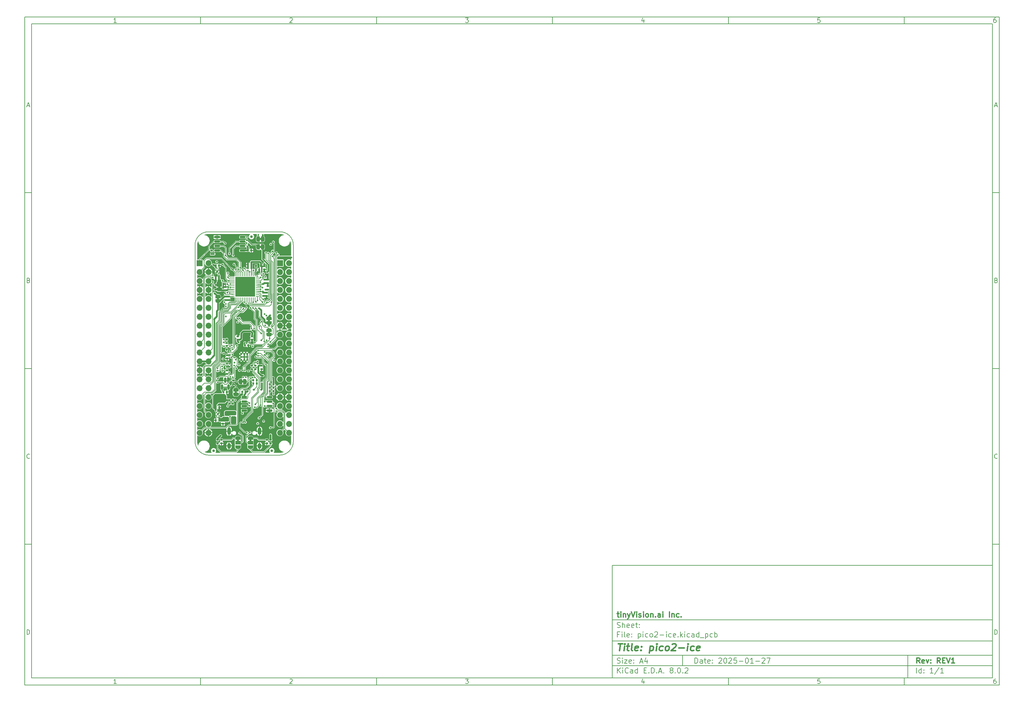
<source format=gbr>
%TF.GenerationSoftware,KiCad,Pcbnew,8.0.2*%
%TF.CreationDate,2025-02-02T23:53:12+05:30*%
%TF.ProjectId,pico2-ice,7069636f-322d-4696-9365-2e6b69636164,REV1*%
%TF.SameCoordinates,Original*%
%TF.FileFunction,Copper,L4,Bot*%
%TF.FilePolarity,Positive*%
%FSLAX46Y46*%
G04 Gerber Fmt 4.6, Leading zero omitted, Abs format (unit mm)*
G04 Created by KiCad (PCBNEW 8.0.2) date 2025-02-02 23:53:12*
%MOMM*%
%LPD*%
G01*
G04 APERTURE LIST*
G04 Aperture macros list*
%AMRoundRect*
0 Rectangle with rounded corners*
0 $1 Rounding radius*
0 $2 $3 $4 $5 $6 $7 $8 $9 X,Y pos of 4 corners*
0 Add a 4 corners polygon primitive as box body*
4,1,4,$2,$3,$4,$5,$6,$7,$8,$9,$2,$3,0*
0 Add four circle primitives for the rounded corners*
1,1,$1+$1,$2,$3*
1,1,$1+$1,$4,$5*
1,1,$1+$1,$6,$7*
1,1,$1+$1,$8,$9*
0 Add four rect primitives between the rounded corners*
20,1,$1+$1,$2,$3,$4,$5,0*
20,1,$1+$1,$4,$5,$6,$7,0*
20,1,$1+$1,$6,$7,$8,$9,0*
20,1,$1+$1,$8,$9,$2,$3,0*%
%AMRotRect*
0 Rectangle, with rotation*
0 The origin of the aperture is its center*
0 $1 length*
0 $2 width*
0 $3 Rotation angle, in degrees counterclockwise*
0 Add horizontal line*
21,1,$1,$2,0,0,$3*%
%AMFreePoly0*
4,1,19,0.550000,-0.750000,0.000000,-0.750000,0.000000,-0.744911,-0.071157,-0.744911,-0.207708,-0.704816,-0.327430,-0.627875,-0.420627,-0.520320,-0.479746,-0.390866,-0.500000,-0.250000,-0.500000,0.250000,-0.479746,0.390866,-0.420627,0.520320,-0.327430,0.627875,-0.207708,0.704816,-0.071157,0.744911,0.000000,0.744911,0.000000,0.750000,0.550000,0.750000,0.550000,-0.750000,0.550000,-0.750000,
$1*%
%AMFreePoly1*
4,1,19,0.000000,0.744911,0.071157,0.744911,0.207708,0.704816,0.327430,0.627875,0.420627,0.520320,0.479746,0.390866,0.500000,0.250000,0.500000,-0.250000,0.479746,-0.390866,0.420627,-0.520320,0.327430,-0.627875,0.207708,-0.704816,0.071157,-0.744911,0.000000,-0.744911,0.000000,-0.750000,-0.550000,-0.750000,-0.550000,0.750000,0.000000,0.750000,0.000000,0.744911,0.000000,0.744911,
$1*%
%AMFreePoly2*
4,1,19,0.500000,-0.750000,0.000000,-0.750000,0.000000,-0.744911,-0.071157,-0.744911,-0.207708,-0.704816,-0.327430,-0.627875,-0.420627,-0.520320,-0.479746,-0.390866,-0.500000,-0.250000,-0.500000,0.250000,-0.479746,0.390866,-0.420627,0.520320,-0.327430,0.627875,-0.207708,0.704816,-0.071157,0.744911,0.000000,0.744911,0.000000,0.750000,0.500000,0.750000,0.500000,-0.750000,0.500000,-0.750000,
$1*%
%AMFreePoly3*
4,1,19,0.000000,0.744911,0.071157,0.744911,0.207708,0.704816,0.327430,0.627875,0.420627,0.520320,0.479746,0.390866,0.500000,0.250000,0.500000,-0.250000,0.479746,-0.390866,0.420627,-0.520320,0.327430,-0.627875,0.207708,-0.704816,0.071157,-0.744911,0.000000,-0.744911,0.000000,-0.750000,-0.500000,-0.750000,-0.500000,0.750000,0.000000,0.750000,0.000000,0.744911,0.000000,0.744911,
$1*%
%AMFreePoly4*
4,1,6,0.130000,-0.115000,-0.020000,-0.275000,-0.130000,-0.275000,-0.130000,0.115000,0.130000,0.115000,0.130000,-0.115000,0.130000,-0.115000,$1*%
%AMFreePoly5*
4,1,6,0.130000,-0.275000,0.020000,-0.275000,-0.130000,-0.115000,-0.130000,0.115000,0.130000,0.115000,0.130000,-0.275000,0.130000,-0.275000,$1*%
G04 Aperture macros list end*
%ADD10C,0.100000*%
%ADD11C,0.150000*%
%ADD12C,0.300000*%
%ADD13C,0.400000*%
%TA.AperFunction,EtchedComponent*%
%ADD14C,0.000000*%
%TD*%
%TA.AperFunction,ComponentPad*%
%ADD15O,1.000000X2.100000*%
%TD*%
%TA.AperFunction,ComponentPad*%
%ADD16O,1.000000X1.600000*%
%TD*%
%TA.AperFunction,ComponentPad*%
%ADD17R,1.700000X1.700000*%
%TD*%
%TA.AperFunction,ComponentPad*%
%ADD18O,1.700000X1.700000*%
%TD*%
%TA.AperFunction,HeatsinkPad*%
%ADD19C,0.600000*%
%TD*%
%TA.AperFunction,SMDPad,CuDef*%
%ADD20FreePoly0,270.000000*%
%TD*%
%TA.AperFunction,SMDPad,CuDef*%
%ADD21R,1.500000X1.000000*%
%TD*%
%TA.AperFunction,SMDPad,CuDef*%
%ADD22FreePoly1,270.000000*%
%TD*%
%TA.AperFunction,SMDPad,CuDef*%
%ADD23RoundRect,0.140000X0.140000X0.170000X-0.140000X0.170000X-0.140000X-0.170000X0.140000X-0.170000X0*%
%TD*%
%TA.AperFunction,SMDPad,CuDef*%
%ADD24RoundRect,0.135000X0.135000X0.185000X-0.135000X0.185000X-0.135000X-0.185000X0.135000X-0.185000X0*%
%TD*%
%TA.AperFunction,SMDPad,CuDef*%
%ADD25RoundRect,0.140000X0.170000X-0.140000X0.170000X0.140000X-0.170000X0.140000X-0.170000X-0.140000X0*%
%TD*%
%TA.AperFunction,SMDPad,CuDef*%
%ADD26RoundRect,0.200000X0.275000X-0.200000X0.275000X0.200000X-0.275000X0.200000X-0.275000X-0.200000X0*%
%TD*%
%TA.AperFunction,SMDPad,CuDef*%
%ADD27RoundRect,0.140000X-0.170000X0.140000X-0.170000X-0.140000X0.170000X-0.140000X0.170000X0.140000X0*%
%TD*%
%TA.AperFunction,SMDPad,CuDef*%
%ADD28RoundRect,0.140000X-0.140000X-0.170000X0.140000X-0.170000X0.140000X0.170000X-0.140000X0.170000X0*%
%TD*%
%TA.AperFunction,SMDPad,CuDef*%
%ADD29C,0.750000*%
%TD*%
%TA.AperFunction,SMDPad,CuDef*%
%ADD30RoundRect,0.135000X-0.135000X-0.185000X0.135000X-0.185000X0.135000X0.185000X-0.135000X0.185000X0*%
%TD*%
%TA.AperFunction,SMDPad,CuDef*%
%ADD31RoundRect,0.150000X-0.650000X-0.150000X0.650000X-0.150000X0.650000X0.150000X-0.650000X0.150000X0*%
%TD*%
%TA.AperFunction,SMDPad,CuDef*%
%ADD32RoundRect,0.135000X0.185000X-0.135000X0.185000X0.135000X-0.185000X0.135000X-0.185000X-0.135000X0*%
%TD*%
%TA.AperFunction,SMDPad,CuDef*%
%ADD33RoundRect,0.135000X-0.185000X0.135000X-0.185000X-0.135000X0.185000X-0.135000X0.185000X0.135000X0*%
%TD*%
%TA.AperFunction,SMDPad,CuDef*%
%ADD34RoundRect,0.150000X0.650000X0.150000X-0.650000X0.150000X-0.650000X-0.150000X0.650000X-0.150000X0*%
%TD*%
%TA.AperFunction,SMDPad,CuDef*%
%ADD35FreePoly2,270.000000*%
%TD*%
%TA.AperFunction,SMDPad,CuDef*%
%ADD36FreePoly3,270.000000*%
%TD*%
%TA.AperFunction,SMDPad,CuDef*%
%ADD37RoundRect,0.112500X-0.112500X0.187500X-0.112500X-0.187500X0.112500X-0.187500X0.112500X0.187500X0*%
%TD*%
%TA.AperFunction,SMDPad,CuDef*%
%ADD38RoundRect,0.150000X0.150000X-0.587500X0.150000X0.587500X-0.150000X0.587500X-0.150000X-0.587500X0*%
%TD*%
%TA.AperFunction,SMDPad,CuDef*%
%ADD39RoundRect,0.112500X0.187500X0.112500X-0.187500X0.112500X-0.187500X-0.112500X0.187500X-0.112500X0*%
%TD*%
%TA.AperFunction,SMDPad,CuDef*%
%ADD40FreePoly2,90.000000*%
%TD*%
%TA.AperFunction,SMDPad,CuDef*%
%ADD41FreePoly3,90.000000*%
%TD*%
%TA.AperFunction,SMDPad,CuDef*%
%ADD42FreePoly2,0.000000*%
%TD*%
%TA.AperFunction,SMDPad,CuDef*%
%ADD43FreePoly3,0.000000*%
%TD*%
%TA.AperFunction,SMDPad,CuDef*%
%ADD44RoundRect,0.150000X0.150000X0.200000X-0.150000X0.200000X-0.150000X-0.200000X0.150000X-0.200000X0*%
%TD*%
%TA.AperFunction,SMDPad,CuDef*%
%ADD45RoundRect,0.062500X-0.375000X-0.062500X0.375000X-0.062500X0.375000X0.062500X-0.375000X0.062500X0*%
%TD*%
%TA.AperFunction,SMDPad,CuDef*%
%ADD46RoundRect,0.062500X-0.062500X-0.375000X0.062500X-0.375000X0.062500X0.375000X-0.062500X0.375000X0*%
%TD*%
%TA.AperFunction,SMDPad,CuDef*%
%ADD47R,5.600000X5.600000*%
%TD*%
%TA.AperFunction,SMDPad,CuDef*%
%ADD48FreePoly4,180.000000*%
%TD*%
%TA.AperFunction,SMDPad,CuDef*%
%ADD49FreePoly5,180.000000*%
%TD*%
%TA.AperFunction,SMDPad,CuDef*%
%ADD50FreePoly4,0.000000*%
%TD*%
%TA.AperFunction,SMDPad,CuDef*%
%ADD51FreePoly5,0.000000*%
%TD*%
%TA.AperFunction,SMDPad,CuDef*%
%ADD52RotRect,0.520000X0.520000X315.000000*%
%TD*%
%TA.AperFunction,SMDPad,CuDef*%
%ADD53RotRect,0.520000X0.520000X135.000000*%
%TD*%
%TA.AperFunction,ViaPad*%
%ADD54C,0.508000*%
%TD*%
%TA.AperFunction,Conductor*%
%ADD55C,0.152400*%
%TD*%
%TA.AperFunction,Conductor*%
%ADD56C,0.304800*%
%TD*%
%TA.AperFunction,Conductor*%
%ADD57C,0.508000*%
%TD*%
%TA.AperFunction,Conductor*%
%ADD58C,0.254000*%
%TD*%
%TA.AperFunction,Conductor*%
%ADD59C,0.406400*%
%TD*%
%TA.AperFunction,Conductor*%
%ADD60C,0.203200*%
%TD*%
%TA.AperFunction,Profile*%
%ADD61C,0.127000*%
%TD*%
G04 APERTURE END LIST*
D10*
D11*
X177002200Y-166007200D02*
X285002200Y-166007200D01*
X285002200Y-198007200D01*
X177002200Y-198007200D01*
X177002200Y-166007200D01*
D10*
D11*
X10000000Y-10000000D02*
X287002200Y-10000000D01*
X287002200Y-200007200D01*
X10000000Y-200007200D01*
X10000000Y-10000000D01*
D10*
D11*
X12000000Y-12000000D02*
X285002200Y-12000000D01*
X285002200Y-198007200D01*
X12000000Y-198007200D01*
X12000000Y-12000000D01*
D10*
D11*
X60000000Y-12000000D02*
X60000000Y-10000000D01*
D10*
D11*
X110000000Y-12000000D02*
X110000000Y-10000000D01*
D10*
D11*
X160000000Y-12000000D02*
X160000000Y-10000000D01*
D10*
D11*
X210000000Y-12000000D02*
X210000000Y-10000000D01*
D10*
D11*
X260000000Y-12000000D02*
X260000000Y-10000000D01*
D10*
D11*
X36089160Y-11593604D02*
X35346303Y-11593604D01*
X35717731Y-11593604D02*
X35717731Y-10293604D01*
X35717731Y-10293604D02*
X35593922Y-10479319D01*
X35593922Y-10479319D02*
X35470112Y-10603128D01*
X35470112Y-10603128D02*
X35346303Y-10665033D01*
D10*
D11*
X85346303Y-10417414D02*
X85408207Y-10355509D01*
X85408207Y-10355509D02*
X85532017Y-10293604D01*
X85532017Y-10293604D02*
X85841541Y-10293604D01*
X85841541Y-10293604D02*
X85965350Y-10355509D01*
X85965350Y-10355509D02*
X86027255Y-10417414D01*
X86027255Y-10417414D02*
X86089160Y-10541223D01*
X86089160Y-10541223D02*
X86089160Y-10665033D01*
X86089160Y-10665033D02*
X86027255Y-10850747D01*
X86027255Y-10850747D02*
X85284398Y-11593604D01*
X85284398Y-11593604D02*
X86089160Y-11593604D01*
D10*
D11*
X135284398Y-10293604D02*
X136089160Y-10293604D01*
X136089160Y-10293604D02*
X135655826Y-10788842D01*
X135655826Y-10788842D02*
X135841541Y-10788842D01*
X135841541Y-10788842D02*
X135965350Y-10850747D01*
X135965350Y-10850747D02*
X136027255Y-10912652D01*
X136027255Y-10912652D02*
X136089160Y-11036461D01*
X136089160Y-11036461D02*
X136089160Y-11345985D01*
X136089160Y-11345985D02*
X136027255Y-11469795D01*
X136027255Y-11469795D02*
X135965350Y-11531700D01*
X135965350Y-11531700D02*
X135841541Y-11593604D01*
X135841541Y-11593604D02*
X135470112Y-11593604D01*
X135470112Y-11593604D02*
X135346303Y-11531700D01*
X135346303Y-11531700D02*
X135284398Y-11469795D01*
D10*
D11*
X185965350Y-10726938D02*
X185965350Y-11593604D01*
X185655826Y-10231700D02*
X185346303Y-11160271D01*
X185346303Y-11160271D02*
X186151064Y-11160271D01*
D10*
D11*
X236027255Y-10293604D02*
X235408207Y-10293604D01*
X235408207Y-10293604D02*
X235346303Y-10912652D01*
X235346303Y-10912652D02*
X235408207Y-10850747D01*
X235408207Y-10850747D02*
X235532017Y-10788842D01*
X235532017Y-10788842D02*
X235841541Y-10788842D01*
X235841541Y-10788842D02*
X235965350Y-10850747D01*
X235965350Y-10850747D02*
X236027255Y-10912652D01*
X236027255Y-10912652D02*
X236089160Y-11036461D01*
X236089160Y-11036461D02*
X236089160Y-11345985D01*
X236089160Y-11345985D02*
X236027255Y-11469795D01*
X236027255Y-11469795D02*
X235965350Y-11531700D01*
X235965350Y-11531700D02*
X235841541Y-11593604D01*
X235841541Y-11593604D02*
X235532017Y-11593604D01*
X235532017Y-11593604D02*
X235408207Y-11531700D01*
X235408207Y-11531700D02*
X235346303Y-11469795D01*
D10*
D11*
X285965350Y-10293604D02*
X285717731Y-10293604D01*
X285717731Y-10293604D02*
X285593922Y-10355509D01*
X285593922Y-10355509D02*
X285532017Y-10417414D01*
X285532017Y-10417414D02*
X285408207Y-10603128D01*
X285408207Y-10603128D02*
X285346303Y-10850747D01*
X285346303Y-10850747D02*
X285346303Y-11345985D01*
X285346303Y-11345985D02*
X285408207Y-11469795D01*
X285408207Y-11469795D02*
X285470112Y-11531700D01*
X285470112Y-11531700D02*
X285593922Y-11593604D01*
X285593922Y-11593604D02*
X285841541Y-11593604D01*
X285841541Y-11593604D02*
X285965350Y-11531700D01*
X285965350Y-11531700D02*
X286027255Y-11469795D01*
X286027255Y-11469795D02*
X286089160Y-11345985D01*
X286089160Y-11345985D02*
X286089160Y-11036461D01*
X286089160Y-11036461D02*
X286027255Y-10912652D01*
X286027255Y-10912652D02*
X285965350Y-10850747D01*
X285965350Y-10850747D02*
X285841541Y-10788842D01*
X285841541Y-10788842D02*
X285593922Y-10788842D01*
X285593922Y-10788842D02*
X285470112Y-10850747D01*
X285470112Y-10850747D02*
X285408207Y-10912652D01*
X285408207Y-10912652D02*
X285346303Y-11036461D01*
D10*
D11*
X60000000Y-198007200D02*
X60000000Y-200007200D01*
D10*
D11*
X110000000Y-198007200D02*
X110000000Y-200007200D01*
D10*
D11*
X160000000Y-198007200D02*
X160000000Y-200007200D01*
D10*
D11*
X210000000Y-198007200D02*
X210000000Y-200007200D01*
D10*
D11*
X260000000Y-198007200D02*
X260000000Y-200007200D01*
D10*
D11*
X36089160Y-199600804D02*
X35346303Y-199600804D01*
X35717731Y-199600804D02*
X35717731Y-198300804D01*
X35717731Y-198300804D02*
X35593922Y-198486519D01*
X35593922Y-198486519D02*
X35470112Y-198610328D01*
X35470112Y-198610328D02*
X35346303Y-198672233D01*
D10*
D11*
X85346303Y-198424614D02*
X85408207Y-198362709D01*
X85408207Y-198362709D02*
X85532017Y-198300804D01*
X85532017Y-198300804D02*
X85841541Y-198300804D01*
X85841541Y-198300804D02*
X85965350Y-198362709D01*
X85965350Y-198362709D02*
X86027255Y-198424614D01*
X86027255Y-198424614D02*
X86089160Y-198548423D01*
X86089160Y-198548423D02*
X86089160Y-198672233D01*
X86089160Y-198672233D02*
X86027255Y-198857947D01*
X86027255Y-198857947D02*
X85284398Y-199600804D01*
X85284398Y-199600804D02*
X86089160Y-199600804D01*
D10*
D11*
X135284398Y-198300804D02*
X136089160Y-198300804D01*
X136089160Y-198300804D02*
X135655826Y-198796042D01*
X135655826Y-198796042D02*
X135841541Y-198796042D01*
X135841541Y-198796042D02*
X135965350Y-198857947D01*
X135965350Y-198857947D02*
X136027255Y-198919852D01*
X136027255Y-198919852D02*
X136089160Y-199043661D01*
X136089160Y-199043661D02*
X136089160Y-199353185D01*
X136089160Y-199353185D02*
X136027255Y-199476995D01*
X136027255Y-199476995D02*
X135965350Y-199538900D01*
X135965350Y-199538900D02*
X135841541Y-199600804D01*
X135841541Y-199600804D02*
X135470112Y-199600804D01*
X135470112Y-199600804D02*
X135346303Y-199538900D01*
X135346303Y-199538900D02*
X135284398Y-199476995D01*
D10*
D11*
X185965350Y-198734138D02*
X185965350Y-199600804D01*
X185655826Y-198238900D02*
X185346303Y-199167471D01*
X185346303Y-199167471D02*
X186151064Y-199167471D01*
D10*
D11*
X236027255Y-198300804D02*
X235408207Y-198300804D01*
X235408207Y-198300804D02*
X235346303Y-198919852D01*
X235346303Y-198919852D02*
X235408207Y-198857947D01*
X235408207Y-198857947D02*
X235532017Y-198796042D01*
X235532017Y-198796042D02*
X235841541Y-198796042D01*
X235841541Y-198796042D02*
X235965350Y-198857947D01*
X235965350Y-198857947D02*
X236027255Y-198919852D01*
X236027255Y-198919852D02*
X236089160Y-199043661D01*
X236089160Y-199043661D02*
X236089160Y-199353185D01*
X236089160Y-199353185D02*
X236027255Y-199476995D01*
X236027255Y-199476995D02*
X235965350Y-199538900D01*
X235965350Y-199538900D02*
X235841541Y-199600804D01*
X235841541Y-199600804D02*
X235532017Y-199600804D01*
X235532017Y-199600804D02*
X235408207Y-199538900D01*
X235408207Y-199538900D02*
X235346303Y-199476995D01*
D10*
D11*
X285965350Y-198300804D02*
X285717731Y-198300804D01*
X285717731Y-198300804D02*
X285593922Y-198362709D01*
X285593922Y-198362709D02*
X285532017Y-198424614D01*
X285532017Y-198424614D02*
X285408207Y-198610328D01*
X285408207Y-198610328D02*
X285346303Y-198857947D01*
X285346303Y-198857947D02*
X285346303Y-199353185D01*
X285346303Y-199353185D02*
X285408207Y-199476995D01*
X285408207Y-199476995D02*
X285470112Y-199538900D01*
X285470112Y-199538900D02*
X285593922Y-199600804D01*
X285593922Y-199600804D02*
X285841541Y-199600804D01*
X285841541Y-199600804D02*
X285965350Y-199538900D01*
X285965350Y-199538900D02*
X286027255Y-199476995D01*
X286027255Y-199476995D02*
X286089160Y-199353185D01*
X286089160Y-199353185D02*
X286089160Y-199043661D01*
X286089160Y-199043661D02*
X286027255Y-198919852D01*
X286027255Y-198919852D02*
X285965350Y-198857947D01*
X285965350Y-198857947D02*
X285841541Y-198796042D01*
X285841541Y-198796042D02*
X285593922Y-198796042D01*
X285593922Y-198796042D02*
X285470112Y-198857947D01*
X285470112Y-198857947D02*
X285408207Y-198919852D01*
X285408207Y-198919852D02*
X285346303Y-199043661D01*
D10*
D11*
X10000000Y-60000000D02*
X12000000Y-60000000D01*
D10*
D11*
X10000000Y-110000000D02*
X12000000Y-110000000D01*
D10*
D11*
X10000000Y-160000000D02*
X12000000Y-160000000D01*
D10*
D11*
X10690476Y-35222176D02*
X11309523Y-35222176D01*
X10566666Y-35593604D02*
X10999999Y-34293604D01*
X10999999Y-34293604D02*
X11433333Y-35593604D01*
D10*
D11*
X11092857Y-84912652D02*
X11278571Y-84974557D01*
X11278571Y-84974557D02*
X11340476Y-85036461D01*
X11340476Y-85036461D02*
X11402380Y-85160271D01*
X11402380Y-85160271D02*
X11402380Y-85345985D01*
X11402380Y-85345985D02*
X11340476Y-85469795D01*
X11340476Y-85469795D02*
X11278571Y-85531700D01*
X11278571Y-85531700D02*
X11154761Y-85593604D01*
X11154761Y-85593604D02*
X10659523Y-85593604D01*
X10659523Y-85593604D02*
X10659523Y-84293604D01*
X10659523Y-84293604D02*
X11092857Y-84293604D01*
X11092857Y-84293604D02*
X11216666Y-84355509D01*
X11216666Y-84355509D02*
X11278571Y-84417414D01*
X11278571Y-84417414D02*
X11340476Y-84541223D01*
X11340476Y-84541223D02*
X11340476Y-84665033D01*
X11340476Y-84665033D02*
X11278571Y-84788842D01*
X11278571Y-84788842D02*
X11216666Y-84850747D01*
X11216666Y-84850747D02*
X11092857Y-84912652D01*
X11092857Y-84912652D02*
X10659523Y-84912652D01*
D10*
D11*
X11402380Y-135469795D02*
X11340476Y-135531700D01*
X11340476Y-135531700D02*
X11154761Y-135593604D01*
X11154761Y-135593604D02*
X11030952Y-135593604D01*
X11030952Y-135593604D02*
X10845238Y-135531700D01*
X10845238Y-135531700D02*
X10721428Y-135407890D01*
X10721428Y-135407890D02*
X10659523Y-135284080D01*
X10659523Y-135284080D02*
X10597619Y-135036461D01*
X10597619Y-135036461D02*
X10597619Y-134850747D01*
X10597619Y-134850747D02*
X10659523Y-134603128D01*
X10659523Y-134603128D02*
X10721428Y-134479319D01*
X10721428Y-134479319D02*
X10845238Y-134355509D01*
X10845238Y-134355509D02*
X11030952Y-134293604D01*
X11030952Y-134293604D02*
X11154761Y-134293604D01*
X11154761Y-134293604D02*
X11340476Y-134355509D01*
X11340476Y-134355509D02*
X11402380Y-134417414D01*
D10*
D11*
X10659523Y-185593604D02*
X10659523Y-184293604D01*
X10659523Y-184293604D02*
X10969047Y-184293604D01*
X10969047Y-184293604D02*
X11154761Y-184355509D01*
X11154761Y-184355509D02*
X11278571Y-184479319D01*
X11278571Y-184479319D02*
X11340476Y-184603128D01*
X11340476Y-184603128D02*
X11402380Y-184850747D01*
X11402380Y-184850747D02*
X11402380Y-185036461D01*
X11402380Y-185036461D02*
X11340476Y-185284080D01*
X11340476Y-185284080D02*
X11278571Y-185407890D01*
X11278571Y-185407890D02*
X11154761Y-185531700D01*
X11154761Y-185531700D02*
X10969047Y-185593604D01*
X10969047Y-185593604D02*
X10659523Y-185593604D01*
D10*
D11*
X287002200Y-60000000D02*
X285002200Y-60000000D01*
D10*
D11*
X287002200Y-110000000D02*
X285002200Y-110000000D01*
D10*
D11*
X287002200Y-160000000D02*
X285002200Y-160000000D01*
D10*
D11*
X285692676Y-35222176D02*
X286311723Y-35222176D01*
X285568866Y-35593604D02*
X286002199Y-34293604D01*
X286002199Y-34293604D02*
X286435533Y-35593604D01*
D10*
D11*
X286095057Y-84912652D02*
X286280771Y-84974557D01*
X286280771Y-84974557D02*
X286342676Y-85036461D01*
X286342676Y-85036461D02*
X286404580Y-85160271D01*
X286404580Y-85160271D02*
X286404580Y-85345985D01*
X286404580Y-85345985D02*
X286342676Y-85469795D01*
X286342676Y-85469795D02*
X286280771Y-85531700D01*
X286280771Y-85531700D02*
X286156961Y-85593604D01*
X286156961Y-85593604D02*
X285661723Y-85593604D01*
X285661723Y-85593604D02*
X285661723Y-84293604D01*
X285661723Y-84293604D02*
X286095057Y-84293604D01*
X286095057Y-84293604D02*
X286218866Y-84355509D01*
X286218866Y-84355509D02*
X286280771Y-84417414D01*
X286280771Y-84417414D02*
X286342676Y-84541223D01*
X286342676Y-84541223D02*
X286342676Y-84665033D01*
X286342676Y-84665033D02*
X286280771Y-84788842D01*
X286280771Y-84788842D02*
X286218866Y-84850747D01*
X286218866Y-84850747D02*
X286095057Y-84912652D01*
X286095057Y-84912652D02*
X285661723Y-84912652D01*
D10*
D11*
X286404580Y-135469795D02*
X286342676Y-135531700D01*
X286342676Y-135531700D02*
X286156961Y-135593604D01*
X286156961Y-135593604D02*
X286033152Y-135593604D01*
X286033152Y-135593604D02*
X285847438Y-135531700D01*
X285847438Y-135531700D02*
X285723628Y-135407890D01*
X285723628Y-135407890D02*
X285661723Y-135284080D01*
X285661723Y-135284080D02*
X285599819Y-135036461D01*
X285599819Y-135036461D02*
X285599819Y-134850747D01*
X285599819Y-134850747D02*
X285661723Y-134603128D01*
X285661723Y-134603128D02*
X285723628Y-134479319D01*
X285723628Y-134479319D02*
X285847438Y-134355509D01*
X285847438Y-134355509D02*
X286033152Y-134293604D01*
X286033152Y-134293604D02*
X286156961Y-134293604D01*
X286156961Y-134293604D02*
X286342676Y-134355509D01*
X286342676Y-134355509D02*
X286404580Y-134417414D01*
D10*
D11*
X285661723Y-185593604D02*
X285661723Y-184293604D01*
X285661723Y-184293604D02*
X285971247Y-184293604D01*
X285971247Y-184293604D02*
X286156961Y-184355509D01*
X286156961Y-184355509D02*
X286280771Y-184479319D01*
X286280771Y-184479319D02*
X286342676Y-184603128D01*
X286342676Y-184603128D02*
X286404580Y-184850747D01*
X286404580Y-184850747D02*
X286404580Y-185036461D01*
X286404580Y-185036461D02*
X286342676Y-185284080D01*
X286342676Y-185284080D02*
X286280771Y-185407890D01*
X286280771Y-185407890D02*
X286156961Y-185531700D01*
X286156961Y-185531700D02*
X285971247Y-185593604D01*
X285971247Y-185593604D02*
X285661723Y-185593604D01*
D10*
D11*
X200458026Y-193793328D02*
X200458026Y-192293328D01*
X200458026Y-192293328D02*
X200815169Y-192293328D01*
X200815169Y-192293328D02*
X201029455Y-192364757D01*
X201029455Y-192364757D02*
X201172312Y-192507614D01*
X201172312Y-192507614D02*
X201243741Y-192650471D01*
X201243741Y-192650471D02*
X201315169Y-192936185D01*
X201315169Y-192936185D02*
X201315169Y-193150471D01*
X201315169Y-193150471D02*
X201243741Y-193436185D01*
X201243741Y-193436185D02*
X201172312Y-193579042D01*
X201172312Y-193579042D02*
X201029455Y-193721900D01*
X201029455Y-193721900D02*
X200815169Y-193793328D01*
X200815169Y-193793328D02*
X200458026Y-193793328D01*
X202600884Y-193793328D02*
X202600884Y-193007614D01*
X202600884Y-193007614D02*
X202529455Y-192864757D01*
X202529455Y-192864757D02*
X202386598Y-192793328D01*
X202386598Y-192793328D02*
X202100884Y-192793328D01*
X202100884Y-192793328D02*
X201958026Y-192864757D01*
X202600884Y-193721900D02*
X202458026Y-193793328D01*
X202458026Y-193793328D02*
X202100884Y-193793328D01*
X202100884Y-193793328D02*
X201958026Y-193721900D01*
X201958026Y-193721900D02*
X201886598Y-193579042D01*
X201886598Y-193579042D02*
X201886598Y-193436185D01*
X201886598Y-193436185D02*
X201958026Y-193293328D01*
X201958026Y-193293328D02*
X202100884Y-193221900D01*
X202100884Y-193221900D02*
X202458026Y-193221900D01*
X202458026Y-193221900D02*
X202600884Y-193150471D01*
X203100884Y-192793328D02*
X203672312Y-192793328D01*
X203315169Y-192293328D02*
X203315169Y-193579042D01*
X203315169Y-193579042D02*
X203386598Y-193721900D01*
X203386598Y-193721900D02*
X203529455Y-193793328D01*
X203529455Y-193793328D02*
X203672312Y-193793328D01*
X204743741Y-193721900D02*
X204600884Y-193793328D01*
X204600884Y-193793328D02*
X204315170Y-193793328D01*
X204315170Y-193793328D02*
X204172312Y-193721900D01*
X204172312Y-193721900D02*
X204100884Y-193579042D01*
X204100884Y-193579042D02*
X204100884Y-193007614D01*
X204100884Y-193007614D02*
X204172312Y-192864757D01*
X204172312Y-192864757D02*
X204315170Y-192793328D01*
X204315170Y-192793328D02*
X204600884Y-192793328D01*
X204600884Y-192793328D02*
X204743741Y-192864757D01*
X204743741Y-192864757D02*
X204815170Y-193007614D01*
X204815170Y-193007614D02*
X204815170Y-193150471D01*
X204815170Y-193150471D02*
X204100884Y-193293328D01*
X205458026Y-193650471D02*
X205529455Y-193721900D01*
X205529455Y-193721900D02*
X205458026Y-193793328D01*
X205458026Y-193793328D02*
X205386598Y-193721900D01*
X205386598Y-193721900D02*
X205458026Y-193650471D01*
X205458026Y-193650471D02*
X205458026Y-193793328D01*
X205458026Y-192864757D02*
X205529455Y-192936185D01*
X205529455Y-192936185D02*
X205458026Y-193007614D01*
X205458026Y-193007614D02*
X205386598Y-192936185D01*
X205386598Y-192936185D02*
X205458026Y-192864757D01*
X205458026Y-192864757D02*
X205458026Y-193007614D01*
X207243741Y-192436185D02*
X207315169Y-192364757D01*
X207315169Y-192364757D02*
X207458027Y-192293328D01*
X207458027Y-192293328D02*
X207815169Y-192293328D01*
X207815169Y-192293328D02*
X207958027Y-192364757D01*
X207958027Y-192364757D02*
X208029455Y-192436185D01*
X208029455Y-192436185D02*
X208100884Y-192579042D01*
X208100884Y-192579042D02*
X208100884Y-192721900D01*
X208100884Y-192721900D02*
X208029455Y-192936185D01*
X208029455Y-192936185D02*
X207172312Y-193793328D01*
X207172312Y-193793328D02*
X208100884Y-193793328D01*
X209029455Y-192293328D02*
X209172312Y-192293328D01*
X209172312Y-192293328D02*
X209315169Y-192364757D01*
X209315169Y-192364757D02*
X209386598Y-192436185D01*
X209386598Y-192436185D02*
X209458026Y-192579042D01*
X209458026Y-192579042D02*
X209529455Y-192864757D01*
X209529455Y-192864757D02*
X209529455Y-193221900D01*
X209529455Y-193221900D02*
X209458026Y-193507614D01*
X209458026Y-193507614D02*
X209386598Y-193650471D01*
X209386598Y-193650471D02*
X209315169Y-193721900D01*
X209315169Y-193721900D02*
X209172312Y-193793328D01*
X209172312Y-193793328D02*
X209029455Y-193793328D01*
X209029455Y-193793328D02*
X208886598Y-193721900D01*
X208886598Y-193721900D02*
X208815169Y-193650471D01*
X208815169Y-193650471D02*
X208743740Y-193507614D01*
X208743740Y-193507614D02*
X208672312Y-193221900D01*
X208672312Y-193221900D02*
X208672312Y-192864757D01*
X208672312Y-192864757D02*
X208743740Y-192579042D01*
X208743740Y-192579042D02*
X208815169Y-192436185D01*
X208815169Y-192436185D02*
X208886598Y-192364757D01*
X208886598Y-192364757D02*
X209029455Y-192293328D01*
X210100883Y-192436185D02*
X210172311Y-192364757D01*
X210172311Y-192364757D02*
X210315169Y-192293328D01*
X210315169Y-192293328D02*
X210672311Y-192293328D01*
X210672311Y-192293328D02*
X210815169Y-192364757D01*
X210815169Y-192364757D02*
X210886597Y-192436185D01*
X210886597Y-192436185D02*
X210958026Y-192579042D01*
X210958026Y-192579042D02*
X210958026Y-192721900D01*
X210958026Y-192721900D02*
X210886597Y-192936185D01*
X210886597Y-192936185D02*
X210029454Y-193793328D01*
X210029454Y-193793328D02*
X210958026Y-193793328D01*
X212315168Y-192293328D02*
X211600882Y-192293328D01*
X211600882Y-192293328D02*
X211529454Y-193007614D01*
X211529454Y-193007614D02*
X211600882Y-192936185D01*
X211600882Y-192936185D02*
X211743740Y-192864757D01*
X211743740Y-192864757D02*
X212100882Y-192864757D01*
X212100882Y-192864757D02*
X212243740Y-192936185D01*
X212243740Y-192936185D02*
X212315168Y-193007614D01*
X212315168Y-193007614D02*
X212386597Y-193150471D01*
X212386597Y-193150471D02*
X212386597Y-193507614D01*
X212386597Y-193507614D02*
X212315168Y-193650471D01*
X212315168Y-193650471D02*
X212243740Y-193721900D01*
X212243740Y-193721900D02*
X212100882Y-193793328D01*
X212100882Y-193793328D02*
X211743740Y-193793328D01*
X211743740Y-193793328D02*
X211600882Y-193721900D01*
X211600882Y-193721900D02*
X211529454Y-193650471D01*
X213029453Y-193221900D02*
X214172311Y-193221900D01*
X215172311Y-192293328D02*
X215315168Y-192293328D01*
X215315168Y-192293328D02*
X215458025Y-192364757D01*
X215458025Y-192364757D02*
X215529454Y-192436185D01*
X215529454Y-192436185D02*
X215600882Y-192579042D01*
X215600882Y-192579042D02*
X215672311Y-192864757D01*
X215672311Y-192864757D02*
X215672311Y-193221900D01*
X215672311Y-193221900D02*
X215600882Y-193507614D01*
X215600882Y-193507614D02*
X215529454Y-193650471D01*
X215529454Y-193650471D02*
X215458025Y-193721900D01*
X215458025Y-193721900D02*
X215315168Y-193793328D01*
X215315168Y-193793328D02*
X215172311Y-193793328D01*
X215172311Y-193793328D02*
X215029454Y-193721900D01*
X215029454Y-193721900D02*
X214958025Y-193650471D01*
X214958025Y-193650471D02*
X214886596Y-193507614D01*
X214886596Y-193507614D02*
X214815168Y-193221900D01*
X214815168Y-193221900D02*
X214815168Y-192864757D01*
X214815168Y-192864757D02*
X214886596Y-192579042D01*
X214886596Y-192579042D02*
X214958025Y-192436185D01*
X214958025Y-192436185D02*
X215029454Y-192364757D01*
X215029454Y-192364757D02*
X215172311Y-192293328D01*
X217100882Y-193793328D02*
X216243739Y-193793328D01*
X216672310Y-193793328D02*
X216672310Y-192293328D01*
X216672310Y-192293328D02*
X216529453Y-192507614D01*
X216529453Y-192507614D02*
X216386596Y-192650471D01*
X216386596Y-192650471D02*
X216243739Y-192721900D01*
X217743738Y-193221900D02*
X218886596Y-193221900D01*
X219529453Y-192436185D02*
X219600881Y-192364757D01*
X219600881Y-192364757D02*
X219743739Y-192293328D01*
X219743739Y-192293328D02*
X220100881Y-192293328D01*
X220100881Y-192293328D02*
X220243739Y-192364757D01*
X220243739Y-192364757D02*
X220315167Y-192436185D01*
X220315167Y-192436185D02*
X220386596Y-192579042D01*
X220386596Y-192579042D02*
X220386596Y-192721900D01*
X220386596Y-192721900D02*
X220315167Y-192936185D01*
X220315167Y-192936185D02*
X219458024Y-193793328D01*
X219458024Y-193793328D02*
X220386596Y-193793328D01*
X220886595Y-192293328D02*
X221886595Y-192293328D01*
X221886595Y-192293328D02*
X221243738Y-193793328D01*
D10*
D11*
X177002200Y-194507200D02*
X285002200Y-194507200D01*
D10*
D11*
X178458026Y-196593328D02*
X178458026Y-195093328D01*
X179315169Y-196593328D02*
X178672312Y-195736185D01*
X179315169Y-195093328D02*
X178458026Y-195950471D01*
X179958026Y-196593328D02*
X179958026Y-195593328D01*
X179958026Y-195093328D02*
X179886598Y-195164757D01*
X179886598Y-195164757D02*
X179958026Y-195236185D01*
X179958026Y-195236185D02*
X180029455Y-195164757D01*
X180029455Y-195164757D02*
X179958026Y-195093328D01*
X179958026Y-195093328D02*
X179958026Y-195236185D01*
X181529455Y-196450471D02*
X181458027Y-196521900D01*
X181458027Y-196521900D02*
X181243741Y-196593328D01*
X181243741Y-196593328D02*
X181100884Y-196593328D01*
X181100884Y-196593328D02*
X180886598Y-196521900D01*
X180886598Y-196521900D02*
X180743741Y-196379042D01*
X180743741Y-196379042D02*
X180672312Y-196236185D01*
X180672312Y-196236185D02*
X180600884Y-195950471D01*
X180600884Y-195950471D02*
X180600884Y-195736185D01*
X180600884Y-195736185D02*
X180672312Y-195450471D01*
X180672312Y-195450471D02*
X180743741Y-195307614D01*
X180743741Y-195307614D02*
X180886598Y-195164757D01*
X180886598Y-195164757D02*
X181100884Y-195093328D01*
X181100884Y-195093328D02*
X181243741Y-195093328D01*
X181243741Y-195093328D02*
X181458027Y-195164757D01*
X181458027Y-195164757D02*
X181529455Y-195236185D01*
X182815170Y-196593328D02*
X182815170Y-195807614D01*
X182815170Y-195807614D02*
X182743741Y-195664757D01*
X182743741Y-195664757D02*
X182600884Y-195593328D01*
X182600884Y-195593328D02*
X182315170Y-195593328D01*
X182315170Y-195593328D02*
X182172312Y-195664757D01*
X182815170Y-196521900D02*
X182672312Y-196593328D01*
X182672312Y-196593328D02*
X182315170Y-196593328D01*
X182315170Y-196593328D02*
X182172312Y-196521900D01*
X182172312Y-196521900D02*
X182100884Y-196379042D01*
X182100884Y-196379042D02*
X182100884Y-196236185D01*
X182100884Y-196236185D02*
X182172312Y-196093328D01*
X182172312Y-196093328D02*
X182315170Y-196021900D01*
X182315170Y-196021900D02*
X182672312Y-196021900D01*
X182672312Y-196021900D02*
X182815170Y-195950471D01*
X184172313Y-196593328D02*
X184172313Y-195093328D01*
X184172313Y-196521900D02*
X184029455Y-196593328D01*
X184029455Y-196593328D02*
X183743741Y-196593328D01*
X183743741Y-196593328D02*
X183600884Y-196521900D01*
X183600884Y-196521900D02*
X183529455Y-196450471D01*
X183529455Y-196450471D02*
X183458027Y-196307614D01*
X183458027Y-196307614D02*
X183458027Y-195879042D01*
X183458027Y-195879042D02*
X183529455Y-195736185D01*
X183529455Y-195736185D02*
X183600884Y-195664757D01*
X183600884Y-195664757D02*
X183743741Y-195593328D01*
X183743741Y-195593328D02*
X184029455Y-195593328D01*
X184029455Y-195593328D02*
X184172313Y-195664757D01*
X186029455Y-195807614D02*
X186529455Y-195807614D01*
X186743741Y-196593328D02*
X186029455Y-196593328D01*
X186029455Y-196593328D02*
X186029455Y-195093328D01*
X186029455Y-195093328D02*
X186743741Y-195093328D01*
X187386598Y-196450471D02*
X187458027Y-196521900D01*
X187458027Y-196521900D02*
X187386598Y-196593328D01*
X187386598Y-196593328D02*
X187315170Y-196521900D01*
X187315170Y-196521900D02*
X187386598Y-196450471D01*
X187386598Y-196450471D02*
X187386598Y-196593328D01*
X188100884Y-196593328D02*
X188100884Y-195093328D01*
X188100884Y-195093328D02*
X188458027Y-195093328D01*
X188458027Y-195093328D02*
X188672313Y-195164757D01*
X188672313Y-195164757D02*
X188815170Y-195307614D01*
X188815170Y-195307614D02*
X188886599Y-195450471D01*
X188886599Y-195450471D02*
X188958027Y-195736185D01*
X188958027Y-195736185D02*
X188958027Y-195950471D01*
X188958027Y-195950471D02*
X188886599Y-196236185D01*
X188886599Y-196236185D02*
X188815170Y-196379042D01*
X188815170Y-196379042D02*
X188672313Y-196521900D01*
X188672313Y-196521900D02*
X188458027Y-196593328D01*
X188458027Y-196593328D02*
X188100884Y-196593328D01*
X189600884Y-196450471D02*
X189672313Y-196521900D01*
X189672313Y-196521900D02*
X189600884Y-196593328D01*
X189600884Y-196593328D02*
X189529456Y-196521900D01*
X189529456Y-196521900D02*
X189600884Y-196450471D01*
X189600884Y-196450471D02*
X189600884Y-196593328D01*
X190243742Y-196164757D02*
X190958028Y-196164757D01*
X190100885Y-196593328D02*
X190600885Y-195093328D01*
X190600885Y-195093328D02*
X191100885Y-196593328D01*
X191600884Y-196450471D02*
X191672313Y-196521900D01*
X191672313Y-196521900D02*
X191600884Y-196593328D01*
X191600884Y-196593328D02*
X191529456Y-196521900D01*
X191529456Y-196521900D02*
X191600884Y-196450471D01*
X191600884Y-196450471D02*
X191600884Y-196593328D01*
X193672313Y-195736185D02*
X193529456Y-195664757D01*
X193529456Y-195664757D02*
X193458027Y-195593328D01*
X193458027Y-195593328D02*
X193386599Y-195450471D01*
X193386599Y-195450471D02*
X193386599Y-195379042D01*
X193386599Y-195379042D02*
X193458027Y-195236185D01*
X193458027Y-195236185D02*
X193529456Y-195164757D01*
X193529456Y-195164757D02*
X193672313Y-195093328D01*
X193672313Y-195093328D02*
X193958027Y-195093328D01*
X193958027Y-195093328D02*
X194100885Y-195164757D01*
X194100885Y-195164757D02*
X194172313Y-195236185D01*
X194172313Y-195236185D02*
X194243742Y-195379042D01*
X194243742Y-195379042D02*
X194243742Y-195450471D01*
X194243742Y-195450471D02*
X194172313Y-195593328D01*
X194172313Y-195593328D02*
X194100885Y-195664757D01*
X194100885Y-195664757D02*
X193958027Y-195736185D01*
X193958027Y-195736185D02*
X193672313Y-195736185D01*
X193672313Y-195736185D02*
X193529456Y-195807614D01*
X193529456Y-195807614D02*
X193458027Y-195879042D01*
X193458027Y-195879042D02*
X193386599Y-196021900D01*
X193386599Y-196021900D02*
X193386599Y-196307614D01*
X193386599Y-196307614D02*
X193458027Y-196450471D01*
X193458027Y-196450471D02*
X193529456Y-196521900D01*
X193529456Y-196521900D02*
X193672313Y-196593328D01*
X193672313Y-196593328D02*
X193958027Y-196593328D01*
X193958027Y-196593328D02*
X194100885Y-196521900D01*
X194100885Y-196521900D02*
X194172313Y-196450471D01*
X194172313Y-196450471D02*
X194243742Y-196307614D01*
X194243742Y-196307614D02*
X194243742Y-196021900D01*
X194243742Y-196021900D02*
X194172313Y-195879042D01*
X194172313Y-195879042D02*
X194100885Y-195807614D01*
X194100885Y-195807614D02*
X193958027Y-195736185D01*
X194886598Y-196450471D02*
X194958027Y-196521900D01*
X194958027Y-196521900D02*
X194886598Y-196593328D01*
X194886598Y-196593328D02*
X194815170Y-196521900D01*
X194815170Y-196521900D02*
X194886598Y-196450471D01*
X194886598Y-196450471D02*
X194886598Y-196593328D01*
X195886599Y-195093328D02*
X196029456Y-195093328D01*
X196029456Y-195093328D02*
X196172313Y-195164757D01*
X196172313Y-195164757D02*
X196243742Y-195236185D01*
X196243742Y-195236185D02*
X196315170Y-195379042D01*
X196315170Y-195379042D02*
X196386599Y-195664757D01*
X196386599Y-195664757D02*
X196386599Y-196021900D01*
X196386599Y-196021900D02*
X196315170Y-196307614D01*
X196315170Y-196307614D02*
X196243742Y-196450471D01*
X196243742Y-196450471D02*
X196172313Y-196521900D01*
X196172313Y-196521900D02*
X196029456Y-196593328D01*
X196029456Y-196593328D02*
X195886599Y-196593328D01*
X195886599Y-196593328D02*
X195743742Y-196521900D01*
X195743742Y-196521900D02*
X195672313Y-196450471D01*
X195672313Y-196450471D02*
X195600884Y-196307614D01*
X195600884Y-196307614D02*
X195529456Y-196021900D01*
X195529456Y-196021900D02*
X195529456Y-195664757D01*
X195529456Y-195664757D02*
X195600884Y-195379042D01*
X195600884Y-195379042D02*
X195672313Y-195236185D01*
X195672313Y-195236185D02*
X195743742Y-195164757D01*
X195743742Y-195164757D02*
X195886599Y-195093328D01*
X197029455Y-196450471D02*
X197100884Y-196521900D01*
X197100884Y-196521900D02*
X197029455Y-196593328D01*
X197029455Y-196593328D02*
X196958027Y-196521900D01*
X196958027Y-196521900D02*
X197029455Y-196450471D01*
X197029455Y-196450471D02*
X197029455Y-196593328D01*
X197672313Y-195236185D02*
X197743741Y-195164757D01*
X197743741Y-195164757D02*
X197886599Y-195093328D01*
X197886599Y-195093328D02*
X198243741Y-195093328D01*
X198243741Y-195093328D02*
X198386599Y-195164757D01*
X198386599Y-195164757D02*
X198458027Y-195236185D01*
X198458027Y-195236185D02*
X198529456Y-195379042D01*
X198529456Y-195379042D02*
X198529456Y-195521900D01*
X198529456Y-195521900D02*
X198458027Y-195736185D01*
X198458027Y-195736185D02*
X197600884Y-196593328D01*
X197600884Y-196593328D02*
X198529456Y-196593328D01*
D10*
D11*
X177002200Y-191507200D02*
X285002200Y-191507200D01*
D10*
D12*
X264413853Y-193785528D02*
X263913853Y-193071242D01*
X263556710Y-193785528D02*
X263556710Y-192285528D01*
X263556710Y-192285528D02*
X264128139Y-192285528D01*
X264128139Y-192285528D02*
X264270996Y-192356957D01*
X264270996Y-192356957D02*
X264342425Y-192428385D01*
X264342425Y-192428385D02*
X264413853Y-192571242D01*
X264413853Y-192571242D02*
X264413853Y-192785528D01*
X264413853Y-192785528D02*
X264342425Y-192928385D01*
X264342425Y-192928385D02*
X264270996Y-192999814D01*
X264270996Y-192999814D02*
X264128139Y-193071242D01*
X264128139Y-193071242D02*
X263556710Y-193071242D01*
X265628139Y-193714100D02*
X265485282Y-193785528D01*
X265485282Y-193785528D02*
X265199568Y-193785528D01*
X265199568Y-193785528D02*
X265056710Y-193714100D01*
X265056710Y-193714100D02*
X264985282Y-193571242D01*
X264985282Y-193571242D02*
X264985282Y-192999814D01*
X264985282Y-192999814D02*
X265056710Y-192856957D01*
X265056710Y-192856957D02*
X265199568Y-192785528D01*
X265199568Y-192785528D02*
X265485282Y-192785528D01*
X265485282Y-192785528D02*
X265628139Y-192856957D01*
X265628139Y-192856957D02*
X265699568Y-192999814D01*
X265699568Y-192999814D02*
X265699568Y-193142671D01*
X265699568Y-193142671D02*
X264985282Y-193285528D01*
X266199567Y-192785528D02*
X266556710Y-193785528D01*
X266556710Y-193785528D02*
X266913853Y-192785528D01*
X267485281Y-193642671D02*
X267556710Y-193714100D01*
X267556710Y-193714100D02*
X267485281Y-193785528D01*
X267485281Y-193785528D02*
X267413853Y-193714100D01*
X267413853Y-193714100D02*
X267485281Y-193642671D01*
X267485281Y-193642671D02*
X267485281Y-193785528D01*
X267485281Y-192856957D02*
X267556710Y-192928385D01*
X267556710Y-192928385D02*
X267485281Y-192999814D01*
X267485281Y-192999814D02*
X267413853Y-192928385D01*
X267413853Y-192928385D02*
X267485281Y-192856957D01*
X267485281Y-192856957D02*
X267485281Y-192999814D01*
X270199567Y-193785528D02*
X269699567Y-193071242D01*
X269342424Y-193785528D02*
X269342424Y-192285528D01*
X269342424Y-192285528D02*
X269913853Y-192285528D01*
X269913853Y-192285528D02*
X270056710Y-192356957D01*
X270056710Y-192356957D02*
X270128139Y-192428385D01*
X270128139Y-192428385D02*
X270199567Y-192571242D01*
X270199567Y-192571242D02*
X270199567Y-192785528D01*
X270199567Y-192785528D02*
X270128139Y-192928385D01*
X270128139Y-192928385D02*
X270056710Y-192999814D01*
X270056710Y-192999814D02*
X269913853Y-193071242D01*
X269913853Y-193071242D02*
X269342424Y-193071242D01*
X270842424Y-192999814D02*
X271342424Y-192999814D01*
X271556710Y-193785528D02*
X270842424Y-193785528D01*
X270842424Y-193785528D02*
X270842424Y-192285528D01*
X270842424Y-192285528D02*
X271556710Y-192285528D01*
X271985282Y-192285528D02*
X272485282Y-193785528D01*
X272485282Y-193785528D02*
X272985282Y-192285528D01*
X274270996Y-193785528D02*
X273413853Y-193785528D01*
X273842424Y-193785528D02*
X273842424Y-192285528D01*
X273842424Y-192285528D02*
X273699567Y-192499814D01*
X273699567Y-192499814D02*
X273556710Y-192642671D01*
X273556710Y-192642671D02*
X273413853Y-192714100D01*
D10*
D11*
X178386598Y-193721900D02*
X178600884Y-193793328D01*
X178600884Y-193793328D02*
X178958026Y-193793328D01*
X178958026Y-193793328D02*
X179100884Y-193721900D01*
X179100884Y-193721900D02*
X179172312Y-193650471D01*
X179172312Y-193650471D02*
X179243741Y-193507614D01*
X179243741Y-193507614D02*
X179243741Y-193364757D01*
X179243741Y-193364757D02*
X179172312Y-193221900D01*
X179172312Y-193221900D02*
X179100884Y-193150471D01*
X179100884Y-193150471D02*
X178958026Y-193079042D01*
X178958026Y-193079042D02*
X178672312Y-193007614D01*
X178672312Y-193007614D02*
X178529455Y-192936185D01*
X178529455Y-192936185D02*
X178458026Y-192864757D01*
X178458026Y-192864757D02*
X178386598Y-192721900D01*
X178386598Y-192721900D02*
X178386598Y-192579042D01*
X178386598Y-192579042D02*
X178458026Y-192436185D01*
X178458026Y-192436185D02*
X178529455Y-192364757D01*
X178529455Y-192364757D02*
X178672312Y-192293328D01*
X178672312Y-192293328D02*
X179029455Y-192293328D01*
X179029455Y-192293328D02*
X179243741Y-192364757D01*
X179886597Y-193793328D02*
X179886597Y-192793328D01*
X179886597Y-192293328D02*
X179815169Y-192364757D01*
X179815169Y-192364757D02*
X179886597Y-192436185D01*
X179886597Y-192436185D02*
X179958026Y-192364757D01*
X179958026Y-192364757D02*
X179886597Y-192293328D01*
X179886597Y-192293328D02*
X179886597Y-192436185D01*
X180458026Y-192793328D02*
X181243741Y-192793328D01*
X181243741Y-192793328D02*
X180458026Y-193793328D01*
X180458026Y-193793328D02*
X181243741Y-193793328D01*
X182386598Y-193721900D02*
X182243741Y-193793328D01*
X182243741Y-193793328D02*
X181958027Y-193793328D01*
X181958027Y-193793328D02*
X181815169Y-193721900D01*
X181815169Y-193721900D02*
X181743741Y-193579042D01*
X181743741Y-193579042D02*
X181743741Y-193007614D01*
X181743741Y-193007614D02*
X181815169Y-192864757D01*
X181815169Y-192864757D02*
X181958027Y-192793328D01*
X181958027Y-192793328D02*
X182243741Y-192793328D01*
X182243741Y-192793328D02*
X182386598Y-192864757D01*
X182386598Y-192864757D02*
X182458027Y-193007614D01*
X182458027Y-193007614D02*
X182458027Y-193150471D01*
X182458027Y-193150471D02*
X181743741Y-193293328D01*
X183100883Y-193650471D02*
X183172312Y-193721900D01*
X183172312Y-193721900D02*
X183100883Y-193793328D01*
X183100883Y-193793328D02*
X183029455Y-193721900D01*
X183029455Y-193721900D02*
X183100883Y-193650471D01*
X183100883Y-193650471D02*
X183100883Y-193793328D01*
X183100883Y-192864757D02*
X183172312Y-192936185D01*
X183172312Y-192936185D02*
X183100883Y-193007614D01*
X183100883Y-193007614D02*
X183029455Y-192936185D01*
X183029455Y-192936185D02*
X183100883Y-192864757D01*
X183100883Y-192864757D02*
X183100883Y-193007614D01*
X184886598Y-193364757D02*
X185600884Y-193364757D01*
X184743741Y-193793328D02*
X185243741Y-192293328D01*
X185243741Y-192293328D02*
X185743741Y-193793328D01*
X186886598Y-192793328D02*
X186886598Y-193793328D01*
X186529455Y-192221900D02*
X186172312Y-193293328D01*
X186172312Y-193293328D02*
X187100883Y-193293328D01*
D10*
D11*
X263458026Y-196593328D02*
X263458026Y-195093328D01*
X264815170Y-196593328D02*
X264815170Y-195093328D01*
X264815170Y-196521900D02*
X264672312Y-196593328D01*
X264672312Y-196593328D02*
X264386598Y-196593328D01*
X264386598Y-196593328D02*
X264243741Y-196521900D01*
X264243741Y-196521900D02*
X264172312Y-196450471D01*
X264172312Y-196450471D02*
X264100884Y-196307614D01*
X264100884Y-196307614D02*
X264100884Y-195879042D01*
X264100884Y-195879042D02*
X264172312Y-195736185D01*
X264172312Y-195736185D02*
X264243741Y-195664757D01*
X264243741Y-195664757D02*
X264386598Y-195593328D01*
X264386598Y-195593328D02*
X264672312Y-195593328D01*
X264672312Y-195593328D02*
X264815170Y-195664757D01*
X265529455Y-196450471D02*
X265600884Y-196521900D01*
X265600884Y-196521900D02*
X265529455Y-196593328D01*
X265529455Y-196593328D02*
X265458027Y-196521900D01*
X265458027Y-196521900D02*
X265529455Y-196450471D01*
X265529455Y-196450471D02*
X265529455Y-196593328D01*
X265529455Y-195664757D02*
X265600884Y-195736185D01*
X265600884Y-195736185D02*
X265529455Y-195807614D01*
X265529455Y-195807614D02*
X265458027Y-195736185D01*
X265458027Y-195736185D02*
X265529455Y-195664757D01*
X265529455Y-195664757D02*
X265529455Y-195807614D01*
X268172313Y-196593328D02*
X267315170Y-196593328D01*
X267743741Y-196593328D02*
X267743741Y-195093328D01*
X267743741Y-195093328D02*
X267600884Y-195307614D01*
X267600884Y-195307614D02*
X267458027Y-195450471D01*
X267458027Y-195450471D02*
X267315170Y-195521900D01*
X269886598Y-195021900D02*
X268600884Y-196950471D01*
X271172313Y-196593328D02*
X270315170Y-196593328D01*
X270743741Y-196593328D02*
X270743741Y-195093328D01*
X270743741Y-195093328D02*
X270600884Y-195307614D01*
X270600884Y-195307614D02*
X270458027Y-195450471D01*
X270458027Y-195450471D02*
X270315170Y-195521900D01*
D10*
D11*
X177002200Y-187507200D02*
X285002200Y-187507200D01*
D10*
D13*
X178693928Y-188211638D02*
X179836785Y-188211638D01*
X179015357Y-190211638D02*
X179265357Y-188211638D01*
X180253452Y-190211638D02*
X180420119Y-188878304D01*
X180503452Y-188211638D02*
X180396309Y-188306876D01*
X180396309Y-188306876D02*
X180479643Y-188402114D01*
X180479643Y-188402114D02*
X180586786Y-188306876D01*
X180586786Y-188306876D02*
X180503452Y-188211638D01*
X180503452Y-188211638D02*
X180479643Y-188402114D01*
X181086786Y-188878304D02*
X181848690Y-188878304D01*
X181455833Y-188211638D02*
X181241548Y-189925923D01*
X181241548Y-189925923D02*
X181312976Y-190116400D01*
X181312976Y-190116400D02*
X181491548Y-190211638D01*
X181491548Y-190211638D02*
X181682024Y-190211638D01*
X182634405Y-190211638D02*
X182455833Y-190116400D01*
X182455833Y-190116400D02*
X182384405Y-189925923D01*
X182384405Y-189925923D02*
X182598690Y-188211638D01*
X184170119Y-190116400D02*
X183967738Y-190211638D01*
X183967738Y-190211638D02*
X183586785Y-190211638D01*
X183586785Y-190211638D02*
X183408214Y-190116400D01*
X183408214Y-190116400D02*
X183336785Y-189925923D01*
X183336785Y-189925923D02*
X183432024Y-189164019D01*
X183432024Y-189164019D02*
X183551071Y-188973542D01*
X183551071Y-188973542D02*
X183753452Y-188878304D01*
X183753452Y-188878304D02*
X184134404Y-188878304D01*
X184134404Y-188878304D02*
X184312976Y-188973542D01*
X184312976Y-188973542D02*
X184384404Y-189164019D01*
X184384404Y-189164019D02*
X184360595Y-189354495D01*
X184360595Y-189354495D02*
X183384404Y-189544971D01*
X185134405Y-190021161D02*
X185217738Y-190116400D01*
X185217738Y-190116400D02*
X185110595Y-190211638D01*
X185110595Y-190211638D02*
X185027262Y-190116400D01*
X185027262Y-190116400D02*
X185134405Y-190021161D01*
X185134405Y-190021161D02*
X185110595Y-190211638D01*
X185265357Y-188973542D02*
X185348690Y-189068780D01*
X185348690Y-189068780D02*
X185241548Y-189164019D01*
X185241548Y-189164019D02*
X185158214Y-189068780D01*
X185158214Y-189068780D02*
X185265357Y-188973542D01*
X185265357Y-188973542D02*
X185241548Y-189164019D01*
X187753453Y-188878304D02*
X187503453Y-190878304D01*
X187741548Y-188973542D02*
X187943929Y-188878304D01*
X187943929Y-188878304D02*
X188324881Y-188878304D01*
X188324881Y-188878304D02*
X188503453Y-188973542D01*
X188503453Y-188973542D02*
X188586786Y-189068780D01*
X188586786Y-189068780D02*
X188658215Y-189259257D01*
X188658215Y-189259257D02*
X188586786Y-189830685D01*
X188586786Y-189830685D02*
X188467739Y-190021161D01*
X188467739Y-190021161D02*
X188360596Y-190116400D01*
X188360596Y-190116400D02*
X188158215Y-190211638D01*
X188158215Y-190211638D02*
X187777262Y-190211638D01*
X187777262Y-190211638D02*
X187598691Y-190116400D01*
X189396310Y-190211638D02*
X189562977Y-188878304D01*
X189646310Y-188211638D02*
X189539167Y-188306876D01*
X189539167Y-188306876D02*
X189622501Y-188402114D01*
X189622501Y-188402114D02*
X189729644Y-188306876D01*
X189729644Y-188306876D02*
X189646310Y-188211638D01*
X189646310Y-188211638D02*
X189622501Y-188402114D01*
X191217739Y-190116400D02*
X191015358Y-190211638D01*
X191015358Y-190211638D02*
X190634406Y-190211638D01*
X190634406Y-190211638D02*
X190455834Y-190116400D01*
X190455834Y-190116400D02*
X190372501Y-190021161D01*
X190372501Y-190021161D02*
X190301072Y-189830685D01*
X190301072Y-189830685D02*
X190372501Y-189259257D01*
X190372501Y-189259257D02*
X190491548Y-189068780D01*
X190491548Y-189068780D02*
X190598691Y-188973542D01*
X190598691Y-188973542D02*
X190801072Y-188878304D01*
X190801072Y-188878304D02*
X191182025Y-188878304D01*
X191182025Y-188878304D02*
X191360596Y-188973542D01*
X192348692Y-190211638D02*
X192170120Y-190116400D01*
X192170120Y-190116400D02*
X192086787Y-190021161D01*
X192086787Y-190021161D02*
X192015358Y-189830685D01*
X192015358Y-189830685D02*
X192086787Y-189259257D01*
X192086787Y-189259257D02*
X192205834Y-189068780D01*
X192205834Y-189068780D02*
X192312977Y-188973542D01*
X192312977Y-188973542D02*
X192515358Y-188878304D01*
X192515358Y-188878304D02*
X192801072Y-188878304D01*
X192801072Y-188878304D02*
X192979644Y-188973542D01*
X192979644Y-188973542D02*
X193062977Y-189068780D01*
X193062977Y-189068780D02*
X193134406Y-189259257D01*
X193134406Y-189259257D02*
X193062977Y-189830685D01*
X193062977Y-189830685D02*
X192943930Y-190021161D01*
X192943930Y-190021161D02*
X192836787Y-190116400D01*
X192836787Y-190116400D02*
X192634406Y-190211638D01*
X192634406Y-190211638D02*
X192348692Y-190211638D01*
X194003454Y-188402114D02*
X194110596Y-188306876D01*
X194110596Y-188306876D02*
X194312977Y-188211638D01*
X194312977Y-188211638D02*
X194789168Y-188211638D01*
X194789168Y-188211638D02*
X194967739Y-188306876D01*
X194967739Y-188306876D02*
X195051073Y-188402114D01*
X195051073Y-188402114D02*
X195122501Y-188592590D01*
X195122501Y-188592590D02*
X195098692Y-188783066D01*
X195098692Y-188783066D02*
X194967739Y-189068780D01*
X194967739Y-189068780D02*
X193682025Y-190211638D01*
X193682025Y-190211638D02*
X194920120Y-190211638D01*
X195872501Y-189449733D02*
X197396311Y-189449733D01*
X198253453Y-190211638D02*
X198420120Y-188878304D01*
X198503453Y-188211638D02*
X198396310Y-188306876D01*
X198396310Y-188306876D02*
X198479644Y-188402114D01*
X198479644Y-188402114D02*
X198586787Y-188306876D01*
X198586787Y-188306876D02*
X198503453Y-188211638D01*
X198503453Y-188211638D02*
X198479644Y-188402114D01*
X200074882Y-190116400D02*
X199872501Y-190211638D01*
X199872501Y-190211638D02*
X199491549Y-190211638D01*
X199491549Y-190211638D02*
X199312977Y-190116400D01*
X199312977Y-190116400D02*
X199229644Y-190021161D01*
X199229644Y-190021161D02*
X199158215Y-189830685D01*
X199158215Y-189830685D02*
X199229644Y-189259257D01*
X199229644Y-189259257D02*
X199348691Y-189068780D01*
X199348691Y-189068780D02*
X199455834Y-188973542D01*
X199455834Y-188973542D02*
X199658215Y-188878304D01*
X199658215Y-188878304D02*
X200039168Y-188878304D01*
X200039168Y-188878304D02*
X200217739Y-188973542D01*
X201693930Y-190116400D02*
X201491549Y-190211638D01*
X201491549Y-190211638D02*
X201110596Y-190211638D01*
X201110596Y-190211638D02*
X200932025Y-190116400D01*
X200932025Y-190116400D02*
X200860596Y-189925923D01*
X200860596Y-189925923D02*
X200955835Y-189164019D01*
X200955835Y-189164019D02*
X201074882Y-188973542D01*
X201074882Y-188973542D02*
X201277263Y-188878304D01*
X201277263Y-188878304D02*
X201658215Y-188878304D01*
X201658215Y-188878304D02*
X201836787Y-188973542D01*
X201836787Y-188973542D02*
X201908215Y-189164019D01*
X201908215Y-189164019D02*
X201884406Y-189354495D01*
X201884406Y-189354495D02*
X200908215Y-189544971D01*
D10*
D11*
X178958026Y-185607614D02*
X178458026Y-185607614D01*
X178458026Y-186393328D02*
X178458026Y-184893328D01*
X178458026Y-184893328D02*
X179172312Y-184893328D01*
X179743740Y-186393328D02*
X179743740Y-185393328D01*
X179743740Y-184893328D02*
X179672312Y-184964757D01*
X179672312Y-184964757D02*
X179743740Y-185036185D01*
X179743740Y-185036185D02*
X179815169Y-184964757D01*
X179815169Y-184964757D02*
X179743740Y-184893328D01*
X179743740Y-184893328D02*
X179743740Y-185036185D01*
X180672312Y-186393328D02*
X180529455Y-186321900D01*
X180529455Y-186321900D02*
X180458026Y-186179042D01*
X180458026Y-186179042D02*
X180458026Y-184893328D01*
X181815169Y-186321900D02*
X181672312Y-186393328D01*
X181672312Y-186393328D02*
X181386598Y-186393328D01*
X181386598Y-186393328D02*
X181243740Y-186321900D01*
X181243740Y-186321900D02*
X181172312Y-186179042D01*
X181172312Y-186179042D02*
X181172312Y-185607614D01*
X181172312Y-185607614D02*
X181243740Y-185464757D01*
X181243740Y-185464757D02*
X181386598Y-185393328D01*
X181386598Y-185393328D02*
X181672312Y-185393328D01*
X181672312Y-185393328D02*
X181815169Y-185464757D01*
X181815169Y-185464757D02*
X181886598Y-185607614D01*
X181886598Y-185607614D02*
X181886598Y-185750471D01*
X181886598Y-185750471D02*
X181172312Y-185893328D01*
X182529454Y-186250471D02*
X182600883Y-186321900D01*
X182600883Y-186321900D02*
X182529454Y-186393328D01*
X182529454Y-186393328D02*
X182458026Y-186321900D01*
X182458026Y-186321900D02*
X182529454Y-186250471D01*
X182529454Y-186250471D02*
X182529454Y-186393328D01*
X182529454Y-185464757D02*
X182600883Y-185536185D01*
X182600883Y-185536185D02*
X182529454Y-185607614D01*
X182529454Y-185607614D02*
X182458026Y-185536185D01*
X182458026Y-185536185D02*
X182529454Y-185464757D01*
X182529454Y-185464757D02*
X182529454Y-185607614D01*
X184386597Y-185393328D02*
X184386597Y-186893328D01*
X184386597Y-185464757D02*
X184529455Y-185393328D01*
X184529455Y-185393328D02*
X184815169Y-185393328D01*
X184815169Y-185393328D02*
X184958026Y-185464757D01*
X184958026Y-185464757D02*
X185029455Y-185536185D01*
X185029455Y-185536185D02*
X185100883Y-185679042D01*
X185100883Y-185679042D02*
X185100883Y-186107614D01*
X185100883Y-186107614D02*
X185029455Y-186250471D01*
X185029455Y-186250471D02*
X184958026Y-186321900D01*
X184958026Y-186321900D02*
X184815169Y-186393328D01*
X184815169Y-186393328D02*
X184529455Y-186393328D01*
X184529455Y-186393328D02*
X184386597Y-186321900D01*
X185743740Y-186393328D02*
X185743740Y-185393328D01*
X185743740Y-184893328D02*
X185672312Y-184964757D01*
X185672312Y-184964757D02*
X185743740Y-185036185D01*
X185743740Y-185036185D02*
X185815169Y-184964757D01*
X185815169Y-184964757D02*
X185743740Y-184893328D01*
X185743740Y-184893328D02*
X185743740Y-185036185D01*
X187100884Y-186321900D02*
X186958026Y-186393328D01*
X186958026Y-186393328D02*
X186672312Y-186393328D01*
X186672312Y-186393328D02*
X186529455Y-186321900D01*
X186529455Y-186321900D02*
X186458026Y-186250471D01*
X186458026Y-186250471D02*
X186386598Y-186107614D01*
X186386598Y-186107614D02*
X186386598Y-185679042D01*
X186386598Y-185679042D02*
X186458026Y-185536185D01*
X186458026Y-185536185D02*
X186529455Y-185464757D01*
X186529455Y-185464757D02*
X186672312Y-185393328D01*
X186672312Y-185393328D02*
X186958026Y-185393328D01*
X186958026Y-185393328D02*
X187100884Y-185464757D01*
X187958026Y-186393328D02*
X187815169Y-186321900D01*
X187815169Y-186321900D02*
X187743740Y-186250471D01*
X187743740Y-186250471D02*
X187672312Y-186107614D01*
X187672312Y-186107614D02*
X187672312Y-185679042D01*
X187672312Y-185679042D02*
X187743740Y-185536185D01*
X187743740Y-185536185D02*
X187815169Y-185464757D01*
X187815169Y-185464757D02*
X187958026Y-185393328D01*
X187958026Y-185393328D02*
X188172312Y-185393328D01*
X188172312Y-185393328D02*
X188315169Y-185464757D01*
X188315169Y-185464757D02*
X188386598Y-185536185D01*
X188386598Y-185536185D02*
X188458026Y-185679042D01*
X188458026Y-185679042D02*
X188458026Y-186107614D01*
X188458026Y-186107614D02*
X188386598Y-186250471D01*
X188386598Y-186250471D02*
X188315169Y-186321900D01*
X188315169Y-186321900D02*
X188172312Y-186393328D01*
X188172312Y-186393328D02*
X187958026Y-186393328D01*
X189029455Y-185036185D02*
X189100883Y-184964757D01*
X189100883Y-184964757D02*
X189243741Y-184893328D01*
X189243741Y-184893328D02*
X189600883Y-184893328D01*
X189600883Y-184893328D02*
X189743741Y-184964757D01*
X189743741Y-184964757D02*
X189815169Y-185036185D01*
X189815169Y-185036185D02*
X189886598Y-185179042D01*
X189886598Y-185179042D02*
X189886598Y-185321900D01*
X189886598Y-185321900D02*
X189815169Y-185536185D01*
X189815169Y-185536185D02*
X188958026Y-186393328D01*
X188958026Y-186393328D02*
X189886598Y-186393328D01*
X190529454Y-185821900D02*
X191672312Y-185821900D01*
X192386597Y-186393328D02*
X192386597Y-185393328D01*
X192386597Y-184893328D02*
X192315169Y-184964757D01*
X192315169Y-184964757D02*
X192386597Y-185036185D01*
X192386597Y-185036185D02*
X192458026Y-184964757D01*
X192458026Y-184964757D02*
X192386597Y-184893328D01*
X192386597Y-184893328D02*
X192386597Y-185036185D01*
X193743741Y-186321900D02*
X193600883Y-186393328D01*
X193600883Y-186393328D02*
X193315169Y-186393328D01*
X193315169Y-186393328D02*
X193172312Y-186321900D01*
X193172312Y-186321900D02*
X193100883Y-186250471D01*
X193100883Y-186250471D02*
X193029455Y-186107614D01*
X193029455Y-186107614D02*
X193029455Y-185679042D01*
X193029455Y-185679042D02*
X193100883Y-185536185D01*
X193100883Y-185536185D02*
X193172312Y-185464757D01*
X193172312Y-185464757D02*
X193315169Y-185393328D01*
X193315169Y-185393328D02*
X193600883Y-185393328D01*
X193600883Y-185393328D02*
X193743741Y-185464757D01*
X194958026Y-186321900D02*
X194815169Y-186393328D01*
X194815169Y-186393328D02*
X194529455Y-186393328D01*
X194529455Y-186393328D02*
X194386597Y-186321900D01*
X194386597Y-186321900D02*
X194315169Y-186179042D01*
X194315169Y-186179042D02*
X194315169Y-185607614D01*
X194315169Y-185607614D02*
X194386597Y-185464757D01*
X194386597Y-185464757D02*
X194529455Y-185393328D01*
X194529455Y-185393328D02*
X194815169Y-185393328D01*
X194815169Y-185393328D02*
X194958026Y-185464757D01*
X194958026Y-185464757D02*
X195029455Y-185607614D01*
X195029455Y-185607614D02*
X195029455Y-185750471D01*
X195029455Y-185750471D02*
X194315169Y-185893328D01*
X195672311Y-186250471D02*
X195743740Y-186321900D01*
X195743740Y-186321900D02*
X195672311Y-186393328D01*
X195672311Y-186393328D02*
X195600883Y-186321900D01*
X195600883Y-186321900D02*
X195672311Y-186250471D01*
X195672311Y-186250471D02*
X195672311Y-186393328D01*
X196386597Y-186393328D02*
X196386597Y-184893328D01*
X196529455Y-185821900D02*
X196958026Y-186393328D01*
X196958026Y-185393328D02*
X196386597Y-185964757D01*
X197600883Y-186393328D02*
X197600883Y-185393328D01*
X197600883Y-184893328D02*
X197529455Y-184964757D01*
X197529455Y-184964757D02*
X197600883Y-185036185D01*
X197600883Y-185036185D02*
X197672312Y-184964757D01*
X197672312Y-184964757D02*
X197600883Y-184893328D01*
X197600883Y-184893328D02*
X197600883Y-185036185D01*
X198958027Y-186321900D02*
X198815169Y-186393328D01*
X198815169Y-186393328D02*
X198529455Y-186393328D01*
X198529455Y-186393328D02*
X198386598Y-186321900D01*
X198386598Y-186321900D02*
X198315169Y-186250471D01*
X198315169Y-186250471D02*
X198243741Y-186107614D01*
X198243741Y-186107614D02*
X198243741Y-185679042D01*
X198243741Y-185679042D02*
X198315169Y-185536185D01*
X198315169Y-185536185D02*
X198386598Y-185464757D01*
X198386598Y-185464757D02*
X198529455Y-185393328D01*
X198529455Y-185393328D02*
X198815169Y-185393328D01*
X198815169Y-185393328D02*
X198958027Y-185464757D01*
X200243741Y-186393328D02*
X200243741Y-185607614D01*
X200243741Y-185607614D02*
X200172312Y-185464757D01*
X200172312Y-185464757D02*
X200029455Y-185393328D01*
X200029455Y-185393328D02*
X199743741Y-185393328D01*
X199743741Y-185393328D02*
X199600883Y-185464757D01*
X200243741Y-186321900D02*
X200100883Y-186393328D01*
X200100883Y-186393328D02*
X199743741Y-186393328D01*
X199743741Y-186393328D02*
X199600883Y-186321900D01*
X199600883Y-186321900D02*
X199529455Y-186179042D01*
X199529455Y-186179042D02*
X199529455Y-186036185D01*
X199529455Y-186036185D02*
X199600883Y-185893328D01*
X199600883Y-185893328D02*
X199743741Y-185821900D01*
X199743741Y-185821900D02*
X200100883Y-185821900D01*
X200100883Y-185821900D02*
X200243741Y-185750471D01*
X201600884Y-186393328D02*
X201600884Y-184893328D01*
X201600884Y-186321900D02*
X201458026Y-186393328D01*
X201458026Y-186393328D02*
X201172312Y-186393328D01*
X201172312Y-186393328D02*
X201029455Y-186321900D01*
X201029455Y-186321900D02*
X200958026Y-186250471D01*
X200958026Y-186250471D02*
X200886598Y-186107614D01*
X200886598Y-186107614D02*
X200886598Y-185679042D01*
X200886598Y-185679042D02*
X200958026Y-185536185D01*
X200958026Y-185536185D02*
X201029455Y-185464757D01*
X201029455Y-185464757D02*
X201172312Y-185393328D01*
X201172312Y-185393328D02*
X201458026Y-185393328D01*
X201458026Y-185393328D02*
X201600884Y-185464757D01*
X201958027Y-186536185D02*
X203100884Y-186536185D01*
X203458026Y-185393328D02*
X203458026Y-186893328D01*
X203458026Y-185464757D02*
X203600884Y-185393328D01*
X203600884Y-185393328D02*
X203886598Y-185393328D01*
X203886598Y-185393328D02*
X204029455Y-185464757D01*
X204029455Y-185464757D02*
X204100884Y-185536185D01*
X204100884Y-185536185D02*
X204172312Y-185679042D01*
X204172312Y-185679042D02*
X204172312Y-186107614D01*
X204172312Y-186107614D02*
X204100884Y-186250471D01*
X204100884Y-186250471D02*
X204029455Y-186321900D01*
X204029455Y-186321900D02*
X203886598Y-186393328D01*
X203886598Y-186393328D02*
X203600884Y-186393328D01*
X203600884Y-186393328D02*
X203458026Y-186321900D01*
X205458027Y-186321900D02*
X205315169Y-186393328D01*
X205315169Y-186393328D02*
X205029455Y-186393328D01*
X205029455Y-186393328D02*
X204886598Y-186321900D01*
X204886598Y-186321900D02*
X204815169Y-186250471D01*
X204815169Y-186250471D02*
X204743741Y-186107614D01*
X204743741Y-186107614D02*
X204743741Y-185679042D01*
X204743741Y-185679042D02*
X204815169Y-185536185D01*
X204815169Y-185536185D02*
X204886598Y-185464757D01*
X204886598Y-185464757D02*
X205029455Y-185393328D01*
X205029455Y-185393328D02*
X205315169Y-185393328D01*
X205315169Y-185393328D02*
X205458027Y-185464757D01*
X206100883Y-186393328D02*
X206100883Y-184893328D01*
X206100883Y-185464757D02*
X206243741Y-185393328D01*
X206243741Y-185393328D02*
X206529455Y-185393328D01*
X206529455Y-185393328D02*
X206672312Y-185464757D01*
X206672312Y-185464757D02*
X206743741Y-185536185D01*
X206743741Y-185536185D02*
X206815169Y-185679042D01*
X206815169Y-185679042D02*
X206815169Y-186107614D01*
X206815169Y-186107614D02*
X206743741Y-186250471D01*
X206743741Y-186250471D02*
X206672312Y-186321900D01*
X206672312Y-186321900D02*
X206529455Y-186393328D01*
X206529455Y-186393328D02*
X206243741Y-186393328D01*
X206243741Y-186393328D02*
X206100883Y-186321900D01*
D10*
D11*
X177002200Y-181507200D02*
X285002200Y-181507200D01*
D10*
D11*
X178386598Y-183621900D02*
X178600884Y-183693328D01*
X178600884Y-183693328D02*
X178958026Y-183693328D01*
X178958026Y-183693328D02*
X179100884Y-183621900D01*
X179100884Y-183621900D02*
X179172312Y-183550471D01*
X179172312Y-183550471D02*
X179243741Y-183407614D01*
X179243741Y-183407614D02*
X179243741Y-183264757D01*
X179243741Y-183264757D02*
X179172312Y-183121900D01*
X179172312Y-183121900D02*
X179100884Y-183050471D01*
X179100884Y-183050471D02*
X178958026Y-182979042D01*
X178958026Y-182979042D02*
X178672312Y-182907614D01*
X178672312Y-182907614D02*
X178529455Y-182836185D01*
X178529455Y-182836185D02*
X178458026Y-182764757D01*
X178458026Y-182764757D02*
X178386598Y-182621900D01*
X178386598Y-182621900D02*
X178386598Y-182479042D01*
X178386598Y-182479042D02*
X178458026Y-182336185D01*
X178458026Y-182336185D02*
X178529455Y-182264757D01*
X178529455Y-182264757D02*
X178672312Y-182193328D01*
X178672312Y-182193328D02*
X179029455Y-182193328D01*
X179029455Y-182193328D02*
X179243741Y-182264757D01*
X179886597Y-183693328D02*
X179886597Y-182193328D01*
X180529455Y-183693328D02*
X180529455Y-182907614D01*
X180529455Y-182907614D02*
X180458026Y-182764757D01*
X180458026Y-182764757D02*
X180315169Y-182693328D01*
X180315169Y-182693328D02*
X180100883Y-182693328D01*
X180100883Y-182693328D02*
X179958026Y-182764757D01*
X179958026Y-182764757D02*
X179886597Y-182836185D01*
X181815169Y-183621900D02*
X181672312Y-183693328D01*
X181672312Y-183693328D02*
X181386598Y-183693328D01*
X181386598Y-183693328D02*
X181243740Y-183621900D01*
X181243740Y-183621900D02*
X181172312Y-183479042D01*
X181172312Y-183479042D02*
X181172312Y-182907614D01*
X181172312Y-182907614D02*
X181243740Y-182764757D01*
X181243740Y-182764757D02*
X181386598Y-182693328D01*
X181386598Y-182693328D02*
X181672312Y-182693328D01*
X181672312Y-182693328D02*
X181815169Y-182764757D01*
X181815169Y-182764757D02*
X181886598Y-182907614D01*
X181886598Y-182907614D02*
X181886598Y-183050471D01*
X181886598Y-183050471D02*
X181172312Y-183193328D01*
X183100883Y-183621900D02*
X182958026Y-183693328D01*
X182958026Y-183693328D02*
X182672312Y-183693328D01*
X182672312Y-183693328D02*
X182529454Y-183621900D01*
X182529454Y-183621900D02*
X182458026Y-183479042D01*
X182458026Y-183479042D02*
X182458026Y-182907614D01*
X182458026Y-182907614D02*
X182529454Y-182764757D01*
X182529454Y-182764757D02*
X182672312Y-182693328D01*
X182672312Y-182693328D02*
X182958026Y-182693328D01*
X182958026Y-182693328D02*
X183100883Y-182764757D01*
X183100883Y-182764757D02*
X183172312Y-182907614D01*
X183172312Y-182907614D02*
X183172312Y-183050471D01*
X183172312Y-183050471D02*
X182458026Y-183193328D01*
X183600883Y-182693328D02*
X184172311Y-182693328D01*
X183815168Y-182193328D02*
X183815168Y-183479042D01*
X183815168Y-183479042D02*
X183886597Y-183621900D01*
X183886597Y-183621900D02*
X184029454Y-183693328D01*
X184029454Y-183693328D02*
X184172311Y-183693328D01*
X184672311Y-183550471D02*
X184743740Y-183621900D01*
X184743740Y-183621900D02*
X184672311Y-183693328D01*
X184672311Y-183693328D02*
X184600883Y-183621900D01*
X184600883Y-183621900D02*
X184672311Y-183550471D01*
X184672311Y-183550471D02*
X184672311Y-183693328D01*
X184672311Y-182764757D02*
X184743740Y-182836185D01*
X184743740Y-182836185D02*
X184672311Y-182907614D01*
X184672311Y-182907614D02*
X184600883Y-182836185D01*
X184600883Y-182836185D02*
X184672311Y-182764757D01*
X184672311Y-182764757D02*
X184672311Y-182907614D01*
D10*
D12*
X178342425Y-179685528D02*
X178913853Y-179685528D01*
X178556710Y-179185528D02*
X178556710Y-180471242D01*
X178556710Y-180471242D02*
X178628139Y-180614100D01*
X178628139Y-180614100D02*
X178770996Y-180685528D01*
X178770996Y-180685528D02*
X178913853Y-180685528D01*
X179413853Y-180685528D02*
X179413853Y-179685528D01*
X179413853Y-179185528D02*
X179342425Y-179256957D01*
X179342425Y-179256957D02*
X179413853Y-179328385D01*
X179413853Y-179328385D02*
X179485282Y-179256957D01*
X179485282Y-179256957D02*
X179413853Y-179185528D01*
X179413853Y-179185528D02*
X179413853Y-179328385D01*
X180128139Y-179685528D02*
X180128139Y-180685528D01*
X180128139Y-179828385D02*
X180199568Y-179756957D01*
X180199568Y-179756957D02*
X180342425Y-179685528D01*
X180342425Y-179685528D02*
X180556711Y-179685528D01*
X180556711Y-179685528D02*
X180699568Y-179756957D01*
X180699568Y-179756957D02*
X180770997Y-179899814D01*
X180770997Y-179899814D02*
X180770997Y-180685528D01*
X181342425Y-179685528D02*
X181699568Y-180685528D01*
X182056711Y-179685528D02*
X181699568Y-180685528D01*
X181699568Y-180685528D02*
X181556711Y-181042671D01*
X181556711Y-181042671D02*
X181485282Y-181114100D01*
X181485282Y-181114100D02*
X181342425Y-181185528D01*
X182413854Y-179185528D02*
X182913854Y-180685528D01*
X182913854Y-180685528D02*
X183413854Y-179185528D01*
X183913853Y-180685528D02*
X183913853Y-179685528D01*
X183913853Y-179185528D02*
X183842425Y-179256957D01*
X183842425Y-179256957D02*
X183913853Y-179328385D01*
X183913853Y-179328385D02*
X183985282Y-179256957D01*
X183985282Y-179256957D02*
X183913853Y-179185528D01*
X183913853Y-179185528D02*
X183913853Y-179328385D01*
X184556711Y-180614100D02*
X184699568Y-180685528D01*
X184699568Y-180685528D02*
X184985282Y-180685528D01*
X184985282Y-180685528D02*
X185128139Y-180614100D01*
X185128139Y-180614100D02*
X185199568Y-180471242D01*
X185199568Y-180471242D02*
X185199568Y-180399814D01*
X185199568Y-180399814D02*
X185128139Y-180256957D01*
X185128139Y-180256957D02*
X184985282Y-180185528D01*
X184985282Y-180185528D02*
X184770997Y-180185528D01*
X184770997Y-180185528D02*
X184628139Y-180114100D01*
X184628139Y-180114100D02*
X184556711Y-179971242D01*
X184556711Y-179971242D02*
X184556711Y-179899814D01*
X184556711Y-179899814D02*
X184628139Y-179756957D01*
X184628139Y-179756957D02*
X184770997Y-179685528D01*
X184770997Y-179685528D02*
X184985282Y-179685528D01*
X184985282Y-179685528D02*
X185128139Y-179756957D01*
X185842425Y-180685528D02*
X185842425Y-179685528D01*
X185842425Y-179185528D02*
X185770997Y-179256957D01*
X185770997Y-179256957D02*
X185842425Y-179328385D01*
X185842425Y-179328385D02*
X185913854Y-179256957D01*
X185913854Y-179256957D02*
X185842425Y-179185528D01*
X185842425Y-179185528D02*
X185842425Y-179328385D01*
X186770997Y-180685528D02*
X186628140Y-180614100D01*
X186628140Y-180614100D02*
X186556711Y-180542671D01*
X186556711Y-180542671D02*
X186485283Y-180399814D01*
X186485283Y-180399814D02*
X186485283Y-179971242D01*
X186485283Y-179971242D02*
X186556711Y-179828385D01*
X186556711Y-179828385D02*
X186628140Y-179756957D01*
X186628140Y-179756957D02*
X186770997Y-179685528D01*
X186770997Y-179685528D02*
X186985283Y-179685528D01*
X186985283Y-179685528D02*
X187128140Y-179756957D01*
X187128140Y-179756957D02*
X187199569Y-179828385D01*
X187199569Y-179828385D02*
X187270997Y-179971242D01*
X187270997Y-179971242D02*
X187270997Y-180399814D01*
X187270997Y-180399814D02*
X187199569Y-180542671D01*
X187199569Y-180542671D02*
X187128140Y-180614100D01*
X187128140Y-180614100D02*
X186985283Y-180685528D01*
X186985283Y-180685528D02*
X186770997Y-180685528D01*
X187913854Y-179685528D02*
X187913854Y-180685528D01*
X187913854Y-179828385D02*
X187985283Y-179756957D01*
X187985283Y-179756957D02*
X188128140Y-179685528D01*
X188128140Y-179685528D02*
X188342426Y-179685528D01*
X188342426Y-179685528D02*
X188485283Y-179756957D01*
X188485283Y-179756957D02*
X188556712Y-179899814D01*
X188556712Y-179899814D02*
X188556712Y-180685528D01*
X189270997Y-180542671D02*
X189342426Y-180614100D01*
X189342426Y-180614100D02*
X189270997Y-180685528D01*
X189270997Y-180685528D02*
X189199569Y-180614100D01*
X189199569Y-180614100D02*
X189270997Y-180542671D01*
X189270997Y-180542671D02*
X189270997Y-180685528D01*
X190628141Y-180685528D02*
X190628141Y-179899814D01*
X190628141Y-179899814D02*
X190556712Y-179756957D01*
X190556712Y-179756957D02*
X190413855Y-179685528D01*
X190413855Y-179685528D02*
X190128141Y-179685528D01*
X190128141Y-179685528D02*
X189985283Y-179756957D01*
X190628141Y-180614100D02*
X190485283Y-180685528D01*
X190485283Y-180685528D02*
X190128141Y-180685528D01*
X190128141Y-180685528D02*
X189985283Y-180614100D01*
X189985283Y-180614100D02*
X189913855Y-180471242D01*
X189913855Y-180471242D02*
X189913855Y-180328385D01*
X189913855Y-180328385D02*
X189985283Y-180185528D01*
X189985283Y-180185528D02*
X190128141Y-180114100D01*
X190128141Y-180114100D02*
X190485283Y-180114100D01*
X190485283Y-180114100D02*
X190628141Y-180042671D01*
X191342426Y-180685528D02*
X191342426Y-179685528D01*
X191342426Y-179185528D02*
X191270998Y-179256957D01*
X191270998Y-179256957D02*
X191342426Y-179328385D01*
X191342426Y-179328385D02*
X191413855Y-179256957D01*
X191413855Y-179256957D02*
X191342426Y-179185528D01*
X191342426Y-179185528D02*
X191342426Y-179328385D01*
X193199569Y-180685528D02*
X193199569Y-179185528D01*
X193913855Y-179685528D02*
X193913855Y-180685528D01*
X193913855Y-179828385D02*
X193985284Y-179756957D01*
X193985284Y-179756957D02*
X194128141Y-179685528D01*
X194128141Y-179685528D02*
X194342427Y-179685528D01*
X194342427Y-179685528D02*
X194485284Y-179756957D01*
X194485284Y-179756957D02*
X194556713Y-179899814D01*
X194556713Y-179899814D02*
X194556713Y-180685528D01*
X195913856Y-180614100D02*
X195770998Y-180685528D01*
X195770998Y-180685528D02*
X195485284Y-180685528D01*
X195485284Y-180685528D02*
X195342427Y-180614100D01*
X195342427Y-180614100D02*
X195270998Y-180542671D01*
X195270998Y-180542671D02*
X195199570Y-180399814D01*
X195199570Y-180399814D02*
X195199570Y-179971242D01*
X195199570Y-179971242D02*
X195270998Y-179828385D01*
X195270998Y-179828385D02*
X195342427Y-179756957D01*
X195342427Y-179756957D02*
X195485284Y-179685528D01*
X195485284Y-179685528D02*
X195770998Y-179685528D01*
X195770998Y-179685528D02*
X195913856Y-179756957D01*
X196556712Y-180542671D02*
X196628141Y-180614100D01*
X196628141Y-180614100D02*
X196556712Y-180685528D01*
X196556712Y-180685528D02*
X196485284Y-180614100D01*
X196485284Y-180614100D02*
X196556712Y-180542671D01*
X196556712Y-180542671D02*
X196556712Y-180685528D01*
D10*
D11*
X197002200Y-191507200D02*
X197002200Y-194507200D01*
D10*
D11*
X261002200Y-191507200D02*
X261002200Y-198007200D01*
D14*
%TA.AperFunction,EtchedComponent*%
G36*
X70912000Y-130664000D02*
G01*
X70312000Y-130664000D01*
X70312000Y-130164000D01*
X70912000Y-130164000D01*
X70912000Y-130664000D01*
G37*
%TD.AperFunction*%
%TA.AperFunction,EtchedComponent*%
G36*
X74468000Y-130664000D02*
G01*
X73868000Y-130664000D01*
X73868000Y-130164000D01*
X74468000Y-130164000D01*
X74468000Y-130664000D01*
G37*
%TD.AperFunction*%
%TA.AperFunction,EtchedComponent*%
G36*
X65232718Y-90402671D02*
G01*
X64632718Y-90402671D01*
X64632718Y-89902671D01*
X65232718Y-89902671D01*
X65232718Y-90402671D01*
G37*
%TD.AperFunction*%
%TA.AperFunction,EtchedComponent*%
G36*
X79710718Y-96639071D02*
G01*
X79110718Y-96639071D01*
X79110718Y-96139071D01*
X79710718Y-96139071D01*
X79710718Y-96639071D01*
G37*
%TD.AperFunction*%
%TA.AperFunction,EtchedComponent*%
G36*
X79710718Y-99953071D02*
G01*
X79110718Y-99953071D01*
X79110718Y-99453071D01*
X79710718Y-99453071D01*
X79710718Y-99953071D01*
G37*
%TD.AperFunction*%
%TA.AperFunction,EtchedComponent*%
G36*
X77258118Y-73460071D02*
G01*
X76758118Y-73460071D01*
X76758118Y-72860071D01*
X77258118Y-72860071D01*
X77258118Y-73460071D01*
G37*
%TD.AperFunction*%
%TA.AperFunction,EtchedComponent*%
G36*
X65613718Y-87126071D02*
G01*
X65013718Y-87126071D01*
X65013718Y-86626071D01*
X65613718Y-86626071D01*
X65613718Y-87126071D01*
G37*
%TD.AperFunction*%
%TA.AperFunction,EtchedComponent*%
G36*
X70312718Y-116945671D02*
G01*
X69712718Y-116945671D01*
X69712718Y-116445671D01*
X70312718Y-116445671D01*
X70312718Y-116945671D01*
G37*
%TD.AperFunction*%
%TA.AperFunction,EtchedComponent*%
G36*
X72193118Y-114023871D02*
G01*
X71693118Y-114023871D01*
X71693118Y-113423871D01*
X72193118Y-113423871D01*
X72193118Y-114023871D01*
G37*
%TD.AperFunction*%
%TA.AperFunction,EtchedComponent*%
G36*
X77232718Y-75695271D02*
G01*
X76732718Y-75695271D01*
X76732718Y-75095271D01*
X77232718Y-75095271D01*
X77232718Y-75695271D01*
G37*
%TD.AperFunction*%
D15*
X68070000Y-127807000D03*
D16*
X68070000Y-131987000D03*
D15*
X76710000Y-127807000D03*
D16*
X76710000Y-131987000D03*
D17*
X82550000Y-80010000D03*
D18*
X85090000Y-80010000D03*
X82550000Y-82550000D03*
X85090000Y-82550000D03*
X82550000Y-85090000D03*
X85090000Y-85090000D03*
X82550000Y-87630000D03*
X85090000Y-87630000D03*
X82550000Y-90170000D03*
X85090000Y-90170000D03*
X82550000Y-92710000D03*
X85090000Y-92710000D03*
X82550000Y-95250000D03*
X85090000Y-95250000D03*
X82550000Y-97790000D03*
X85090000Y-97790000D03*
X82550000Y-100330000D03*
X85090000Y-100330000D03*
X82550000Y-102870000D03*
X85090000Y-102870000D03*
X82550000Y-105410000D03*
X85090000Y-105410000D03*
X82550000Y-107950000D03*
X85090000Y-107950000D03*
X82550000Y-110490000D03*
X85090000Y-110490000D03*
X82550000Y-113030000D03*
X85090000Y-113030000D03*
X82550000Y-115570000D03*
X85090000Y-115570000D03*
X82550000Y-118110000D03*
X85090000Y-118110000D03*
X82550000Y-120650000D03*
X85090000Y-120650000D03*
X82550000Y-123190000D03*
X85090000Y-123190000D03*
X82550000Y-125730000D03*
X85090000Y-125730000D03*
X82550000Y-128270000D03*
X85090000Y-128270000D03*
D17*
X59690000Y-80010000D03*
D18*
X62230000Y-80010000D03*
X59690000Y-82550000D03*
X62230000Y-82550000D03*
X59690000Y-85090000D03*
X62230000Y-85090000D03*
X59690000Y-87630000D03*
X62230000Y-87630000D03*
X59690000Y-90170000D03*
X62230000Y-90170000D03*
X59690000Y-92710000D03*
X62230000Y-92710000D03*
X59690000Y-95250000D03*
X62230000Y-95250000D03*
X59690000Y-97790000D03*
X62230000Y-97790000D03*
X59690000Y-100330000D03*
X62230000Y-100330000D03*
X59690000Y-102870000D03*
X62230000Y-102870000D03*
X59690000Y-105410000D03*
X62230000Y-105410000D03*
X59690000Y-107950000D03*
X62230000Y-107950000D03*
X59690000Y-110490000D03*
X62230000Y-110490000D03*
X59690000Y-113030000D03*
X62230000Y-113030000D03*
X59690000Y-115570000D03*
X62230000Y-115570000D03*
X59690000Y-118110000D03*
X62230000Y-118110000D03*
X59690000Y-120650000D03*
X62230000Y-120650000D03*
X59690000Y-123190000D03*
X62230000Y-123190000D03*
X59690000Y-125730000D03*
X62230000Y-125730000D03*
X59690000Y-128270000D03*
X62230000Y-128270000D03*
D19*
X73240000Y-105830000D03*
X72390000Y-105830000D03*
X71540000Y-105830000D03*
X73240000Y-106680000D03*
X72390000Y-106680000D03*
X71540000Y-106680000D03*
X73240000Y-107530000D03*
X72390000Y-107530000D03*
X71540000Y-107530000D03*
D20*
X70612000Y-129764000D03*
D21*
X70612000Y-131064000D03*
D22*
X70612000Y-132364000D03*
D23*
X65285718Y-124722071D03*
X64325718Y-124722071D03*
D24*
X80708118Y-114485871D03*
X79688118Y-114485871D03*
D25*
X70520718Y-101834071D03*
X70520718Y-100874071D03*
D26*
X67599718Y-124658071D03*
X67599718Y-123008071D03*
D27*
X68031518Y-89545671D03*
X68031518Y-90505671D03*
D28*
X73444318Y-76411271D03*
X74404318Y-76411271D03*
D29*
X74455718Y-72489071D03*
D30*
X74963718Y-114206471D03*
X75983718Y-114206471D03*
D27*
X67066318Y-89545671D03*
X67066318Y-90505671D03*
X67523518Y-106208071D03*
X67523518Y-107168071D03*
X78775718Y-88428071D03*
X78775718Y-89388071D03*
D28*
X66484718Y-116695671D03*
X67444718Y-116695671D03*
X64269718Y-80676071D03*
X65229718Y-80676071D03*
D27*
X77835918Y-88428071D03*
X77835918Y-89388071D03*
X66329718Y-124750071D03*
X66329718Y-125710071D03*
D28*
X64325718Y-121039071D03*
X65285718Y-121039071D03*
D31*
X64710918Y-76411271D03*
X64710918Y-75141271D03*
X64710918Y-73871271D03*
X64710918Y-72601271D03*
X71910918Y-72601271D03*
X71910918Y-73871271D03*
X71910918Y-75141271D03*
X71910918Y-76411271D03*
D32*
X74559318Y-110195271D03*
X74559318Y-109175271D03*
D20*
X74168000Y-129764000D03*
D21*
X74168000Y-131064000D03*
D22*
X74168000Y-132364000D03*
D33*
X64805718Y-130282671D03*
X64805718Y-131302671D03*
D32*
X75524518Y-110195271D03*
X75524518Y-109175271D03*
D30*
X79688118Y-115451071D03*
X80708118Y-115451071D03*
D32*
X69123718Y-119997671D03*
X69123718Y-118977671D03*
D23*
X74421647Y-80388753D03*
X73461647Y-80388753D03*
D33*
X67472718Y-110498071D03*
X67472718Y-111518071D03*
D34*
X79581718Y-118118071D03*
X79581718Y-119388071D03*
X79581718Y-120658071D03*
X79581718Y-121928071D03*
X72381718Y-121928071D03*
X72381718Y-120658071D03*
X72381718Y-119388071D03*
X72381718Y-118118071D03*
D24*
X75983718Y-113292071D03*
X74963718Y-113292071D03*
D25*
X67091718Y-87737071D03*
X67091718Y-86777071D03*
D33*
X63103918Y-76411271D03*
X63103918Y-77431271D03*
D35*
X64932718Y-89502671D03*
D36*
X64932718Y-90802671D03*
D33*
X78826518Y-130282671D03*
X78826518Y-131302671D03*
D37*
X69377718Y-122910071D03*
X69377718Y-125010071D03*
D29*
X63662718Y-133350000D03*
D32*
X67421918Y-104607271D03*
X67421918Y-103587271D03*
D27*
X74584718Y-100874071D03*
X74584718Y-101834071D03*
D28*
X72575718Y-103389071D03*
X73535718Y-103389071D03*
D38*
X67940118Y-115220171D03*
X66040118Y-115220171D03*
X66990118Y-113345171D03*
D29*
X80248918Y-133350000D03*
D39*
X77255718Y-115989071D03*
X75155718Y-115989071D03*
D28*
X75727718Y-81912753D03*
X76687718Y-81912753D03*
D33*
X68158518Y-118977671D03*
X68158518Y-119997671D03*
X67472718Y-108489471D03*
X67472718Y-109509471D03*
D25*
X78140718Y-85679671D03*
X78140718Y-84719671D03*
D33*
X67421918Y-101707671D03*
X67421918Y-102727671D03*
D30*
X79688118Y-116416271D03*
X80708118Y-116416271D03*
D35*
X79410718Y-95739071D03*
D36*
X79410718Y-97039071D03*
D27*
X77302518Y-109179871D03*
X77302518Y-110139871D03*
D40*
X79410718Y-100353071D03*
D41*
X79410718Y-99053071D03*
D23*
X72778718Y-116594071D03*
X71818718Y-116594071D03*
D33*
X79893318Y-130282671D03*
X79893318Y-131302671D03*
X79080518Y-86543871D03*
X79080518Y-87563871D03*
D42*
X76358118Y-73160071D03*
D43*
X77658118Y-73160071D03*
D44*
X75738918Y-80820553D03*
X77138918Y-80820553D03*
D40*
X65313718Y-87526071D03*
D41*
X65313718Y-86226071D03*
D35*
X70012718Y-116045671D03*
D36*
X70012718Y-117345671D03*
D45*
X69242218Y-89499071D03*
X69242218Y-88999071D03*
X69242218Y-88499071D03*
X69242218Y-87999071D03*
X69242218Y-87499071D03*
X69242218Y-86999071D03*
X69242218Y-86499071D03*
X69242218Y-85999071D03*
X69242218Y-85499071D03*
X69242218Y-84999071D03*
X69242218Y-84499071D03*
X69242218Y-83999071D03*
D46*
X69929718Y-83311571D03*
X70429718Y-83311571D03*
X70929718Y-83311571D03*
X71429718Y-83311571D03*
X71929718Y-83311571D03*
X72429718Y-83311571D03*
X72929718Y-83311571D03*
X73429718Y-83311571D03*
X73929718Y-83311571D03*
X74429718Y-83311571D03*
X74929718Y-83311571D03*
X75429718Y-83311571D03*
D45*
X76117218Y-83999071D03*
X76117218Y-84499071D03*
X76117218Y-84999071D03*
X76117218Y-85499071D03*
X76117218Y-85999071D03*
X76117218Y-86499071D03*
X76117218Y-86999071D03*
X76117218Y-87499071D03*
X76117218Y-87999071D03*
X76117218Y-88499071D03*
X76117218Y-88999071D03*
X76117218Y-89499071D03*
D46*
X75429718Y-90186571D03*
X74929718Y-90186571D03*
X74429718Y-90186571D03*
X73929718Y-90186571D03*
X73429718Y-90186571D03*
X72929718Y-90186571D03*
X72429718Y-90186571D03*
X71929718Y-90186571D03*
X71429718Y-90186571D03*
X70929718Y-90186571D03*
X70429718Y-90186571D03*
X69929718Y-90186571D03*
D47*
X72679718Y-86749071D03*
D48*
X65003718Y-82916071D03*
D49*
X64353718Y-82916071D03*
D50*
X64353718Y-81946071D03*
D51*
X65003718Y-81946071D03*
D52*
X64678718Y-82431071D03*
D23*
X65229718Y-84232071D03*
X64269718Y-84232071D03*
D27*
X78107247Y-80848553D03*
X78107247Y-81808553D03*
D25*
X79080518Y-85679671D03*
X79080518Y-84719671D03*
D33*
X69276118Y-113417071D03*
X69276118Y-114437071D03*
D42*
X71293118Y-113723871D03*
D43*
X72593118Y-113723871D03*
D50*
X64551718Y-122482071D03*
D51*
X65201718Y-122482071D03*
D48*
X65201718Y-123452071D03*
D49*
X64551718Y-123452071D03*
D53*
X64876718Y-122967071D03*
D33*
X65923318Y-130282671D03*
X65923318Y-131302671D03*
D23*
X74421647Y-81353953D03*
X73461647Y-81353953D03*
D42*
X76332718Y-75395271D03*
D43*
X77632718Y-75395271D03*
D54*
X64855718Y-113889071D03*
X64855718Y-112889071D03*
X76598518Y-92789071D03*
X69019118Y-105989071D03*
X68655718Y-106789071D03*
X73955718Y-104089071D03*
X69555718Y-106889071D03*
X69955718Y-107489071D03*
X68834863Y-96268216D03*
X74455718Y-98589071D03*
X75255718Y-98689071D03*
X71021578Y-95663258D03*
X70355718Y-95689071D03*
X72070118Y-87079271D03*
X75041918Y-88400071D03*
X72070118Y-86037871D03*
X80121918Y-106154671D03*
X73441718Y-84386871D03*
X70800118Y-74582471D03*
X72120918Y-84437671D03*
X73456447Y-79677553D03*
X77556518Y-133231071D03*
X64267118Y-84867071D03*
X73162318Y-95537471D03*
X65923318Y-81923071D03*
X77555718Y-111189071D03*
X84973318Y-75979471D03*
X79080518Y-84107471D03*
X66869063Y-111774016D03*
X75041918Y-87180871D03*
X71003318Y-86164871D03*
X77785118Y-112682471D03*
X60944918Y-129675071D03*
X74635518Y-95410471D03*
X79613918Y-124214071D03*
X76134118Y-95410471D03*
X70596918Y-84437671D03*
X59725718Y-77655871D03*
X74559318Y-102649471D03*
X66609118Y-104706871D03*
X76388118Y-82634271D03*
X70927118Y-100289071D03*
X72095518Y-114892271D03*
X73517918Y-88400071D03*
X67040918Y-132773871D03*
X74273008Y-114555161D03*
X73467118Y-86063271D03*
X63455718Y-124689071D03*
X71384318Y-84996471D03*
X79588518Y-122664671D03*
X74432318Y-84691671D03*
X74838718Y-75623871D03*
X63255718Y-72289071D03*
X82738118Y-77249471D03*
X78267718Y-82507271D03*
X62773718Y-130894271D03*
X70455718Y-118689071D03*
X71765318Y-88400071D03*
X80121918Y-103817871D03*
X66455718Y-121689071D03*
X79359918Y-72245671D03*
X80655318Y-111717271D03*
X66507518Y-86774471D03*
X66155718Y-112689071D03*
X67255718Y-100896871D03*
X78420118Y-107780271D03*
X78739918Y-90189071D03*
X71638318Y-95512071D03*
X67255718Y-125689071D03*
X68539518Y-80348271D03*
X78826518Y-127389071D03*
X69112140Y-90559071D03*
X81976118Y-133485071D03*
X65135918Y-118295871D03*
X64678718Y-117584671D03*
X78369318Y-97772671D03*
X78896664Y-82594767D03*
X66050318Y-118295871D03*
X65567718Y-119007071D03*
X68336318Y-106103871D03*
X64678718Y-119007071D03*
X68260118Y-109507471D03*
X67142518Y-95232671D03*
X77912118Y-124950671D03*
X79156718Y-106129271D03*
X70855718Y-102598671D03*
X79410718Y-97874271D03*
X80629918Y-112580871D03*
X72120918Y-112453871D03*
X79156718Y-103767071D03*
X68336318Y-103741671D03*
X77404118Y-114968471D03*
X73441718Y-116365471D03*
X65567718Y-117584671D03*
X64323118Y-121826471D03*
X74719120Y-100240648D03*
X77404118Y-114130271D03*
X68412518Y-112352271D03*
X80858518Y-107653271D03*
X72882918Y-112453871D03*
X66380518Y-107280000D03*
X72578118Y-102649471D03*
X80629918Y-119896071D03*
X79842518Y-126830271D03*
X67726718Y-120683471D03*
X75676918Y-106688071D03*
X73848118Y-119870671D03*
X75575318Y-120175471D03*
X73848118Y-120632671D03*
X75346718Y-121039071D03*
X76337318Y-106332471D03*
X76616718Y-124061671D03*
X78166118Y-106078471D03*
X71866918Y-122766271D03*
X77010418Y-120391371D03*
X78166118Y-120683471D03*
X76311918Y-105672071D03*
X78216918Y-119413471D03*
X78166118Y-105265671D03*
X72065515Y-125255471D03*
X73136918Y-128125671D03*
X72714485Y-125255471D03*
X78394718Y-87561871D03*
X64170718Y-86215671D03*
X64094518Y-87536471D03*
X77040447Y-86535553D03*
X73086118Y-73541071D03*
X68253060Y-108677334D03*
X76190307Y-107955515D03*
X77606231Y-91138196D03*
X66583718Y-101709671D03*
X70850918Y-81796071D03*
X77226318Y-100058671D03*
X69479318Y-80348271D03*
X68183918Y-77325671D03*
X74838718Y-92743471D03*
X73136918Y-74404671D03*
X76438918Y-109304271D03*
X77759718Y-112022071D03*
X67726718Y-123960071D03*
X67091718Y-123960071D03*
X66278918Y-80373671D03*
X68006118Y-84999071D03*
X63408718Y-84082071D03*
X73238518Y-75279703D03*
X63637318Y-80475271D03*
X84363718Y-78417871D03*
X82331718Y-78392471D03*
X63992918Y-88552471D03*
X64602518Y-79611671D03*
X79805718Y-94839071D03*
X78089918Y-80221271D03*
X77378718Y-83523271D03*
X85760718Y-78417871D03*
X77658118Y-72017071D03*
X77353318Y-82583471D03*
X74421647Y-79677553D03*
X63815118Y-77427271D03*
X83322318Y-78392471D03*
X79944118Y-74684071D03*
X77015047Y-88110353D03*
X73162318Y-72601271D03*
X74102118Y-92743471D03*
X75422918Y-102649471D03*
X69936518Y-81770671D03*
X71333518Y-81313471D03*
X67117118Y-77833671D03*
X78400508Y-83910061D03*
X70555718Y-96789071D03*
X66177318Y-110066271D03*
X77937518Y-83066071D03*
X73921718Y-82510712D03*
X78200283Y-94502188D03*
X66634518Y-103690871D03*
X72374918Y-81465871D03*
X71511318Y-92591071D03*
X72959118Y-92591071D03*
X68996718Y-104478272D03*
X77023118Y-84107471D03*
X75016518Y-82050071D03*
X68539518Y-104986271D03*
X72197118Y-92972071D03*
X70298518Y-103489071D03*
X78686712Y-94931440D03*
X73416318Y-82126271D03*
X70800118Y-92589071D03*
X66634518Y-105672071D03*
X71987008Y-82017761D03*
X69655718Y-108289071D03*
X69530118Y-109177271D03*
X68107245Y-111107671D03*
X69123718Y-112453871D03*
X70927118Y-108948671D03*
X70132800Y-109888471D03*
X71047200Y-110523471D03*
X66939318Y-88704871D03*
X68260118Y-88501671D03*
X67574318Y-88425471D03*
X68412518Y-86991071D03*
X66253518Y-85021871D03*
X64824208Y-109932361D03*
X63459518Y-85377471D03*
X66659918Y-108897871D03*
X67746328Y-84037061D03*
X63434118Y-83447071D03*
X66177318Y-109380471D03*
X64831118Y-110625071D03*
X76972318Y-85491071D03*
X77607318Y-87003071D03*
X77023118Y-87460271D03*
X77825518Y-90389071D03*
X76167908Y-90635271D03*
X74940318Y-91092471D03*
X67157990Y-91643277D03*
X72933718Y-91600471D03*
X72425718Y-91168671D03*
X66736118Y-91168671D03*
X76190307Y-108604485D03*
X71130318Y-128328871D03*
X74051318Y-128151071D03*
X74787918Y-103665471D03*
X73619518Y-110675871D03*
X69860318Y-118981671D03*
X82026918Y-77630471D03*
X79156718Y-103030471D03*
X80452118Y-78113071D03*
X80502918Y-97975872D03*
X79817118Y-102497071D03*
X81569718Y-77097071D03*
X80706118Y-117203671D03*
X76362718Y-72009000D03*
X68412518Y-85961671D03*
X66228118Y-110726671D03*
X78855718Y-91189071D03*
X79193328Y-77226681D03*
X79455718Y-90389071D03*
X78577536Y-77071670D03*
X80136718Y-91089071D03*
X80426718Y-76614471D03*
X65694718Y-129090871D03*
X79893318Y-128862271D03*
X76235718Y-125636471D03*
X69860318Y-125585671D03*
X69250718Y-77782871D03*
X68917118Y-81723271D03*
X75702318Y-91067071D03*
X67167918Y-92311671D03*
X78089918Y-102293871D03*
X77305718Y-96639071D03*
X66964718Y-74353871D03*
X67777518Y-82837471D03*
X76642118Y-98089071D03*
X77277118Y-101938271D03*
X72628370Y-110549907D03*
X80655718Y-73989071D03*
X71993918Y-110523471D03*
X79639318Y-101404871D03*
X74279918Y-112911071D03*
X81468118Y-122080471D03*
X81468118Y-121394671D03*
X74792362Y-112528878D03*
X76337318Y-104884671D03*
X66609118Y-102522471D03*
X78775718Y-101989071D03*
X73746518Y-102649471D03*
X81290318Y-114968471D03*
X68895118Y-103389071D03*
X67599718Y-85987071D03*
X75651518Y-92794271D03*
X75422918Y-112453871D03*
D55*
X65513573Y-112231216D02*
X64855718Y-112889071D01*
X67886994Y-112231216D02*
X65513573Y-112231216D01*
X68819007Y-111825782D02*
X68292429Y-111825782D01*
X69355718Y-109889071D02*
X69355718Y-111289071D01*
X69355718Y-111289071D02*
X68819007Y-111825782D01*
X68292429Y-111825782D02*
X67886994Y-112231216D01*
X66224290Y-113889071D02*
X64855718Y-113889071D01*
X66824290Y-114489071D02*
X66224290Y-113889071D01*
X67355718Y-114489071D02*
X66824290Y-114489071D01*
X69313097Y-112911071D02*
X68933718Y-112911071D01*
X70412918Y-107299692D02*
X70412918Y-108961774D01*
X69655718Y-112568450D02*
X69313097Y-112911071D01*
X68933718Y-112911071D02*
X67355718Y-114489071D01*
X69655718Y-109718974D02*
X69655718Y-112568450D01*
X70002297Y-106889071D02*
X70412918Y-107299692D01*
X70412918Y-108961774D02*
X69655718Y-109718974D01*
X69555718Y-106889071D02*
X70002297Y-106889071D01*
D56*
X73240000Y-106680000D02*
X73240000Y-107530000D01*
X72390000Y-106680000D02*
X72390000Y-107530000D01*
X73240000Y-106680000D02*
X73240000Y-105830000D01*
X72390000Y-106680000D02*
X73240000Y-106680000D01*
X72390000Y-106680000D02*
X71540000Y-106680000D01*
X72390000Y-106680000D02*
X72390000Y-105830000D01*
D55*
X69355718Y-109889071D02*
X69355718Y-111089071D01*
X69355718Y-111089071D02*
X69355718Y-111189071D01*
X69072918Y-109606271D02*
X69355718Y-109889071D01*
X68655718Y-106789071D02*
X69072918Y-107206271D01*
X69072918Y-107206271D02*
X69072918Y-109606271D01*
D57*
X78220118Y-96753471D02*
X78220118Y-96153471D01*
X77255718Y-93446271D02*
X76598518Y-92789071D01*
X78517718Y-97051071D02*
X78220118Y-96753471D01*
X79410718Y-97051071D02*
X78517718Y-97051071D01*
X78220118Y-96153471D02*
X77255718Y-95189071D01*
X79410718Y-97874271D02*
X79410718Y-97051071D01*
X77255718Y-95189071D02*
X77255718Y-93446271D01*
D55*
X76591318Y-93734071D02*
X75651518Y-92794271D01*
X77762918Y-96396271D02*
X76591318Y-95224671D01*
X77555718Y-97035650D02*
X77762918Y-96828450D01*
X77555718Y-97605650D02*
X77555718Y-97035650D01*
X76591318Y-95224671D02*
X76591318Y-93734071D01*
X78179939Y-98229871D02*
X77555718Y-97605650D01*
X78996518Y-98229871D02*
X78179939Y-98229871D01*
X79410718Y-98644071D02*
X78996518Y-98229871D01*
X77762918Y-96828450D02*
X77762918Y-96396271D01*
X79410718Y-99053071D02*
X79410718Y-98644071D01*
X79193328Y-79226681D02*
X79193328Y-77226681D01*
X79883118Y-79916471D02*
X79193328Y-79226681D01*
X79883118Y-88747780D02*
X79883118Y-79916471D01*
X80035118Y-88899780D02*
X79883118Y-88747780D01*
X80035118Y-90456250D02*
X80035118Y-88899780D01*
X78855718Y-91189071D02*
X79302297Y-91189071D01*
X79302297Y-91189071D02*
X80035118Y-90456250D01*
X73929718Y-91250271D02*
X73929718Y-90186571D01*
X78139518Y-91905271D02*
X74584718Y-91905271D01*
X74584718Y-91905271D02*
X73929718Y-91250271D01*
X78855718Y-91189071D02*
X78139518Y-91905271D01*
X74429718Y-91228450D02*
X74429718Y-90186571D01*
X74796664Y-91595396D02*
X74429718Y-91228450D01*
X78298518Y-90999692D02*
X78298518Y-91251139D01*
X78609139Y-90689071D02*
X78298518Y-90999692D01*
X77954261Y-91595396D02*
X74796664Y-91595396D01*
X79155718Y-90689071D02*
X78609139Y-90689071D01*
X78298518Y-91251139D02*
X77954261Y-91595396D01*
X79455718Y-90389071D02*
X79155718Y-90689071D01*
X76845318Y-89162071D02*
X76682318Y-88999071D01*
X76682318Y-88999071D02*
X76117218Y-88999071D01*
X76845318Y-90377283D02*
X76845318Y-89162071D01*
X77606231Y-91138196D02*
X76845318Y-90377283D01*
X74432318Y-92235471D02*
X73429718Y-91232871D01*
X73429718Y-91232871D02*
X73429718Y-90186571D01*
X80136718Y-91708071D02*
X79609318Y-92235471D01*
X80136718Y-91089071D02*
X80136718Y-91708071D01*
X79609318Y-92235471D02*
X74432318Y-92235471D01*
X79655718Y-77385471D02*
X80426718Y-76614471D01*
X79655718Y-79293939D02*
X79655718Y-77385471D01*
X80162518Y-79800739D02*
X79655718Y-79293939D01*
X80162518Y-88632048D02*
X80162518Y-79800739D01*
X80314518Y-88784048D02*
X80162518Y-88632048D01*
X80314518Y-90830271D02*
X80314518Y-88784048D01*
X80136718Y-91008071D02*
X80314518Y-90830271D01*
X80136718Y-91089071D02*
X80136718Y-91008071D01*
X71055718Y-93962671D02*
X71943118Y-93962671D01*
X72959118Y-92946671D02*
X72959118Y-92591071D01*
X69631718Y-95386671D02*
X71055718Y-93962671D01*
X71943118Y-93962671D02*
X72959118Y-92946671D01*
X69631718Y-104113071D02*
X69631718Y-95386671D01*
X69266517Y-104478272D02*
X69631718Y-104113071D01*
X68996718Y-104478272D02*
X69266517Y-104478272D01*
X67421918Y-105037071D02*
X67421918Y-104607271D01*
X67904518Y-105519671D02*
X67421918Y-105037071D01*
X69098318Y-105519671D02*
X67904518Y-105519671D01*
X70298518Y-104319471D02*
X69098318Y-105519671D01*
X70298518Y-103489071D02*
X70298518Y-104319471D01*
X67724718Y-103284471D02*
X67421918Y-103587271D01*
X68895118Y-103389071D02*
X68790518Y-103284471D01*
X68790518Y-103284471D02*
X67724718Y-103284471D01*
X70655718Y-93683271D02*
X71485918Y-93683271D01*
X69352318Y-103792471D02*
X69352318Y-94986671D01*
X71485918Y-93683271D02*
X72197118Y-92972071D01*
X68807339Y-104021072D02*
X69123717Y-104021072D01*
X68539518Y-104288893D02*
X68807339Y-104021072D01*
X68539518Y-104986271D02*
X68539518Y-104288893D01*
X69123717Y-104021072D02*
X69352318Y-103792471D01*
X69352318Y-94986671D02*
X70655718Y-93683271D01*
D56*
X73535718Y-103669071D02*
X73955718Y-104089071D01*
X73535718Y-103389071D02*
X73535718Y-103669071D01*
D55*
X74455718Y-97789071D02*
X74455718Y-98589071D01*
X73955718Y-97289071D02*
X74455718Y-97789071D01*
X71955718Y-97289071D02*
X73955718Y-97289071D01*
X70355718Y-95689071D02*
X71955718Y-97289071D01*
X75255718Y-97889071D02*
X75255718Y-98689071D01*
X74155718Y-96789071D02*
X75255718Y-97889071D01*
X72147391Y-96789071D02*
X74155718Y-96789071D01*
X71021578Y-95663258D02*
X72147391Y-96789071D01*
X75755718Y-96299671D02*
X75245118Y-95789071D01*
X75755718Y-99089071D02*
X75955718Y-99289071D01*
X75245118Y-93886471D02*
X75245118Y-95789071D01*
X75755718Y-99089071D02*
X75755718Y-96299671D01*
X76056218Y-96120771D02*
X75524518Y-95589071D01*
X76056218Y-98888571D02*
X76056218Y-96120771D01*
X75524518Y-93429271D02*
X75524518Y-95589071D01*
X76056218Y-98888571D02*
X77226318Y-100058671D01*
X77353318Y-98839471D02*
X77988318Y-99474471D01*
X76831497Y-97631871D02*
X77353318Y-98153692D01*
X77305718Y-96639071D02*
X76831497Y-97113292D01*
X76831497Y-97113292D02*
X76831497Y-97631871D01*
X77353318Y-98153692D02*
X77353318Y-98839471D01*
X75955718Y-102116671D02*
X75422918Y-102649471D01*
X75955718Y-99289071D02*
X75955718Y-102116671D01*
X74102118Y-92743471D02*
X75245118Y-93886471D01*
D57*
X74233740Y-99389071D02*
X74719120Y-99874451D01*
X71562118Y-99982671D02*
X72155718Y-99389071D01*
X71562118Y-101481071D02*
X71562118Y-99982671D01*
X74719120Y-99874451D02*
X74719120Y-100240648D01*
X71209118Y-101834071D02*
X71562118Y-101481071D01*
X70520718Y-101834071D02*
X71209118Y-101834071D01*
X72155718Y-99389071D02*
X74233740Y-99389071D01*
D56*
X72535718Y-102691871D02*
X72578118Y-102649471D01*
X72535718Y-103389071D02*
X72535718Y-102691871D01*
D57*
X70520718Y-100695471D02*
X70520718Y-100874071D01*
X70927118Y-100289071D02*
X70520718Y-100695471D01*
X74440718Y-100874071D02*
X74584718Y-100874071D01*
X79581718Y-121928071D02*
X79581718Y-122657871D01*
X78775718Y-90153271D02*
X78775718Y-89388071D01*
X67091718Y-86777071D02*
X66510118Y-86777071D01*
D58*
X65201718Y-122482071D02*
X65201718Y-122642071D01*
X64353718Y-83307271D02*
X64267118Y-83393871D01*
D57*
X78739918Y-90189071D02*
X78775718Y-90153271D01*
X78107247Y-81808553D02*
X78107247Y-82346800D01*
X73461647Y-80388753D02*
X73461647Y-79682753D01*
X67125008Y-111518071D02*
X66869063Y-111774016D01*
X79080518Y-84719671D02*
X78140718Y-84719671D01*
X64269718Y-84864471D02*
X64267118Y-84867071D01*
D58*
X64353718Y-82756071D02*
X64678718Y-82431071D01*
D57*
X64269718Y-84232071D02*
X64269718Y-84864471D01*
X69058740Y-90505671D02*
X69112140Y-90559071D01*
X78775718Y-89388071D02*
X77835918Y-89388071D01*
X73461647Y-79682753D02*
X73456447Y-79677553D01*
X79080518Y-84719671D02*
X79080518Y-84107471D01*
X74584718Y-102624071D02*
X74559318Y-102649471D01*
X64269718Y-83396471D02*
X64267118Y-83393871D01*
X64269718Y-84232071D02*
X64269718Y-83396471D01*
D58*
X65201718Y-122482071D02*
X65201718Y-121907871D01*
X64353718Y-82916071D02*
X64353718Y-82756071D01*
X64353718Y-82916071D02*
X64353718Y-83307271D01*
D57*
X67472718Y-111518071D02*
X67125008Y-111518071D01*
X78107247Y-82346800D02*
X78267718Y-82507271D01*
D58*
X65201718Y-122642071D02*
X64876718Y-122967071D01*
X65201718Y-121907871D02*
X65285718Y-121823871D01*
D57*
X66510118Y-86777071D02*
X66507518Y-86774471D01*
X67066318Y-90505671D02*
X68031518Y-90505671D01*
X76687718Y-82334671D02*
X76388118Y-82634271D01*
X76687718Y-81912753D02*
X76687718Y-82334671D01*
X74584718Y-101834071D02*
X74584718Y-102624071D01*
X73461647Y-81353953D02*
X73461647Y-80388753D01*
X65285718Y-121039071D02*
X65285718Y-121823871D01*
X79581718Y-122657871D02*
X79588518Y-122664671D01*
X68031518Y-90505671D02*
X69058740Y-90505671D01*
X67523518Y-106208071D02*
X68232118Y-106208071D01*
X80706118Y-112657071D02*
X80629918Y-112580871D01*
D59*
X77632718Y-78812671D02*
X77632718Y-75395271D01*
D57*
X77404118Y-115840671D02*
X77255718Y-115989071D01*
X80706118Y-113063471D02*
X80706118Y-112657071D01*
X67472718Y-109509471D02*
X68258118Y-109509471D01*
X64325718Y-121823871D02*
X64323118Y-121826471D01*
X68232118Y-106208071D02*
X68336318Y-106103871D01*
X67070318Y-118977671D02*
X67066318Y-118981671D01*
X72778718Y-116594071D02*
X73213118Y-116594071D01*
X64325718Y-121829071D02*
X64325718Y-121849271D01*
X72778718Y-116594071D02*
X72778718Y-117130071D01*
X80708118Y-113065471D02*
X80706118Y-113063471D01*
X64325718Y-121039071D02*
X64325718Y-121823871D01*
X73213118Y-116594071D02*
X73441718Y-116365471D01*
X68158518Y-118977671D02*
X67070318Y-118977671D01*
D60*
X64551718Y-122482071D02*
X64323118Y-122253471D01*
D57*
X72778718Y-117130071D02*
X72381718Y-117527071D01*
D59*
X79155718Y-82335713D02*
X79155718Y-80335671D01*
D57*
X64323118Y-121826471D02*
X64325718Y-121829071D01*
D59*
X79155718Y-80335671D02*
X77632718Y-78812671D01*
D57*
X77404118Y-114130271D02*
X77404118Y-115840671D01*
X72381718Y-117527071D02*
X72381718Y-118118071D01*
X74584718Y-100375050D02*
X74719120Y-100240648D01*
X80708118Y-114485871D02*
X80708118Y-113065471D01*
X70855718Y-102598671D02*
X70520718Y-102263671D01*
D59*
X78896664Y-82594767D02*
X79155718Y-82335713D01*
D57*
X70520718Y-102263671D02*
X70520718Y-101834071D01*
X68258118Y-109509471D02*
X68260118Y-109507471D01*
X64325718Y-121849271D02*
X64323118Y-121851871D01*
D60*
X64323118Y-122253471D02*
X64323118Y-121851871D01*
D57*
X74584718Y-100874071D02*
X74584718Y-100375050D01*
D55*
X68158518Y-119997671D02*
X69123718Y-119997671D01*
X67726718Y-120429471D02*
X68158518Y-119997671D01*
X80629918Y-119896071D02*
X80883918Y-120150071D01*
X80883918Y-126576271D02*
X80629918Y-126830271D01*
X80883918Y-120150071D02*
X80883918Y-126576271D01*
X80629918Y-126830271D02*
X79842518Y-126830271D01*
X67726718Y-120683471D02*
X67726718Y-120429471D01*
X73365518Y-119388071D02*
X72381718Y-119388071D01*
X77607318Y-108110471D02*
X78699518Y-109202671D01*
X77607318Y-107210203D02*
X77607318Y-108110471D01*
X76057918Y-118510339D02*
X77886718Y-116681539D01*
X78699518Y-109202671D02*
X78699518Y-112490539D01*
X78699518Y-112490539D02*
X78133652Y-113056405D01*
X77288386Y-106891271D02*
X77607318Y-107210203D01*
X75676918Y-106688071D02*
X75880118Y-106891271D01*
X75575318Y-120175471D02*
X76057918Y-119692871D01*
X73848118Y-119870671D02*
X73365518Y-119388071D01*
X77886718Y-116681539D02*
X77886718Y-113303339D01*
X77886718Y-113303339D02*
X78133652Y-113056405D01*
X76057918Y-119692871D02*
X76057918Y-118510339D01*
X75880118Y-106891271D02*
X77288386Y-106891271D01*
X78978918Y-112606271D02*
X78191518Y-113393671D01*
X73848118Y-120632671D02*
X72407118Y-120632671D01*
X76388118Y-120683471D02*
X76032518Y-121039071D01*
X77886718Y-107094471D02*
X77886718Y-107983471D01*
X77124718Y-106332471D02*
X77886718Y-107094471D01*
X72407118Y-120632671D02*
X72381718Y-120658071D01*
X78191518Y-116771871D02*
X76388118Y-118575271D01*
X76388118Y-118575271D02*
X76388118Y-120683471D01*
X78978918Y-109075671D02*
X78978918Y-112606271D01*
X76337318Y-106332471D02*
X77124718Y-106332471D01*
X76032518Y-121039071D02*
X75346718Y-121039071D01*
X77886718Y-107983471D02*
X78978918Y-109075671D01*
X78191518Y-113393671D02*
X78191518Y-116771871D01*
X78166118Y-106078471D02*
X79563118Y-107475471D01*
X71866918Y-122766271D02*
X71866918Y-122442871D01*
X76616718Y-124061671D02*
X77531118Y-123147271D01*
X71866918Y-122442871D02*
X72381718Y-121928071D01*
X77531118Y-118245071D02*
X77531118Y-122867871D01*
X78826518Y-116949671D02*
X77531118Y-118245071D01*
X79563118Y-112961871D02*
X78826518Y-113698471D01*
X78826518Y-113698471D02*
X78826518Y-116949671D01*
X77531118Y-123147271D02*
X77531118Y-122867871D01*
X79563118Y-107475471D02*
X79563118Y-112961871D01*
X77048518Y-105672071D02*
X79283718Y-107907271D01*
X79556318Y-120683471D02*
X79581718Y-120658071D01*
X78470918Y-116910139D02*
X77010418Y-118370639D01*
X77010418Y-118370639D02*
X77010418Y-120391371D01*
X78166118Y-120683471D02*
X79556318Y-120683471D01*
X78470918Y-113596871D02*
X78470918Y-116910139D01*
X79283718Y-112784071D02*
X78470918Y-113596871D01*
X76311918Y-105672071D02*
X77048518Y-105672071D01*
X79283718Y-107907271D02*
X79283718Y-112784071D01*
X78064518Y-119261071D02*
X78216918Y-119413471D01*
X79842518Y-107297671D02*
X79842518Y-113088871D01*
X79105918Y-113825471D02*
X79105918Y-117127471D01*
X80655318Y-105722871D02*
X80655318Y-106484871D01*
X78064518Y-118168871D02*
X78064518Y-119261071D01*
X78166118Y-105265671D02*
X80198118Y-105265671D01*
X80198118Y-105265671D02*
X80655318Y-105722871D01*
X79556318Y-119413471D02*
X79581718Y-119388071D01*
X80655318Y-106484871D02*
X79842518Y-107297671D01*
X79842518Y-113088871D02*
X79105918Y-113825471D01*
X79105918Y-117127471D02*
X78064518Y-118168871D01*
X78216918Y-119413471D02*
X79556318Y-119413471D01*
X78781719Y-119388071D02*
X79581718Y-119388071D01*
X72527318Y-128125671D02*
X71155718Y-126754071D01*
X72243315Y-124341430D02*
X74463433Y-122121312D01*
X74463433Y-118381356D02*
X76176318Y-116668471D01*
X76597033Y-115297756D02*
X76597033Y-112768630D01*
X76176318Y-116668471D02*
X76176318Y-115718471D01*
X76597033Y-112768630D02*
X74895233Y-111066830D01*
X71155718Y-126754071D02*
X71155718Y-125560271D01*
X74559318Y-110245271D02*
X74559318Y-110195271D01*
X74463433Y-122121312D02*
X74463433Y-118381356D01*
X76176318Y-115718471D02*
X76339987Y-115554803D01*
X72065515Y-125255471D02*
X72243315Y-125077671D01*
X71460518Y-125255471D02*
X72065515Y-125255471D01*
X73136918Y-128125671D02*
X72527318Y-128125671D01*
X74895233Y-110581186D02*
X74559318Y-110245271D01*
X74895233Y-111066830D02*
X74895233Y-110581186D01*
X72243315Y-125077671D02*
X72243315Y-124341430D01*
X76339987Y-115554803D02*
X76597033Y-115297756D01*
X71155718Y-125560271D02*
X71460518Y-125255471D01*
X76890403Y-115399518D02*
X76890403Y-112647112D01*
X75524518Y-110245271D02*
X75524518Y-110195271D01*
X75188603Y-110581186D02*
X75524518Y-110245271D01*
X76455718Y-115834203D02*
X76890403Y-115399518D01*
X74756803Y-122242830D02*
X74756803Y-118487986D01*
X75188603Y-110945312D02*
X75188603Y-110581186D01*
X76890403Y-112647112D02*
X75188603Y-110945312D01*
X72714485Y-125255471D02*
X72536685Y-125077671D01*
X74756803Y-118487986D02*
X76455718Y-116789071D01*
X72536685Y-124462948D02*
X74756803Y-122242830D01*
X76455718Y-116789071D02*
X76455718Y-115834203D01*
X72536685Y-125077671D02*
X72536685Y-124462948D01*
D57*
X65229718Y-84232071D02*
X65229718Y-83599671D01*
X78396718Y-87563871D02*
X78394718Y-87561871D01*
D60*
X65003718Y-82916071D02*
X65229718Y-83142071D01*
D57*
X64181118Y-86226071D02*
X64170718Y-86215671D01*
X65229718Y-84232071D02*
X65229718Y-86142071D01*
X65313718Y-86226071D02*
X64181118Y-86226071D01*
X79080518Y-87563871D02*
X78396718Y-87563871D01*
X65229718Y-86142071D02*
X65313718Y-86226071D01*
D60*
X65229718Y-83142071D02*
X65229718Y-83599671D01*
D58*
X77003965Y-86499071D02*
X77040447Y-86535553D01*
D57*
X67091718Y-87737071D02*
X67602318Y-87737071D01*
D58*
X76117218Y-86499071D02*
X77003965Y-86499071D01*
X67840318Y-87499071D02*
X67752118Y-87587271D01*
D57*
X67602318Y-87737071D02*
X67752118Y-87587271D01*
X67091718Y-87737071D02*
X65524718Y-87737071D01*
X64104918Y-87526071D02*
X64094518Y-87536471D01*
X65524718Y-87737071D02*
X65313718Y-87526071D01*
D58*
X69242218Y-87499071D02*
X67840318Y-87499071D01*
D57*
X65313718Y-87526071D02*
X64104918Y-87526071D01*
D56*
X75727718Y-82225624D02*
X75429718Y-82523624D01*
X75727718Y-81912753D02*
X75727718Y-82225624D01*
X75429718Y-83311571D02*
X75429718Y-82523624D01*
X75727718Y-81912753D02*
X75727718Y-80831753D01*
X75727718Y-80831753D02*
X75738918Y-80820553D01*
D57*
X79080518Y-86543871D02*
X79080518Y-85679671D01*
D58*
X77607318Y-85999071D02*
X77747718Y-85999071D01*
X76117218Y-85999071D02*
X77607318Y-85999071D01*
D57*
X78140718Y-85679671D02*
X79080518Y-85679671D01*
X77821318Y-85999071D02*
X77607318Y-85999071D01*
X78140718Y-85679671D02*
X77821318Y-85999071D01*
D58*
X73086118Y-73541071D02*
X73340118Y-73541071D01*
X73340118Y-73541071D02*
X74584718Y-74785671D01*
X76332718Y-75395271D02*
X75723118Y-74785671D01*
X75723118Y-74785671D02*
X74584718Y-74785671D01*
D55*
X67472718Y-108489471D02*
X68065197Y-108489471D01*
X65720118Y-108389871D02*
X64272318Y-109837671D01*
X68065197Y-108489471D02*
X68253060Y-108677334D01*
X61122718Y-117432271D02*
X61122718Y-122082718D01*
X61579918Y-116975071D02*
X61122718Y-117432271D01*
X67472718Y-108489471D02*
X67373118Y-108389871D01*
X61122718Y-122082718D02*
X62230000Y-123190000D01*
X63357918Y-116975071D02*
X61579918Y-116975071D01*
X67373118Y-108389871D02*
X65720118Y-108389871D01*
X64272318Y-116060671D02*
X63357918Y-116975071D01*
X64272318Y-109837671D02*
X64272318Y-116060671D01*
X76190307Y-107955515D02*
X76012507Y-108133315D01*
X74559318Y-109125271D02*
X74559318Y-109175271D01*
X74895233Y-108506912D02*
X74895233Y-108789356D01*
X75268830Y-108133315D02*
X74895233Y-108506912D01*
X74895233Y-108789356D02*
X74559318Y-109125271D01*
X76012507Y-108133315D02*
X75268830Y-108133315D01*
X67421918Y-101707671D02*
X66585718Y-101707671D01*
X66585718Y-101707671D02*
X66583718Y-101709671D01*
X66583718Y-77782871D02*
X66583718Y-78113071D01*
X66583718Y-77198671D02*
X66583718Y-77782871D01*
X64710918Y-76411271D02*
X65796318Y-76411271D01*
X65796318Y-76411271D02*
X66126518Y-76741471D01*
X70063518Y-78976671D02*
X70850918Y-79764071D01*
X64710918Y-76411271D02*
X63103918Y-76411271D01*
X66126518Y-76741471D02*
X66050318Y-76665271D01*
X66050318Y-76665271D02*
X66583718Y-77198671D01*
X70850918Y-82100871D02*
X71429718Y-82679671D01*
X71435118Y-83306171D02*
X71429718Y-83311571D01*
X71429718Y-82679671D02*
X71429718Y-83311571D01*
X70850918Y-79764071D02*
X70850918Y-81796071D01*
X70850918Y-81796071D02*
X70850918Y-82100871D01*
X66583718Y-78113071D02*
X67447318Y-78976671D01*
X67447318Y-78976671D02*
X70063518Y-78976671D01*
X70393718Y-81262671D02*
X70393718Y-81618271D01*
X72603518Y-73871271D02*
X73136918Y-74404671D01*
X68183918Y-75750871D02*
X70063518Y-73871271D01*
X74838718Y-92743471D02*
X75524518Y-93429271D01*
X70929718Y-82662271D02*
X70393718Y-82126271D01*
X70929718Y-83311571D02*
X70929718Y-82662271D01*
X71910918Y-73871271D02*
X70063518Y-73871271D01*
X71910918Y-73871271D02*
X72603518Y-73871271D01*
X68183918Y-77325671D02*
X68183918Y-75750871D01*
X69479318Y-80348271D02*
X70393718Y-81262671D01*
X70393718Y-82126271D02*
X70393718Y-81618271D01*
D57*
X77048518Y-111768071D02*
X77302518Y-112022071D01*
D60*
X65100118Y-123883871D02*
X65201718Y-123782271D01*
X65201718Y-123782271D02*
X65201718Y-124000471D01*
D57*
X76438918Y-109304271D02*
X76438918Y-111006071D01*
X76438918Y-111006071D02*
X76438918Y-111158471D01*
X76438918Y-111158471D02*
X77048518Y-111768071D01*
D60*
X64551718Y-123452071D02*
X64551718Y-123782271D01*
D57*
X65285718Y-124089671D02*
X65288318Y-124087071D01*
X77302518Y-112022071D02*
X77759718Y-112022071D01*
D60*
X64551718Y-123782271D02*
X64653318Y-123883871D01*
D57*
X76563318Y-109179871D02*
X76438918Y-109304271D01*
X65285718Y-124722071D02*
X65285718Y-124089671D01*
D60*
X65201718Y-123452071D02*
X65201718Y-123782271D01*
D57*
X77302518Y-109179871D02*
X76563318Y-109179871D01*
D60*
X65201718Y-124000471D02*
X65288318Y-124087071D01*
X64653318Y-123883871D02*
X65100118Y-123883871D01*
D55*
X61579918Y-83980471D02*
X61097318Y-84463071D01*
X67729318Y-84999071D02*
X68006118Y-84999071D01*
X67167918Y-84437671D02*
X67729318Y-84999071D01*
X67167918Y-81262671D02*
X67167918Y-84437671D01*
X69242218Y-84999071D02*
X68006118Y-84999071D01*
X61097318Y-104002682D02*
X59690000Y-105410000D01*
X63307118Y-83980471D02*
X63408718Y-84082071D01*
X61097318Y-84463071D02*
X61097318Y-104002682D01*
X61579918Y-83980471D02*
X63307118Y-83980471D01*
X66278918Y-80373671D02*
X67167918Y-81262671D01*
D57*
X76835000Y-79677553D02*
X77138918Y-79981471D01*
X63103918Y-77431271D02*
X63811118Y-77431271D01*
D59*
X77353318Y-81745271D02*
X77353318Y-82583471D01*
D60*
X64455318Y-81514271D02*
X64353718Y-81615871D01*
D57*
X73444318Y-75485503D02*
X73238518Y-75279703D01*
X74421647Y-79677553D02*
X76835000Y-79677553D01*
X78089918Y-80831224D02*
X78107247Y-80848553D01*
X64932718Y-89492271D02*
X63992918Y-88552471D01*
D59*
X78107247Y-80848553D02*
X77166918Y-80848553D01*
D58*
X76117218Y-87999071D02*
X76903765Y-87999071D01*
D57*
X79410718Y-95234071D02*
X79410718Y-95751071D01*
X73444318Y-76411271D02*
X73444318Y-75485503D01*
X63811118Y-77431271D02*
X63815118Y-77427271D01*
D60*
X65003718Y-81615871D02*
X64902118Y-81514271D01*
D59*
X77138918Y-80820553D02*
X77353318Y-81034953D01*
D57*
X64269718Y-81133071D02*
X64269718Y-80676071D01*
D60*
X64353718Y-81615871D02*
X64373918Y-81595671D01*
D57*
X77658118Y-73160071D02*
X77658118Y-72017071D01*
D58*
X74429718Y-83311571D02*
X74429718Y-81362024D01*
D60*
X64353718Y-80760071D02*
X64269718Y-80676071D01*
D57*
X77138918Y-79981471D02*
X77138918Y-80820553D01*
D58*
X77015047Y-88110353D02*
X77645636Y-88110353D01*
D57*
X64269718Y-80676071D02*
X63838118Y-80676071D01*
X78089918Y-80221271D02*
X78089918Y-80831224D01*
X79805718Y-94839071D02*
X79410718Y-95234071D01*
X71910918Y-76411271D02*
X73444318Y-76411271D01*
X77835918Y-88300635D02*
X77645636Y-88110353D01*
D59*
X77353318Y-81034953D02*
X77353318Y-81745271D01*
D57*
X78775718Y-88428071D02*
X77835918Y-88428071D01*
X74421647Y-80388753D02*
X74421647Y-79677553D01*
X64373918Y-81237271D02*
X64269718Y-81133071D01*
X64932718Y-89502671D02*
X64932718Y-89492271D01*
D58*
X74429718Y-81362024D02*
X74421647Y-81353953D01*
X76903765Y-87999071D02*
X77015047Y-88110353D01*
D59*
X77166918Y-80848553D02*
X77138918Y-80820553D01*
D57*
X63838118Y-80676071D02*
X63637318Y-80475271D01*
X74421647Y-81353953D02*
X74421647Y-80388753D01*
D60*
X64373918Y-81595671D02*
X64373918Y-81237271D01*
X64353718Y-81946071D02*
X64353718Y-81615871D01*
X65003718Y-81946071D02*
X65003718Y-81615871D01*
X64902118Y-81514271D02*
X64455318Y-81514271D01*
D57*
X77835918Y-88428071D02*
X77835918Y-88300635D01*
X63891318Y-96121671D02*
X63891318Y-95943871D01*
X62230000Y-107950000D02*
X59690000Y-107950000D01*
X64602518Y-93683271D02*
X64932718Y-93353071D01*
X63891318Y-106288682D02*
X62230000Y-107950000D01*
D59*
X63891318Y-96121671D02*
X63891318Y-106288682D01*
D58*
X69242218Y-89499071D02*
X68078118Y-89499071D01*
D57*
X66758918Y-89545671D02*
X67066318Y-89545671D01*
D58*
X68078118Y-89499071D02*
X68031518Y-89545671D01*
D57*
X64932718Y-93353071D02*
X64932718Y-90802671D01*
X63891318Y-95943871D02*
X64602518Y-95232671D01*
X67066318Y-89545671D02*
X68031518Y-89545671D01*
X64932718Y-90802671D02*
X65501918Y-90802671D01*
X64602518Y-95232671D02*
X64602518Y-93683271D01*
X65501918Y-90802671D02*
X66758918Y-89545671D01*
D55*
X70429718Y-82644871D02*
X69936518Y-82151671D01*
X70429718Y-83311571D02*
X70429718Y-82644871D01*
X69936518Y-82151671D02*
X69936518Y-81770671D01*
X71910918Y-72601271D02*
X73162318Y-72601271D01*
X67117118Y-75674671D02*
X67117118Y-77833671D01*
X71929718Y-82646271D02*
X71929718Y-83311571D01*
X70190518Y-78595671D02*
X71333518Y-79738671D01*
X64710918Y-75141271D02*
X66583718Y-75141271D01*
X71333518Y-81313471D02*
X71333518Y-82050071D01*
X67117118Y-77833671D02*
X67879118Y-78595671D01*
X71333518Y-79738671D02*
X71333518Y-81313471D01*
X67879118Y-78595671D02*
X70190518Y-78595671D01*
X71333518Y-82050071D02*
X71929718Y-82646271D01*
X66583718Y-75141271D02*
X67117118Y-75674671D01*
X78151090Y-83910061D02*
X77062080Y-84999071D01*
X78400508Y-83910061D02*
X78151090Y-83910061D01*
X77062080Y-84999071D02*
X76117218Y-84999071D01*
X76117218Y-83540171D02*
X76159518Y-83497871D01*
X76159518Y-83497871D02*
X76591318Y-83066071D01*
X76117218Y-83999071D02*
X76117218Y-83540171D01*
X76591318Y-83066071D02*
X77937518Y-83066071D01*
X76117218Y-83999071D02*
X76471118Y-83999071D01*
X73929718Y-83311571D02*
X73929718Y-82518712D01*
X73929718Y-82518712D02*
X73921718Y-82510712D01*
X68564918Y-95664471D02*
X68564918Y-94810746D01*
X66024918Y-98204471D02*
X66024918Y-102954271D01*
X68564918Y-94810746D02*
X69971793Y-93403871D01*
X72929718Y-82020671D02*
X72374918Y-81465871D01*
X66024918Y-103360671D02*
X66024918Y-102954271D01*
X71511318Y-92972071D02*
X71511318Y-92591071D01*
X66634518Y-103690871D02*
X66355118Y-103690871D01*
X72929718Y-83311571D02*
X72929718Y-82020671D01*
X66431318Y-97798071D02*
X66024918Y-98204471D01*
X69971793Y-93403871D02*
X71079518Y-93403871D01*
X71079518Y-93403871D02*
X71511318Y-92972071D01*
X66431318Y-97798071D02*
X68564918Y-95664471D01*
X66355118Y-103690871D02*
X66024918Y-103360671D01*
X76117218Y-84499071D02*
X76631518Y-84499071D01*
X76631518Y-84499071D02*
X77023118Y-84107471D01*
X74929718Y-82136871D02*
X75016518Y-82050071D01*
X74929718Y-83311571D02*
X74929718Y-82136871D01*
X73429718Y-83311571D02*
X73429718Y-82139671D01*
X73429718Y-82139671D02*
X73416318Y-82126271D01*
X70800118Y-92589071D02*
X70391462Y-92589071D01*
X67015518Y-94292871D02*
X66659918Y-94648471D01*
X66177318Y-105672071D02*
X66634518Y-105672071D01*
X72429718Y-82460471D02*
X71987008Y-82017761D01*
X66659918Y-97112271D02*
X65745518Y-98026671D01*
X70391462Y-92589071D02*
X68687662Y-94292871D01*
X68687662Y-94292871D02*
X67015518Y-94292871D01*
X72429718Y-83311571D02*
X72429718Y-82460471D01*
X65745518Y-98026671D02*
X65745518Y-105240271D01*
X65745518Y-105240271D02*
X66177318Y-105672071D01*
X66659918Y-94648471D02*
X66659918Y-97112271D01*
X69242218Y-88999071D02*
X69205098Y-88961951D01*
X67196398Y-88961951D02*
X66939318Y-88704871D01*
X69205098Y-88961951D02*
X67196398Y-88961951D01*
X68262718Y-88499071D02*
X68260118Y-88501671D01*
X69242218Y-88499071D02*
X68262718Y-88499071D01*
X69242218Y-87999071D02*
X68000718Y-87999071D01*
X68000718Y-87999071D02*
X67574318Y-88425471D01*
X69242218Y-86999071D02*
X68420518Y-86999071D01*
X68420518Y-86999071D02*
X68412518Y-86991071D01*
X63459518Y-85936271D02*
X63332518Y-86063271D01*
X69242218Y-85499071D02*
X66730718Y-85499071D01*
X66659918Y-108897871D02*
X65607250Y-108897871D01*
X63459518Y-85377471D02*
X63459518Y-85936271D01*
X63332518Y-86063271D02*
X63332518Y-104307482D01*
X65607250Y-108897871D02*
X65028684Y-109476437D01*
X63332518Y-104307482D02*
X62230000Y-105410000D01*
X65028684Y-109476437D02*
X64824208Y-109680913D01*
X64824208Y-109680913D02*
X64824208Y-109932361D01*
X66730718Y-85499071D02*
X66253518Y-85021871D01*
X60364223Y-102195776D02*
X59690000Y-102870000D01*
X60817918Y-101742081D02*
X60817918Y-84347339D01*
X64831118Y-110625071D02*
X65313718Y-110625071D01*
X65542318Y-110396471D02*
X65542318Y-109583671D01*
X61464186Y-83701071D02*
X62824518Y-83701071D01*
X60743200Y-101816800D02*
X60364223Y-102195776D01*
X60817918Y-84347339D02*
X61464186Y-83701071D01*
X65313718Y-110625071D02*
X65542318Y-110396471D01*
X65542318Y-109583671D02*
X65745518Y-109380471D01*
X63078518Y-83447071D02*
X63434118Y-83447071D01*
X69242218Y-84499071D02*
X68208338Y-84499071D01*
X62824518Y-83701071D02*
X63078518Y-83447071D01*
X60364223Y-102195776D02*
X60817918Y-101742081D01*
X65745518Y-109380471D02*
X66177318Y-109380471D01*
X68208338Y-84499071D02*
X67746328Y-84037061D01*
X76964318Y-85499071D02*
X76972318Y-85491071D01*
X76117218Y-85499071D02*
X76964318Y-85499071D01*
X76117218Y-86999071D02*
X77603318Y-86999071D01*
X77603318Y-86999071D02*
X77607318Y-87003071D01*
X76117218Y-87499071D02*
X76984318Y-87499071D01*
X76984318Y-87499071D02*
X77023118Y-87460271D01*
X76117218Y-89499071D02*
X76117218Y-90584581D01*
X76117218Y-90584581D02*
X76167908Y-90635271D01*
X74929718Y-90186571D02*
X74929718Y-91081871D01*
X74929718Y-91081871D02*
X74940318Y-91092471D01*
X72929718Y-91596471D02*
X72933718Y-91600471D01*
X72929718Y-90186571D02*
X72929718Y-91596471D01*
X72429718Y-90186571D02*
X72429718Y-91164671D01*
X72429718Y-91164671D02*
X72425718Y-91168671D01*
X65466118Y-97823471D02*
X65466118Y-108161271D01*
X63967518Y-109659871D02*
X63967518Y-115933671D01*
X66380518Y-94445271D02*
X66380518Y-96909071D01*
X68622730Y-93962671D02*
X66863118Y-93962671D01*
X63967518Y-115933671D02*
X63205518Y-116695671D01*
X61104329Y-116695671D02*
X59690000Y-118110000D01*
X63205518Y-116695671D02*
X61104329Y-116695671D01*
X65466118Y-108161271D02*
X63967518Y-109659871D01*
X66863118Y-93962671D02*
X66380518Y-94445271D01*
X71929718Y-90186571D02*
X71929718Y-90655682D01*
X66380518Y-96909071D02*
X65466118Y-97823471D01*
X70486124Y-92099277D02*
X68622730Y-93962671D01*
X71929718Y-90655682D02*
X70486124Y-92099277D01*
X67766250Y-93657871D02*
X66736118Y-93657871D01*
X66075718Y-96756671D02*
X65186718Y-97645671D01*
X65186718Y-97645671D02*
X65186718Y-107983471D01*
X63688118Y-113698471D02*
X62230000Y-115156589D01*
X65186718Y-107983471D02*
X63688118Y-109482071D01*
X68742718Y-91905271D02*
X68564918Y-92083071D01*
X71429718Y-90186571D02*
X71429718Y-90703824D01*
X66736118Y-93657871D02*
X66075718Y-94318271D01*
X70412594Y-91720947D02*
X70228270Y-91905271D01*
X68564918Y-92083071D02*
X68564918Y-92859203D01*
X62230000Y-115156589D02*
X62230000Y-115570000D01*
X66075718Y-94318271D02*
X66075718Y-96756671D01*
X63688118Y-109482071D02*
X63688118Y-113698471D01*
X68564918Y-92859203D02*
X67766250Y-93657871D01*
X70228270Y-91905271D02*
X68742718Y-91905271D01*
X71429718Y-90703824D02*
X70412594Y-91720947D01*
X66620386Y-93378471D02*
X65796318Y-94202539D01*
X65796318Y-96553471D02*
X64907318Y-97442471D01*
X63408718Y-109329671D02*
X63408718Y-113546071D01*
X68285518Y-91879871D02*
X68285518Y-92743471D01*
X64907318Y-97442471D02*
X64907318Y-107831071D01*
X70015671Y-91600471D02*
X68564918Y-91600471D01*
X70929718Y-90686424D02*
X70015671Y-91600471D01*
X61104329Y-114155671D02*
X59690000Y-115570000D01*
X68285518Y-92743471D02*
X67650518Y-93378471D01*
X70929718Y-90186571D02*
X70929718Y-90686424D01*
X68564918Y-91600471D02*
X68285518Y-91879871D01*
X63408718Y-113546071D02*
X62799118Y-114155671D01*
X64907318Y-107831071D02*
X63408718Y-109329671D01*
X62799118Y-114155671D02*
X61104329Y-114155671D01*
X65796318Y-94202539D02*
X65796318Y-96553471D01*
X67650518Y-93378471D02*
X66620386Y-93378471D01*
X70429718Y-90186571D02*
X70429718Y-90707882D01*
X67512250Y-93099071D02*
X66504654Y-93099071D01*
X68006118Y-92605203D02*
X67512250Y-93099071D01*
X61452918Y-109355071D02*
X61097318Y-109710671D01*
X61097318Y-109710671D02*
X61097318Y-111897318D01*
X68387118Y-91321071D02*
X68006118Y-91702071D01*
X64627918Y-97239271D02*
X64627918Y-107678671D01*
X65516918Y-94086807D02*
X65516918Y-96350271D01*
X66504654Y-93099071D02*
X65516918Y-94086807D01*
X70429718Y-90707882D02*
X69816529Y-91321071D01*
X61097318Y-111897318D02*
X62230000Y-113030000D01*
X62951518Y-109355071D02*
X61452918Y-109355071D01*
X65516918Y-96350271D02*
X64627918Y-97239271D01*
X68006118Y-91702071D02*
X68006118Y-92605203D01*
X64627918Y-107678671D02*
X62951518Y-109355071D01*
X69816529Y-91321071D02*
X68387118Y-91321071D01*
X69587929Y-91041671D02*
X68260118Y-91041671D01*
X67726718Y-91575071D02*
X67726718Y-92489471D01*
X60792518Y-109583671D02*
X60792518Y-111927482D01*
X68260118Y-91041671D02*
X67726718Y-91575071D01*
X64348518Y-97112271D02*
X64348518Y-107526271D01*
X69929718Y-90186571D02*
X69929718Y-90699882D01*
X66380518Y-92819671D02*
X65237518Y-93962671D01*
X67726718Y-92489471D02*
X67396518Y-92819671D01*
X61325918Y-109050271D02*
X60792518Y-109583671D01*
X60792518Y-111927482D02*
X59690000Y-113030000D01*
X65237518Y-93962671D02*
X65237518Y-96223271D01*
X65237518Y-96223271D02*
X64348518Y-97112271D01*
X62824518Y-109050271D02*
X61325918Y-109050271D01*
X67396518Y-92819671D02*
X66380518Y-92819671D01*
X64348518Y-107526271D02*
X62824518Y-109050271D01*
X69929718Y-90699882D02*
X69587929Y-91041671D01*
X75188603Y-108789356D02*
X75524518Y-109125271D01*
X75524518Y-109125271D02*
X75524518Y-109175271D01*
X75390348Y-108426685D02*
X75188603Y-108628430D01*
X75188603Y-108628430D02*
X75188603Y-108789356D01*
X76012507Y-108426685D02*
X75390348Y-108426685D01*
X76190307Y-108604485D02*
X76012507Y-108426685D01*
X71646389Y-131064000D02*
X70612000Y-131064000D01*
X71943118Y-129141671D02*
X71943118Y-130767271D01*
X71130318Y-128328871D02*
X71943118Y-129141671D01*
X71943118Y-130767271D02*
X71646389Y-131064000D01*
X74051318Y-128151071D02*
X73924318Y-128151071D01*
X72933718Y-130741871D02*
X73255847Y-131064000D01*
X73924318Y-128151071D02*
X72933718Y-129141671D01*
X72933718Y-129141671D02*
X72933718Y-130741871D01*
X73255847Y-131064000D02*
X74168000Y-131064000D01*
X69123718Y-118977671D02*
X69856318Y-118977671D01*
X69856318Y-118977671D02*
X69860318Y-118981671D01*
X81455718Y-78201671D02*
X81455718Y-101505050D01*
X79930297Y-103030471D02*
X79156718Y-103030471D01*
X82026918Y-77630471D02*
X81455718Y-78201671D01*
X81455718Y-101505050D02*
X79930297Y-103030471D01*
X80896918Y-97581872D02*
X80896918Y-78811871D01*
X80896918Y-78811871D02*
X80706118Y-78621071D01*
X80502918Y-97975872D02*
X80896918Y-97581872D01*
X80706118Y-78367071D02*
X80452118Y-78113071D01*
X80706118Y-78621071D02*
X80706118Y-78367071D01*
X81176318Y-101137871D02*
X79817118Y-102497071D01*
X81569718Y-77655871D02*
X81176318Y-78049271D01*
X81176318Y-78049271D02*
X81176318Y-101137871D01*
X81569718Y-77097071D02*
X81569718Y-77655871D01*
X80708118Y-116416271D02*
X80708118Y-117201671D01*
X80708118Y-117201671D02*
X80706118Y-117203671D01*
D58*
X76358118Y-72013600D02*
X76362718Y-72009000D01*
X76358118Y-73160071D02*
X76358118Y-72013600D01*
D55*
X66456718Y-110498071D02*
X66228118Y-110726671D01*
X68449918Y-85999071D02*
X68412518Y-85961671D01*
X67472718Y-110498071D02*
X66456718Y-110498071D01*
X69242218Y-85999071D02*
X68449918Y-85999071D01*
D58*
X68493018Y-115220171D02*
X69276118Y-114437071D01*
X67940118Y-115220171D02*
X68493018Y-115220171D01*
X69557518Y-114437071D02*
X70012718Y-114892271D01*
X69276118Y-114437071D02*
X69557518Y-114437071D01*
X66040118Y-115220171D02*
X67940118Y-115220171D01*
X66040118Y-115220171D02*
X66040118Y-116251071D01*
X70012718Y-114892271D02*
X70012718Y-116045671D01*
X66040118Y-116251071D02*
X66484718Y-116695671D01*
D55*
X78577536Y-79110889D02*
X79603718Y-80137071D01*
X78577536Y-77071670D02*
X78577536Y-79110889D01*
X79603718Y-80137071D02*
X79603718Y-88863512D01*
X79755718Y-90089071D02*
X79455718Y-90389071D01*
X79755718Y-89015512D02*
X79755718Y-90089071D01*
X79603718Y-88863512D02*
X79755718Y-89015512D01*
D57*
X79893318Y-130282671D02*
X79893318Y-128862271D01*
X64805718Y-130282671D02*
X64805718Y-129979871D01*
X64805718Y-129979871D02*
X65694718Y-129090871D01*
D55*
X61605318Y-78748071D02*
X60970318Y-79383071D01*
X65941918Y-78748071D02*
X61605318Y-78748071D01*
X71910918Y-75141271D02*
X70012718Y-75141271D01*
X60970318Y-81269681D02*
X60757923Y-81482076D01*
X69929718Y-82735871D02*
X68917118Y-81723271D01*
X60970318Y-79383071D02*
X60970318Y-81269681D01*
X69250718Y-75903271D02*
X69250718Y-77782871D01*
X69929718Y-83311571D02*
X69929718Y-82735871D01*
X70012718Y-75141271D02*
X69250718Y-75903271D01*
X68917118Y-81723271D02*
X65941918Y-78748071D01*
X60757923Y-81482076D02*
X59690000Y-82550000D01*
X75429718Y-90186571D02*
X75429718Y-90794471D01*
X75429718Y-90794471D02*
X75702318Y-91067071D01*
X78089918Y-102293871D02*
X78089918Y-99576071D01*
X77988318Y-99474471D02*
X78039118Y-99525271D01*
X78089918Y-99576071D02*
X77988318Y-99474471D01*
X64710918Y-73871271D02*
X63713518Y-73871271D01*
X62367318Y-75217471D02*
X62367318Y-76233471D01*
X66482118Y-73871271D02*
X66964718Y-74353871D01*
X64710918Y-73871271D02*
X66482118Y-73871271D01*
X67777518Y-82837471D02*
X67777518Y-83421671D01*
X62367318Y-76233471D02*
X59690000Y-78910789D01*
X63713518Y-73871271D02*
X62367318Y-75217471D01*
X67777518Y-83421671D02*
X68354918Y-83999071D01*
X68354918Y-83999071D02*
X69242218Y-83999071D01*
X59690000Y-78910789D02*
X59690000Y-80010000D01*
X77759718Y-101455671D02*
X77277118Y-101938271D01*
X76642118Y-98585471D02*
X77759718Y-99703071D01*
X77759718Y-99703071D02*
X77759718Y-101455671D01*
X76642118Y-98089071D02*
X76642118Y-98585471D01*
X73182174Y-118621271D02*
X71523518Y-118621271D01*
X74055718Y-115689071D02*
X74055718Y-116889071D01*
X70455718Y-125636850D02*
X70049697Y-126042871D01*
X74963718Y-114206471D02*
X74963718Y-114781071D01*
X71523518Y-118621271D02*
X70455718Y-119689071D01*
X67361589Y-126783200D02*
X61176800Y-126783200D01*
X73455718Y-118347727D02*
X73182174Y-118621271D01*
X61176800Y-126783200D02*
X59690000Y-128270000D01*
X68101918Y-126042871D02*
X67361589Y-126783200D01*
X70049697Y-126042871D02*
X68101918Y-126042871D01*
X74963718Y-114781071D02*
X74055718Y-115689071D01*
X74055718Y-116889071D02*
X73455718Y-117489071D01*
X70455718Y-119689071D02*
X70455718Y-125636850D01*
X73455718Y-117489071D02*
X73455718Y-118347727D01*
X72628370Y-109395151D02*
X73416318Y-108607203D01*
X74076718Y-107946803D02*
X74076718Y-106408671D01*
X81043329Y-104376671D02*
X82550000Y-102870000D01*
X74076718Y-106408671D02*
X76108718Y-104376671D01*
X73416318Y-108607203D02*
X74076718Y-107946803D01*
X76108718Y-104376671D02*
X81043329Y-104376671D01*
X72628370Y-110549907D02*
X72628370Y-109395151D01*
X71993918Y-110523471D02*
X71993918Y-109634471D01*
X79994918Y-79228271D02*
X79994918Y-77749871D01*
X80555718Y-79789071D02*
X79994918Y-79228271D01*
X80045718Y-98165250D02*
X80045718Y-97786493D01*
X73225818Y-108402571D02*
X73797318Y-107831071D01*
X79639318Y-100581671D02*
X79410718Y-100353071D01*
X80045718Y-97786493D02*
X80593918Y-97238293D01*
X80593918Y-97238293D02*
X80593918Y-88668316D01*
X79639318Y-101404871D02*
X79639318Y-100581671D01*
X80391718Y-100353071D02*
X80655718Y-100089071D01*
X73797318Y-106230871D02*
X75981718Y-104046471D01*
X80593918Y-88668316D02*
X80555718Y-88630116D01*
X79410718Y-100353071D02*
X80391718Y-100353071D01*
X80655718Y-98775250D02*
X80045718Y-98165250D01*
X77404118Y-104046471D02*
X79639318Y-101811271D01*
X79994918Y-77749871D02*
X80883918Y-76860871D01*
X80655718Y-100089071D02*
X80655718Y-98775250D01*
X79651989Y-100330000D02*
X79639318Y-100342671D01*
X79639318Y-101811271D02*
X79639318Y-101404871D01*
X80555718Y-88630116D02*
X80555718Y-79789071D01*
X73797318Y-107831071D02*
X73797318Y-106230871D01*
X75981718Y-104046471D02*
X77404118Y-104046471D01*
X80883918Y-76860871D02*
X80883918Y-74217271D01*
X80883918Y-74217271D02*
X80655718Y-73989071D01*
X71993918Y-109634471D02*
X73225818Y-108402571D01*
X71587518Y-115730471D02*
X71181118Y-116136871D01*
X72806718Y-115730471D02*
X71587518Y-115730471D01*
X71181118Y-116136871D02*
X71181118Y-117000471D01*
X82255518Y-122080471D02*
X81468118Y-122080471D01*
X74025918Y-112911071D02*
X73815808Y-113121181D01*
X70835918Y-117345671D02*
X70012718Y-117345671D01*
X74279918Y-112911071D02*
X74025918Y-112911071D01*
X71181118Y-117000471D02*
X70835918Y-117345671D01*
X83677918Y-122715471D02*
X83042918Y-122080471D01*
X73815808Y-114721381D02*
X72806718Y-115730471D01*
X83677918Y-127142082D02*
X82550000Y-128270000D01*
X73815808Y-113121181D02*
X73815808Y-114721381D01*
X83042918Y-122080471D02*
X82255518Y-122080471D01*
X83677918Y-122715471D02*
X83677918Y-127142082D01*
X85090000Y-128270000D02*
X83957318Y-127137318D01*
X83957318Y-122842471D02*
X83957318Y-122588471D01*
X83449318Y-122080471D02*
X83169918Y-121801071D01*
X73467118Y-112849871D02*
X73863118Y-112453871D01*
X83957318Y-122588471D02*
X83449318Y-122080471D01*
X73467118Y-113546071D02*
X73467118Y-112849871D01*
X81874518Y-121801071D02*
X81468118Y-121394671D01*
X73289318Y-113723871D02*
X73467118Y-113546071D01*
X74717355Y-112453871D02*
X74792362Y-112528878D01*
X82255518Y-121801071D02*
X81874518Y-121801071D01*
X73863118Y-112453871D02*
X74717355Y-112453871D01*
X83169918Y-121801071D02*
X82255518Y-121801071D01*
X83957318Y-125560271D02*
X83957318Y-122842471D01*
X83957318Y-127137318D02*
X83957318Y-125560271D01*
X72593118Y-113723871D02*
X73289318Y-113723871D01*
X74168000Y-133068353D02*
X74168000Y-132364000D01*
X77988318Y-133764471D02*
X74864118Y-133764471D01*
X74864118Y-133764471D02*
X74168000Y-133068353D01*
X79893318Y-131302671D02*
X79893318Y-131859471D01*
X79893318Y-131859471D02*
X77988318Y-133764471D01*
X74168000Y-129764000D02*
X76070647Y-129764000D01*
X76589318Y-130282671D02*
X78826518Y-130282671D01*
X76070647Y-129764000D02*
X76589318Y-130282671D01*
X68693918Y-130282671D02*
X65923318Y-130282671D01*
X69212589Y-129764000D02*
X68693918Y-130282671D01*
X70612000Y-129764000D02*
X69212589Y-129764000D01*
X70612000Y-132364000D02*
X70612000Y-133190589D01*
X64805718Y-132748471D02*
X64805718Y-131302671D01*
X70088918Y-133713671D02*
X65770918Y-133713671D01*
X70612000Y-133190589D02*
X70088918Y-133713671D01*
X65770918Y-133713671D02*
X64805718Y-132748471D01*
X79581718Y-118118071D02*
X79581718Y-116522671D01*
X80960118Y-106662671D02*
X80960118Y-105632539D01*
X76413518Y-104808471D02*
X76337318Y-104884671D01*
X80172718Y-107450071D02*
X80172718Y-113190471D01*
X79688118Y-115451071D02*
X79688118Y-114485871D01*
X79688118Y-116416271D02*
X79688118Y-115451071D01*
X80629918Y-106992871D02*
X80960118Y-106662671D01*
X79688118Y-113675071D02*
X79688118Y-114485871D01*
X80172718Y-113190471D02*
X79688118Y-113675071D01*
X79581718Y-116522671D02*
X79688118Y-116416271D01*
X80136050Y-104808471D02*
X76413518Y-104808471D01*
X80629918Y-106992871D02*
X80172718Y-107450071D01*
X80960118Y-105632539D02*
X80136050Y-104808471D01*
X67421918Y-102727671D02*
X66814318Y-102727671D01*
X66814318Y-102727671D02*
X66609118Y-102522471D01*
D58*
X69276118Y-113417071D02*
X69934518Y-113417071D01*
X70241318Y-113723871D02*
X71293118Y-113723871D01*
X69934518Y-113417071D02*
X70241318Y-113723871D01*
D55*
X80807718Y-115451071D02*
X81290318Y-114968471D01*
X78775718Y-102254650D02*
X77872897Y-103157471D01*
X80708118Y-115451071D02*
X80807718Y-115451071D01*
X78775718Y-101989071D02*
X78775718Y-102254650D01*
X77872897Y-103157471D02*
X74254518Y-103157471D01*
X74254518Y-103157471D02*
X73746518Y-102649471D01*
X68111718Y-86499071D02*
X67599718Y-85987071D01*
X69242218Y-86499071D02*
X68111718Y-86499071D01*
X75983718Y-113014671D02*
X75983718Y-114206471D01*
X75955718Y-114234471D02*
X75983718Y-114206471D01*
X75422918Y-112453871D02*
X75983718Y-113014671D01*
X75155718Y-115989071D02*
X75955718Y-115189071D01*
X75955718Y-115189071D02*
X75955718Y-114234471D01*
X76766518Y-88499071D02*
X76117218Y-88499071D01*
X77175518Y-89739071D02*
X77175518Y-88908071D01*
X77825518Y-90389071D02*
X77175518Y-89739071D01*
X77175518Y-88908071D02*
X76766518Y-88499071D01*
%TA.AperFunction,Conductor*%
G36*
X71427043Y-119093702D02*
G01*
X71456548Y-119135839D01*
X71456488Y-119167693D01*
X71457562Y-119167818D01*
X71456910Y-119173436D01*
X71456910Y-119173437D01*
X71454218Y-119196639D01*
X71454218Y-119579503D01*
X71455054Y-119586712D01*
X71456909Y-119602702D01*
X71456909Y-119602703D01*
X71456910Y-119602705D01*
X71498815Y-119697613D01*
X71498816Y-119697614D01*
X71498818Y-119697617D01*
X71572171Y-119770970D01*
X71572173Y-119770971D01*
X71572176Y-119770974D01*
X71667084Y-119812879D01*
X71690286Y-119815571D01*
X71690288Y-119815571D01*
X73073148Y-119815571D01*
X73073150Y-119815571D01*
X73096352Y-119812879D01*
X73191260Y-119770974D01*
X73220239Y-119741995D01*
X73269549Y-119692686D01*
X73270988Y-119694125D01*
X73305004Y-119669773D01*
X73356292Y-119673720D01*
X73378401Y-119689029D01*
X73448193Y-119758821D01*
X73469933Y-119805441D01*
X73469293Y-119823759D01*
X73461863Y-119870670D01*
X73461863Y-119870672D01*
X73480768Y-119990031D01*
X73526041Y-120078884D01*
X73535631Y-120097706D01*
X73621083Y-120183158D01*
X73621087Y-120183160D01*
X73624045Y-120184668D01*
X73659127Y-120222288D01*
X73661819Y-120273658D01*
X73630862Y-120314739D01*
X73624045Y-120318674D01*
X73621087Y-120320181D01*
X73621085Y-120320182D01*
X73534321Y-120406946D01*
X73487701Y-120428685D01*
X73481147Y-120428971D01*
X73349140Y-120428971D01*
X73300802Y-120411378D01*
X73280348Y-120384146D01*
X73267266Y-120354519D01*
X73264621Y-120348529D01*
X73264618Y-120348526D01*
X73264617Y-120348524D01*
X73191264Y-120275171D01*
X73191261Y-120275169D01*
X73191260Y-120275168D01*
X73096352Y-120233263D01*
X73096350Y-120233262D01*
X73096349Y-120233262D01*
X73079238Y-120231277D01*
X73073150Y-120230571D01*
X71690286Y-120230571D01*
X71684904Y-120231195D01*
X71667086Y-120233262D01*
X71667084Y-120233263D01*
X71572176Y-120275168D01*
X71572171Y-120275171D01*
X71498818Y-120348524D01*
X71498815Y-120348529D01*
X71456910Y-120443437D01*
X71456909Y-120443439D01*
X71454218Y-120466641D01*
X71454218Y-120849500D01*
X71456909Y-120872702D01*
X71456909Y-120872703D01*
X71456910Y-120872705D01*
X71498815Y-120967613D01*
X71498816Y-120967614D01*
X71498818Y-120967617D01*
X71572171Y-121040970D01*
X71572173Y-121040971D01*
X71572176Y-121040974D01*
X71667084Y-121082879D01*
X71690286Y-121085571D01*
X71690288Y-121085571D01*
X73073148Y-121085571D01*
X73073150Y-121085571D01*
X73096352Y-121082879D01*
X73191260Y-121040974D01*
X73264621Y-120967613D01*
X73302776Y-120881196D01*
X73338395Y-120844084D01*
X73371569Y-120836371D01*
X73481147Y-120836371D01*
X73529485Y-120853964D01*
X73534321Y-120858396D01*
X73535630Y-120859705D01*
X73535631Y-120859706D01*
X73621083Y-120945158D01*
X73728757Y-121000020D01*
X73728759Y-121000021D01*
X73848118Y-121018926D01*
X73967477Y-121000021D01*
X74075153Y-120945158D01*
X74131359Y-120888952D01*
X74177979Y-120867212D01*
X74227666Y-120880526D01*
X74257171Y-120922663D01*
X74259733Y-120942126D01*
X74259733Y-122005788D01*
X74242140Y-122054126D01*
X74237707Y-122058962D01*
X73191233Y-123105436D01*
X72127929Y-124168740D01*
X72127928Y-124168741D01*
X72099278Y-124197391D01*
X72070628Y-124226040D01*
X72070627Y-124226042D01*
X72070626Y-124226043D01*
X72039615Y-124300911D01*
X72039615Y-124300912D01*
X72039615Y-124809091D01*
X72022022Y-124857429D01*
X71977473Y-124883149D01*
X71976181Y-124883365D01*
X71946156Y-124888121D01*
X71946152Y-124888122D01*
X71838481Y-124942983D01*
X71751718Y-125029746D01*
X71705098Y-125051485D01*
X71698544Y-125051771D01*
X71501036Y-125051771D01*
X71419999Y-125051771D01*
X71345131Y-125082782D01*
X71345130Y-125082783D01*
X71345128Y-125082784D01*
X71268342Y-125159571D01*
X71040332Y-125387581D01*
X71040331Y-125387582D01*
X71018560Y-125409353D01*
X70983031Y-125444881D01*
X70983030Y-125444883D01*
X70983029Y-125444884D01*
X70952018Y-125519752D01*
X70952018Y-126794590D01*
X70983029Y-126869458D01*
X71040331Y-126926760D01*
X71040332Y-126926760D01*
X72354628Y-128241057D01*
X72354629Y-128241058D01*
X72411931Y-128298360D01*
X72486799Y-128329371D01*
X72769947Y-128329371D01*
X72818285Y-128346964D01*
X72823121Y-128351396D01*
X72824430Y-128352705D01*
X72824431Y-128352706D01*
X72909883Y-128438158D01*
X73017557Y-128493020D01*
X73017559Y-128493021D01*
X73110686Y-128507771D01*
X73155674Y-128532708D01*
X73174109Y-128580731D01*
X73157362Y-128629369D01*
X73152095Y-128635218D01*
X72818332Y-128968981D01*
X72818331Y-128968982D01*
X72789681Y-128997632D01*
X72761031Y-129026281D01*
X72761030Y-129026283D01*
X72761029Y-129026284D01*
X72730018Y-129101152D01*
X72730018Y-130782390D01*
X72761029Y-130857258D01*
X72818331Y-130914560D01*
X72953138Y-131049367D01*
X73083157Y-131179386D01*
X73083158Y-131179387D01*
X73140460Y-131236689D01*
X73215328Y-131267700D01*
X73215329Y-131267700D01*
X73222593Y-131269145D01*
X73222368Y-131270272D01*
X73263638Y-131285293D01*
X73289358Y-131329842D01*
X73290500Y-131342900D01*
X73290500Y-131576558D01*
X73297897Y-131613746D01*
X73297897Y-131613747D01*
X73297898Y-131613748D01*
X73306702Y-131626924D01*
X73318632Y-131644778D01*
X73330858Y-131694744D01*
X73311984Y-131733016D01*
X73312379Y-131733270D01*
X73310145Y-131736745D01*
X73308107Y-131740879D01*
X73306615Y-131742237D01*
X73306533Y-131742365D01*
X73285500Y-131813997D01*
X73285500Y-132435883D01*
X73285501Y-132435901D01*
X73290866Y-132473214D01*
X73290868Y-132473225D01*
X73306676Y-132527060D01*
X73331374Y-132611173D01*
X73332523Y-132613688D01*
X73347042Y-132645482D01*
X73379446Y-132695903D01*
X73424773Y-132766433D01*
X73449471Y-132794935D01*
X73558132Y-132889089D01*
X73589857Y-132909478D01*
X73589860Y-132909479D01*
X73589863Y-132909481D01*
X73689943Y-132955186D01*
X73720642Y-132969206D01*
X73756828Y-132979831D01*
X73899143Y-133000293D01*
X73899148Y-133000293D01*
X73899802Y-133000387D01*
X73945144Y-133024681D01*
X73964262Y-133072436D01*
X73964300Y-133074822D01*
X73964300Y-133108872D01*
X73995311Y-133183740D01*
X74052613Y-133241042D01*
X74052614Y-133241042D01*
X74063190Y-133251618D01*
X74667698Y-133856126D01*
X74689438Y-133902746D01*
X74676124Y-133952433D01*
X74633987Y-133981938D01*
X74614524Y-133984500D01*
X70287714Y-133984500D01*
X70239376Y-133966907D01*
X70213656Y-133922358D01*
X70222589Y-133871700D01*
X70234539Y-133856126D01*
X70261607Y-133829058D01*
X70261607Y-133829057D01*
X70272183Y-133818481D01*
X70272184Y-133818479D01*
X70727385Y-133363278D01*
X70727387Y-133363278D01*
X70784689Y-133305976D01*
X70798740Y-133272053D01*
X70815701Y-133231107D01*
X70815701Y-133150070D01*
X70815701Y-133144015D01*
X70815700Y-133144001D01*
X70815700Y-133074822D01*
X70833293Y-133026484D01*
X70877842Y-133000764D01*
X70880198Y-133000387D01*
X70880852Y-133000293D01*
X70880857Y-133000293D01*
X71023172Y-132979831D01*
X71059358Y-132969206D01*
X71190143Y-132909478D01*
X71221868Y-132889089D01*
X71330529Y-132794935D01*
X71355227Y-132766433D01*
X71432959Y-132645479D01*
X71448626Y-132611173D01*
X71489133Y-132473218D01*
X71494500Y-132435889D01*
X71494500Y-131814000D01*
X71494499Y-131813995D01*
X71482527Y-131758959D01*
X71468037Y-131742237D01*
X71465058Y-131738799D01*
X71446700Y-131690747D01*
X71459363Y-131647777D01*
X71482102Y-131613748D01*
X71489500Y-131576558D01*
X71489500Y-131342900D01*
X71507093Y-131294562D01*
X71551642Y-131268842D01*
X71564700Y-131267700D01*
X71686906Y-131267700D01*
X71686908Y-131267700D01*
X71761776Y-131236689D01*
X71819078Y-131179387D01*
X71819078Y-131179385D01*
X72115807Y-130882658D01*
X72146818Y-130807790D01*
X72146818Y-130726752D01*
X72146818Y-129190950D01*
X72146819Y-129190941D01*
X72146819Y-129101154D01*
X72146818Y-129101152D01*
X72115807Y-129026285D01*
X72115807Y-129026284D01*
X72058505Y-128968982D01*
X72054218Y-128964695D01*
X72054211Y-128964689D01*
X71530242Y-128440720D01*
X71508502Y-128394100D01*
X71509141Y-128375785D01*
X71516573Y-128328871D01*
X71497668Y-128209512D01*
X71442805Y-128101836D01*
X71357353Y-128016384D01*
X71249677Y-127961521D01*
X71249679Y-127961521D01*
X71130318Y-127942616D01*
X71010957Y-127961521D01*
X70903282Y-128016384D01*
X70817831Y-128101835D01*
X70762968Y-128209510D01*
X70744063Y-128328870D01*
X70744063Y-128328871D01*
X70762968Y-128448231D01*
X70814712Y-128549784D01*
X70817831Y-128555906D01*
X70903283Y-128641358D01*
X71010957Y-128696220D01*
X71010959Y-128696221D01*
X71130318Y-128715126D01*
X71177229Y-128707695D01*
X71227722Y-128717509D01*
X71242167Y-128728795D01*
X71717392Y-129204020D01*
X71739132Y-129250640D01*
X71739418Y-129257194D01*
X71739418Y-130651746D01*
X71721825Y-130700084D01*
X71717392Y-130704920D01*
X71617874Y-130804438D01*
X71571254Y-130826178D01*
X71521567Y-130812864D01*
X71492062Y-130770727D01*
X71489500Y-130751264D01*
X71489500Y-130551441D01*
X71482102Y-130514252D01*
X71482101Y-130514250D01*
X71461368Y-130483221D01*
X71449141Y-130433255D01*
X71468014Y-130394982D01*
X71467621Y-130394730D01*
X71469848Y-130391264D01*
X71471892Y-130387120D01*
X71473386Y-130385759D01*
X71473464Y-130385636D01*
X71473466Y-130385635D01*
X71494500Y-130314000D01*
X71494500Y-129692111D01*
X71489133Y-129654782D01*
X71448626Y-129516827D01*
X71432959Y-129482521D01*
X71432957Y-129482518D01*
X71432957Y-129482517D01*
X71381137Y-129401885D01*
X71355227Y-129361567D01*
X71330529Y-129333065D01*
X71221868Y-129238911D01*
X71190143Y-129218522D01*
X71190136Y-129218518D01*
X71059368Y-129158798D01*
X71059358Y-129158794D01*
X71023176Y-129148170D01*
X71023174Y-129148169D01*
X71023172Y-129148169D01*
X70901917Y-129130735D01*
X70880858Y-129127707D01*
X70880857Y-129127707D01*
X70843144Y-129127707D01*
X70843142Y-129127707D01*
X70822084Y-129130735D01*
X70811382Y-129131500D01*
X70412618Y-129131500D01*
X70401916Y-129130735D01*
X70380857Y-129127707D01*
X70380856Y-129127707D01*
X70343143Y-129127707D01*
X70343141Y-129127707D01*
X70271173Y-129138054D01*
X70200828Y-129148169D01*
X70200826Y-129148169D01*
X70200823Y-129148170D01*
X70164641Y-129158794D01*
X70164631Y-129158798D01*
X70033863Y-129218518D01*
X70033856Y-129218522D01*
X70002131Y-129238911D01*
X69893470Y-129333065D01*
X69868771Y-129361569D01*
X69791042Y-129482518D01*
X69791040Y-129482521D01*
X69781856Y-129502631D01*
X69775596Y-129516339D01*
X69739515Y-129552999D01*
X69707193Y-129560300D01*
X69261868Y-129560300D01*
X69261860Y-129560299D01*
X69253108Y-129560299D01*
X69172071Y-129560299D01*
X69128213Y-129578465D01*
X69097202Y-129591310D01*
X69068551Y-129619961D01*
X69039900Y-129648613D01*
X69039899Y-129648614D01*
X68631569Y-130056945D01*
X68584949Y-130078685D01*
X68578395Y-130078971D01*
X66418316Y-130078971D01*
X66369978Y-130061378D01*
X66355790Y-130045550D01*
X66297570Y-129958418D01*
X66210744Y-129900402D01*
X66210739Y-129900400D01*
X66134175Y-129885171D01*
X66134174Y-129885171D01*
X65712462Y-129885171D01*
X65712461Y-129885171D01*
X65635896Y-129900400D01*
X65635890Y-129900403D01*
X65634291Y-129901472D01*
X65631896Y-129902057D01*
X65629052Y-129903236D01*
X65628870Y-129902798D01*
X65584324Y-129913696D01*
X65538191Y-129890941D01*
X65517477Y-129843856D01*
X65531874Y-129794473D01*
X65539333Y-129785777D01*
X65999994Y-129325118D01*
X65999994Y-129325117D01*
X66006186Y-129318926D01*
X66006189Y-129318920D01*
X66007205Y-129317906D01*
X66029215Y-129274706D01*
X66031066Y-129271299D01*
X66050220Y-129238124D01*
X66050795Y-129235977D01*
X66056432Y-129221290D01*
X66062068Y-129210230D01*
X66067775Y-129174189D01*
X66069406Y-129166515D01*
X66076218Y-129141096D01*
X66076218Y-129126809D01*
X66077144Y-129115044D01*
X66079345Y-129101152D01*
X66080973Y-129090871D01*
X66080311Y-129086694D01*
X66077144Y-129066695D01*
X66076218Y-129054931D01*
X66076218Y-129040646D01*
X66072370Y-129026285D01*
X66069408Y-129015233D01*
X66067774Y-129007543D01*
X66062068Y-128971512D01*
X66062067Y-128971510D01*
X66056430Y-128960446D01*
X66050795Y-128945764D01*
X66050726Y-128945507D01*
X66050220Y-128943618D01*
X66031078Y-128910464D01*
X66029208Y-128907018D01*
X66007205Y-128863835D01*
X66004285Y-128860915D01*
X66004281Y-128860910D01*
X65926348Y-128782977D01*
X65926329Y-128782959D01*
X65921756Y-128778386D01*
X65921753Y-128778384D01*
X65878591Y-128756391D01*
X65875134Y-128754514D01*
X65841974Y-128735370D01*
X65841972Y-128735369D01*
X65839807Y-128734789D01*
X65825143Y-128729159D01*
X65814077Y-128723521D01*
X65778042Y-128717813D01*
X65770348Y-128716177D01*
X65744943Y-128709371D01*
X65730657Y-128709371D01*
X65718893Y-128708445D01*
X65694718Y-128704616D01*
X65670542Y-128708445D01*
X65658779Y-128709371D01*
X65644492Y-128709371D01*
X65619090Y-128716177D01*
X65611394Y-128717813D01*
X65575358Y-128723521D01*
X65564291Y-128729160D01*
X65549627Y-128734789D01*
X65547468Y-128735367D01*
X65547461Y-128735370D01*
X65514309Y-128754510D01*
X65510852Y-128756387D01*
X65467684Y-128778382D01*
X65463228Y-128782838D01*
X65460473Y-128785593D01*
X65460471Y-128785595D01*
X64571471Y-129674595D01*
X64535956Y-129710109D01*
X64500442Y-129745623D01*
X64500441Y-129745625D01*
X64450217Y-129832615D01*
X64437217Y-129881131D01*
X64424218Y-129929646D01*
X64424218Y-129929648D01*
X64424218Y-129946454D01*
X64411544Y-129988233D01*
X64373449Y-130045244D01*
X64373447Y-130045249D01*
X64358218Y-130121814D01*
X64358218Y-130443527D01*
X64373447Y-130520092D01*
X64373449Y-130520097D01*
X64431465Y-130606923D01*
X64518291Y-130664939D01*
X64518293Y-130664940D01*
X64518295Y-130664941D01*
X64530557Y-130667380D01*
X64594861Y-130680171D01*
X64594862Y-130680171D01*
X65016575Y-130680171D01*
X65042096Y-130675094D01*
X65093141Y-130664941D01*
X65179970Y-130606923D01*
X65237988Y-130520094D01*
X65253218Y-130443527D01*
X65253218Y-130121815D01*
X65252777Y-130119598D01*
X65252913Y-130118715D01*
X65252856Y-130118136D01*
X65253004Y-130118121D01*
X65260601Y-130068757D01*
X65273354Y-130051756D01*
X65376419Y-129948691D01*
X65423037Y-129926953D01*
X65472724Y-129940267D01*
X65502229Y-129982404D01*
X65497745Y-130033648D01*
X65492121Y-130043640D01*
X65491051Y-130045241D01*
X65491047Y-130045249D01*
X65475818Y-130121814D01*
X65475818Y-130443527D01*
X65491047Y-130520092D01*
X65491049Y-130520097D01*
X65549064Y-130606921D01*
X65549065Y-130606921D01*
X65549066Y-130606923D01*
X65629723Y-130660817D01*
X65660139Y-130702299D01*
X65656774Y-130753628D01*
X65621773Y-130790191D01*
X65621885Y-130790411D01*
X65621256Y-130790731D01*
X65621203Y-130790787D01*
X65620921Y-130790902D01*
X65506818Y-130849040D01*
X65419687Y-130936171D01*
X65362011Y-131049367D01*
X65324390Y-131084449D01*
X65273020Y-131087141D01*
X65232481Y-131057006D01*
X65179970Y-130978418D01*
X65093144Y-130920402D01*
X65093139Y-130920400D01*
X65016575Y-130905171D01*
X65016574Y-130905171D01*
X64594862Y-130905171D01*
X64594861Y-130905171D01*
X64518296Y-130920400D01*
X64518291Y-130920402D01*
X64431465Y-130978418D01*
X64373449Y-131065244D01*
X64373447Y-131065249D01*
X64358218Y-131141814D01*
X64358218Y-131463527D01*
X64373447Y-131540092D01*
X64373449Y-131540097D01*
X64431465Y-131626923D01*
X64518291Y-131684939D01*
X64518293Y-131684939D01*
X64518295Y-131684941D01*
X64541488Y-131689554D01*
X64585465Y-131716239D01*
X64602018Y-131763309D01*
X64602018Y-132788990D01*
X64633029Y-132863858D01*
X64690331Y-132921160D01*
X64690332Y-132921160D01*
X64700908Y-132931736D01*
X65593936Y-133824764D01*
X65593949Y-133824779D01*
X65625296Y-133856126D01*
X65647036Y-133902746D01*
X65633722Y-133952433D01*
X65591585Y-133981938D01*
X65572122Y-133984500D01*
X64271134Y-133984500D01*
X64222796Y-133966907D01*
X64197076Y-133922358D01*
X64206009Y-133871700D01*
X64217960Y-133856126D01*
X64253193Y-133820892D01*
X64253195Y-133820890D01*
X64343174Y-133677690D01*
X64399031Y-133518059D01*
X64417967Y-133350000D01*
X64413006Y-133305975D01*
X64404571Y-133231107D01*
X64399031Y-133181941D01*
X64343174Y-133022310D01*
X64253195Y-132879110D01*
X64253194Y-132879109D01*
X64253193Y-132879107D01*
X64133610Y-132759524D01*
X64101413Y-132739293D01*
X63990408Y-132669544D01*
X63980471Y-132666067D01*
X63830782Y-132613688D01*
X63830774Y-132613686D01*
X63662719Y-132594751D01*
X63662717Y-132594751D01*
X63494661Y-132613686D01*
X63494653Y-132613688D01*
X63335030Y-132669543D01*
X63191825Y-132759524D01*
X63072242Y-132879107D01*
X63008955Y-132979829D01*
X62986005Y-133016354D01*
X62982261Y-133022312D01*
X62926406Y-133181935D01*
X62926404Y-133181943D01*
X62907469Y-133349999D01*
X62907469Y-133350000D01*
X62926404Y-133518056D01*
X62926406Y-133518064D01*
X62974561Y-133655681D01*
X62982262Y-133677690D01*
X63037391Y-133765427D01*
X63072242Y-133820892D01*
X63107476Y-133856126D01*
X63129216Y-133902746D01*
X63115902Y-133952433D01*
X63073765Y-133981938D01*
X63054302Y-133984500D01*
X62247544Y-133984500D01*
X62241652Y-133984269D01*
X61920871Y-133959058D01*
X61913343Y-133958082D01*
X61594465Y-133900246D01*
X61587073Y-133898516D01*
X61275646Y-133808823D01*
X61268464Y-133806355D01*
X61251996Y-133799750D01*
X61213682Y-133765427D01*
X61206394Y-133714507D01*
X61233542Y-133670814D01*
X61268224Y-133655681D01*
X61335721Y-133644991D01*
X61575914Y-133566948D01*
X61800941Y-133452291D01*
X62005261Y-133303844D01*
X62183844Y-133125261D01*
X62332291Y-132920941D01*
X62446948Y-132695914D01*
X62524991Y-132455721D01*
X62564500Y-132206277D01*
X62564500Y-131953723D01*
X62524991Y-131704279D01*
X62446948Y-131464086D01*
X62332291Y-131239059D01*
X62332289Y-131239056D01*
X62332288Y-131239054D01*
X62183847Y-131034743D01*
X62183835Y-131034729D01*
X62005270Y-130856164D01*
X62005256Y-130856152D01*
X61800945Y-130707711D01*
X61750883Y-130682203D01*
X61575914Y-130593052D01*
X61575907Y-130593049D01*
X61575903Y-130593048D01*
X61335725Y-130515010D01*
X61335713Y-130515007D01*
X61086279Y-130475500D01*
X61086277Y-130475500D01*
X60833723Y-130475500D01*
X60833720Y-130475500D01*
X60584286Y-130515007D01*
X60584274Y-130515010D01*
X60344096Y-130593048D01*
X60344088Y-130593051D01*
X60344086Y-130593052D01*
X60344082Y-130593053D01*
X60344082Y-130593054D01*
X60119054Y-130707711D01*
X59914743Y-130856152D01*
X59914729Y-130856164D01*
X59736164Y-131034729D01*
X59736152Y-131034743D01*
X59587711Y-131239054D01*
X59473054Y-131464082D01*
X59473048Y-131464096D01*
X59395010Y-131704274D01*
X59395008Y-131704284D01*
X59384318Y-131771774D01*
X59359379Y-131816764D01*
X59311356Y-131835198D01*
X59262718Y-131818450D01*
X59240249Y-131788003D01*
X59233640Y-131771525D01*
X59231180Y-131764366D01*
X59141482Y-131452921D01*
X59139753Y-131445534D01*
X59132844Y-131407444D01*
X59081916Y-131126652D01*
X59080941Y-131119128D01*
X59079542Y-131101332D01*
X59055731Y-130798347D01*
X59055500Y-130792455D01*
X59055500Y-129164691D01*
X59073093Y-129116353D01*
X59117642Y-129090633D01*
X59166147Y-129098370D01*
X59314117Y-129177462D01*
X59498376Y-129233357D01*
X59690000Y-129252230D01*
X59881624Y-129233357D01*
X60065883Y-129177462D01*
X60235698Y-129086694D01*
X60384541Y-128964541D01*
X60506694Y-128815698D01*
X60597462Y-128645883D01*
X60653357Y-128461624D01*
X60672230Y-128270000D01*
X60659722Y-128143000D01*
X61133038Y-128143000D01*
X61746392Y-128143000D01*
X61730000Y-128204174D01*
X61730000Y-128335826D01*
X61746392Y-128397000D01*
X61133038Y-128397000D01*
X61140148Y-128473729D01*
X61140149Y-128473735D01*
X61196138Y-128670517D01*
X61196140Y-128670520D01*
X61287336Y-128853667D01*
X61410635Y-129016943D01*
X61410638Y-129016946D01*
X61561834Y-129154781D01*
X61561838Y-129154783D01*
X61735792Y-129262491D01*
X61926583Y-129336405D01*
X62102999Y-129369381D01*
X62103000Y-129369381D01*
X62103000Y-128753608D01*
X62164174Y-128770000D01*
X62295826Y-128770000D01*
X62357000Y-128753608D01*
X62357000Y-129369381D01*
X62533416Y-129336405D01*
X62724207Y-129262491D01*
X62898161Y-129154783D01*
X62898165Y-129154781D01*
X63049361Y-129016946D01*
X63049364Y-129016943D01*
X63172663Y-128853667D01*
X63263859Y-128670520D01*
X63263861Y-128670517D01*
X63319850Y-128473735D01*
X63319851Y-128473729D01*
X63326962Y-128397000D01*
X62713608Y-128397000D01*
X62730000Y-128335826D01*
X62730000Y-128204174D01*
X62713608Y-128143000D01*
X63326962Y-128143000D01*
X63319851Y-128066270D01*
X63319850Y-128066264D01*
X63263861Y-127869482D01*
X63263859Y-127869479D01*
X63172663Y-127686332D01*
X63049364Y-127523056D01*
X63049361Y-127523053D01*
X62898165Y-127385218D01*
X62898161Y-127385216D01*
X62724207Y-127277508D01*
X62533418Y-127203595D01*
X62533419Y-127203595D01*
X62357000Y-127170617D01*
X62357000Y-127786391D01*
X62295826Y-127770000D01*
X62164174Y-127770000D01*
X62103000Y-127786391D01*
X62103000Y-127170617D01*
X61926580Y-127203595D01*
X61735792Y-127277508D01*
X61561838Y-127385216D01*
X61561834Y-127385218D01*
X61410638Y-127523053D01*
X61410635Y-127523056D01*
X61287336Y-127686332D01*
X61196140Y-127869479D01*
X61196138Y-127869482D01*
X61140149Y-128066264D01*
X61140148Y-128066270D01*
X61133038Y-128143000D01*
X60659722Y-128143000D01*
X60653357Y-128078376D01*
X60597462Y-127894117D01*
X60538933Y-127784616D01*
X60531663Y-127733692D01*
X60552077Y-127695996D01*
X61239150Y-127008924D01*
X61285769Y-126987186D01*
X61292323Y-126986900D01*
X67263323Y-126986900D01*
X67311661Y-127004493D01*
X67337381Y-127049042D01*
X67337078Y-127076771D01*
X67316000Y-127182737D01*
X67316000Y-127680000D01*
X67770000Y-127680000D01*
X67770000Y-127934000D01*
X67316000Y-127934000D01*
X67316000Y-128431262D01*
X67344975Y-128576930D01*
X67344976Y-128576933D01*
X67401813Y-128714151D01*
X67484332Y-128837649D01*
X67484334Y-128837652D01*
X67589347Y-128942665D01*
X67589350Y-128942667D01*
X67712848Y-129025186D01*
X67850062Y-129082022D01*
X67850063Y-129082023D01*
X67942999Y-129100509D01*
X67943000Y-129100509D01*
X67943000Y-128630087D01*
X67954204Y-128636556D01*
X68030504Y-128657000D01*
X68109496Y-128657000D01*
X68185796Y-128636556D01*
X68197000Y-128630087D01*
X68197000Y-129100509D01*
X68289936Y-129082023D01*
X68289937Y-129082022D01*
X68427151Y-129025186D01*
X68550649Y-128942667D01*
X68550652Y-128942665D01*
X68655665Y-128837652D01*
X68655667Y-128837649D01*
X68738186Y-128714151D01*
X68795023Y-128576933D01*
X68795024Y-128576929D01*
X68804246Y-128530567D01*
X68830931Y-128486590D01*
X68879640Y-128470055D01*
X68927583Y-128488698D01*
X68950638Y-128525772D01*
X68959990Y-128560673D01*
X68959992Y-128560679D01*
X69036284Y-128692821D01*
X69144178Y-128800715D01*
X69208923Y-128838095D01*
X69276322Y-128877008D01*
X69423707Y-128916500D01*
X69423710Y-128916500D01*
X69576290Y-128916500D01*
X69576293Y-128916500D01*
X69723678Y-128877008D01*
X69855821Y-128800715D01*
X69963715Y-128692821D01*
X70040008Y-128560678D01*
X70079500Y-128413293D01*
X70079500Y-128260707D01*
X70040008Y-128113322D01*
X70033376Y-128101835D01*
X69963715Y-127981178D01*
X69855821Y-127873284D01*
X69723678Y-127796992D01*
X69677490Y-127784616D01*
X69576293Y-127757500D01*
X69423707Y-127757500D01*
X69276322Y-127796992D01*
X69276320Y-127796992D01*
X69144178Y-127873284D01*
X69036284Y-127981178D01*
X68964325Y-128105817D01*
X68924920Y-128138882D01*
X68873480Y-128138882D01*
X68834075Y-128105817D01*
X68824000Y-128068217D01*
X68824000Y-127934000D01*
X68370000Y-127934000D01*
X68370000Y-127680000D01*
X68824000Y-127680000D01*
X68824000Y-127182737D01*
X68795024Y-127037069D01*
X68795023Y-127037066D01*
X68738186Y-126899848D01*
X68655667Y-126776350D01*
X68655665Y-126776347D01*
X68550652Y-126671334D01*
X68550649Y-126671332D01*
X68427151Y-126588813D01*
X68289933Y-126531976D01*
X68289930Y-126531975D01*
X68197000Y-126513490D01*
X68197000Y-126983912D01*
X68185796Y-126977444D01*
X68109496Y-126957000D01*
X68030504Y-126957000D01*
X67954204Y-126977444D01*
X67943000Y-126983912D01*
X67943000Y-126521012D01*
X67960593Y-126472674D01*
X67965011Y-126467852D01*
X68164269Y-126268596D01*
X68210889Y-126246857D01*
X68217443Y-126246571D01*
X70090214Y-126246571D01*
X70090216Y-126246571D01*
X70165084Y-126215560D01*
X70222386Y-126158258D01*
X70222386Y-126158256D01*
X70628407Y-125752237D01*
X70659418Y-125677369D01*
X70659418Y-125596332D01*
X70659418Y-121736641D01*
X71454218Y-121736641D01*
X71454218Y-122119500D01*
X71456909Y-122142702D01*
X71456909Y-122142703D01*
X71456910Y-122142705D01*
X71498815Y-122237613D01*
X71498816Y-122237614D01*
X71498818Y-122237617D01*
X71572171Y-122310970D01*
X71572173Y-122310971D01*
X71572176Y-122310974D01*
X71617786Y-122331112D01*
X71654899Y-122366731D01*
X71660434Y-122417872D01*
X71640587Y-122453079D01*
X71554430Y-122539237D01*
X71499568Y-122646910D01*
X71480663Y-122766270D01*
X71480663Y-122766271D01*
X71499568Y-122885631D01*
X71501576Y-122889571D01*
X71554431Y-122993306D01*
X71639883Y-123078758D01*
X71747557Y-123133620D01*
X71747559Y-123133621D01*
X71866918Y-123152526D01*
X71986277Y-123133621D01*
X72093953Y-123078758D01*
X72179405Y-122993306D01*
X72234268Y-122885630D01*
X72253173Y-122766271D01*
X72251716Y-122757075D01*
X72249614Y-122743806D01*
X72234268Y-122646912D01*
X72179405Y-122539236D01*
X72172190Y-122532021D01*
X72150450Y-122485401D01*
X72163764Y-122435714D01*
X72172183Y-122425679D01*
X72220269Y-122377595D01*
X72266889Y-122355857D01*
X72273442Y-122355571D01*
X73073148Y-122355571D01*
X73073150Y-122355571D01*
X73096352Y-122352879D01*
X73191260Y-122310974D01*
X73264621Y-122237613D01*
X73306526Y-122142705D01*
X73309218Y-122119503D01*
X73309218Y-121736639D01*
X73306526Y-121713437D01*
X73264621Y-121618529D01*
X73264618Y-121618526D01*
X73264617Y-121618524D01*
X73191264Y-121545171D01*
X73191261Y-121545169D01*
X73191260Y-121545168D01*
X73096352Y-121503263D01*
X73096350Y-121503262D01*
X73096349Y-121503262D01*
X73079238Y-121501277D01*
X73073150Y-121500571D01*
X71690286Y-121500571D01*
X71684904Y-121501195D01*
X71667086Y-121503262D01*
X71667084Y-121503263D01*
X71572176Y-121545168D01*
X71572171Y-121545171D01*
X71498818Y-121618524D01*
X71498815Y-121618529D01*
X71456910Y-121713437D01*
X71456909Y-121713439D01*
X71454218Y-121736641D01*
X70659418Y-121736641D01*
X70659418Y-119804594D01*
X70677011Y-119756256D01*
X70681444Y-119751420D01*
X71130943Y-119301921D01*
X71330737Y-119102127D01*
X71377356Y-119080388D01*
X71427043Y-119093702D01*
G37*
%TD.AperFunction*%
%TA.AperFunction,Conductor*%
G36*
X80557034Y-120270782D02*
G01*
X80616783Y-120280245D01*
X80661772Y-120305184D01*
X80680207Y-120353207D01*
X80680218Y-120354519D01*
X80680218Y-121473681D01*
X80662625Y-121522019D01*
X80618076Y-121547739D01*
X80567418Y-121538806D01*
X80551844Y-121526855D01*
X80472143Y-121447154D01*
X80358117Y-121389055D01*
X80358119Y-121389055D01*
X80263515Y-121374071D01*
X79708718Y-121374071D01*
X79708718Y-122482070D01*
X80263507Y-122482070D01*
X80263515Y-122482069D01*
X80358118Y-122467086D01*
X80472143Y-122408987D01*
X80551844Y-122329287D01*
X80598464Y-122307547D01*
X80648151Y-122320861D01*
X80677656Y-122362998D01*
X80680218Y-122382461D01*
X80680218Y-126460746D01*
X80662625Y-126509084D01*
X80658193Y-126513920D01*
X80567569Y-126604545D01*
X80520949Y-126626285D01*
X80514394Y-126626571D01*
X80209489Y-126626571D01*
X80161151Y-126608978D01*
X80156315Y-126604546D01*
X80113676Y-126561907D01*
X80069553Y-126517784D01*
X79961877Y-126462921D01*
X79961879Y-126462921D01*
X79842518Y-126444016D01*
X79723157Y-126462921D01*
X79615482Y-126517784D01*
X79530031Y-126603235D01*
X79475168Y-126710910D01*
X79456263Y-126830270D01*
X79456263Y-126830271D01*
X79475168Y-126949631D01*
X79503122Y-127004493D01*
X79530031Y-127057306D01*
X79615483Y-127142758D01*
X79723157Y-127197620D01*
X79723159Y-127197621D01*
X79842518Y-127216526D01*
X79961877Y-127197621D01*
X80069553Y-127142758D01*
X80155005Y-127057306D01*
X80155005Y-127057305D01*
X80156315Y-127055996D01*
X80202935Y-127034257D01*
X80209489Y-127033971D01*
X80670435Y-127033971D01*
X80670437Y-127033971D01*
X80745305Y-127002960D01*
X80802607Y-126945658D01*
X80802607Y-126945656D01*
X81056607Y-126691658D01*
X81087618Y-126616790D01*
X81087618Y-126535753D01*
X81087618Y-122421041D01*
X81105211Y-122372703D01*
X81149760Y-122346983D01*
X81200418Y-122355916D01*
X81215992Y-122367867D01*
X81241083Y-122392958D01*
X81348757Y-122447820D01*
X81348759Y-122447821D01*
X81468118Y-122466726D01*
X81587477Y-122447821D01*
X81695153Y-122392958D01*
X81780605Y-122307506D01*
X81780605Y-122307505D01*
X81781915Y-122306196D01*
X81828535Y-122284457D01*
X81835089Y-122284171D01*
X81902743Y-122284171D01*
X81951081Y-122301764D01*
X81976801Y-122346313D01*
X81967868Y-122396971D01*
X81950450Y-122417501D01*
X81855458Y-122495458D01*
X81733307Y-122644300D01*
X81733303Y-122644306D01*
X81642540Y-122814111D01*
X81642538Y-122814116D01*
X81642538Y-122814117D01*
X81633900Y-122842592D01*
X81586642Y-122998379D01*
X81567770Y-123190000D01*
X81586642Y-123381620D01*
X81586642Y-123381622D01*
X81586643Y-123381624D01*
X81641739Y-123563250D01*
X81642540Y-123565888D01*
X81732925Y-123734986D01*
X81733306Y-123735698D01*
X81740053Y-123743919D01*
X81855458Y-123884541D01*
X81935001Y-123949820D01*
X82004302Y-124006694D01*
X82174117Y-124097462D01*
X82358376Y-124153357D01*
X82550000Y-124172230D01*
X82741624Y-124153357D01*
X82925883Y-124097462D01*
X83095698Y-124006694D01*
X83244541Y-123884541D01*
X83340888Y-123767143D01*
X83385153Y-123740938D01*
X83435905Y-123749318D01*
X83469398Y-123788360D01*
X83474218Y-123814849D01*
X83474218Y-125105150D01*
X83456625Y-125153488D01*
X83412076Y-125179208D01*
X83361418Y-125170275D01*
X83340888Y-125152857D01*
X83244541Y-125035458D01*
X83095699Y-124913307D01*
X83095700Y-124913307D01*
X83095698Y-124913306D01*
X83095695Y-124913304D01*
X83095693Y-124913303D01*
X82925888Y-124822540D01*
X82925885Y-124822539D01*
X82925883Y-124822538D01*
X82741624Y-124766643D01*
X82741619Y-124766642D01*
X82741622Y-124766642D01*
X82550000Y-124747770D01*
X82358379Y-124766642D01*
X82358376Y-124766643D01*
X82174117Y-124822538D01*
X82174116Y-124822538D01*
X82174111Y-124822540D01*
X82004306Y-124913303D01*
X82004300Y-124913307D01*
X81855458Y-125035458D01*
X81733307Y-125184300D01*
X81733303Y-125184306D01*
X81642540Y-125354111D01*
X81642538Y-125354116D01*
X81642538Y-125354117D01*
X81632386Y-125387583D01*
X81586642Y-125538379D01*
X81567770Y-125730000D01*
X81586642Y-125921620D01*
X81586642Y-125921622D01*
X81586643Y-125921624D01*
X81636065Y-126084545D01*
X81642540Y-126105888D01*
X81716400Y-126244069D01*
X81733306Y-126275698D01*
X81740053Y-126283919D01*
X81855458Y-126424541D01*
X81958474Y-126509084D01*
X82004302Y-126546694D01*
X82012545Y-126551100D01*
X82135438Y-126616788D01*
X82174117Y-126637462D01*
X82358376Y-126693357D01*
X82550000Y-126712230D01*
X82741624Y-126693357D01*
X82925883Y-126637462D01*
X83095698Y-126546694D01*
X83244541Y-126424541D01*
X83340888Y-126307143D01*
X83385153Y-126280938D01*
X83435905Y-126289318D01*
X83469398Y-126328360D01*
X83474218Y-126354849D01*
X83474218Y-127026558D01*
X83456625Y-127074896D01*
X83452192Y-127079733D01*
X83124005Y-127407919D01*
X83077385Y-127429658D01*
X83035383Y-127421065D01*
X82925886Y-127362539D01*
X82925883Y-127362538D01*
X82741624Y-127306643D01*
X82741619Y-127306642D01*
X82741622Y-127306642D01*
X82550000Y-127287770D01*
X82358379Y-127306642D01*
X82331582Y-127314771D01*
X82174117Y-127362538D01*
X82174116Y-127362538D01*
X82174111Y-127362540D01*
X82004306Y-127453303D01*
X82004300Y-127453307D01*
X81855458Y-127575458D01*
X81733307Y-127724300D01*
X81733303Y-127724306D01*
X81642540Y-127894111D01*
X81642539Y-127894115D01*
X81642538Y-127894117D01*
X81616128Y-127981178D01*
X81586642Y-128078379D01*
X81567770Y-128270000D01*
X81586642Y-128461620D01*
X81586642Y-128461622D01*
X81586643Y-128461624D01*
X81641165Y-128641358D01*
X81642540Y-128645888D01*
X81733303Y-128815693D01*
X81733307Y-128815699D01*
X81855458Y-128964541D01*
X81930694Y-129026285D01*
X82004302Y-129086694D01*
X82012115Y-129090870D01*
X82139191Y-129158794D01*
X82174117Y-129177462D01*
X82358376Y-129233357D01*
X82550000Y-129252230D01*
X82741624Y-129233357D01*
X82925883Y-129177462D01*
X83095698Y-129086694D01*
X83244541Y-128964541D01*
X83366694Y-128815698D01*
X83457462Y-128645883D01*
X83513357Y-128461624D01*
X83532230Y-128270000D01*
X83513357Y-128078376D01*
X83457462Y-127894117D01*
X83398933Y-127784616D01*
X83391663Y-127733692D01*
X83412078Y-127695995D01*
X83766826Y-127341247D01*
X83813445Y-127319508D01*
X83863132Y-127332822D01*
X83873167Y-127341242D01*
X84227919Y-127695995D01*
X84249658Y-127742614D01*
X84241065Y-127784616D01*
X84182539Y-127894113D01*
X84126642Y-128078379D01*
X84107770Y-128270000D01*
X84126642Y-128461620D01*
X84126642Y-128461622D01*
X84126643Y-128461624D01*
X84181165Y-128641358D01*
X84182540Y-128645888D01*
X84273303Y-128815693D01*
X84273307Y-128815699D01*
X84395458Y-128964541D01*
X84470694Y-129026285D01*
X84544302Y-129086694D01*
X84552115Y-129090870D01*
X84679191Y-129158794D01*
X84714117Y-129177462D01*
X84898376Y-129233357D01*
X85090000Y-129252230D01*
X85281624Y-129233357D01*
X85465883Y-129177462D01*
X85613852Y-129098370D01*
X85664774Y-129091100D01*
X85708457Y-129118264D01*
X85724500Y-129164691D01*
X85724500Y-130792455D01*
X85724269Y-130798347D01*
X85699058Y-131119128D01*
X85698082Y-131126656D01*
X85640246Y-131445534D01*
X85638516Y-131452926D01*
X85548823Y-131764353D01*
X85546355Y-131771535D01*
X85539750Y-131788003D01*
X85505427Y-131826317D01*
X85454507Y-131833605D01*
X85410814Y-131806457D01*
X85395681Y-131771773D01*
X85395643Y-131771535D01*
X85384991Y-131704279D01*
X85306948Y-131464086D01*
X85192291Y-131239059D01*
X85192289Y-131239056D01*
X85192288Y-131239054D01*
X85043847Y-131034743D01*
X85043835Y-131034729D01*
X84865270Y-130856164D01*
X84865256Y-130856152D01*
X84660945Y-130707711D01*
X84610883Y-130682203D01*
X84435914Y-130593052D01*
X84435907Y-130593049D01*
X84435903Y-130593048D01*
X84195725Y-130515010D01*
X84195713Y-130515007D01*
X83946279Y-130475500D01*
X83946277Y-130475500D01*
X83693723Y-130475500D01*
X83693720Y-130475500D01*
X83444286Y-130515007D01*
X83444274Y-130515010D01*
X83204096Y-130593048D01*
X83204088Y-130593051D01*
X83204086Y-130593052D01*
X83204082Y-130593053D01*
X83204082Y-130593054D01*
X82979054Y-130707711D01*
X82774743Y-130856152D01*
X82774729Y-130856164D01*
X82596164Y-131034729D01*
X82596152Y-131034743D01*
X82447711Y-131239054D01*
X82333054Y-131464082D01*
X82333048Y-131464096D01*
X82255010Y-131704274D01*
X82255007Y-131704286D01*
X82215500Y-131953720D01*
X82215500Y-132206279D01*
X82255007Y-132455713D01*
X82255010Y-132455725D01*
X82324483Y-132669543D01*
X82333052Y-132695914D01*
X82380476Y-132788988D01*
X82447711Y-132920945D01*
X82596152Y-133125256D01*
X82596164Y-133125270D01*
X82774729Y-133303835D01*
X82774743Y-133303847D01*
X82979054Y-133452288D01*
X82979056Y-133452289D01*
X82979059Y-133452291D01*
X83204086Y-133566948D01*
X83444279Y-133644991D01*
X83511773Y-133655681D01*
X83556763Y-133680619D01*
X83575198Y-133728642D01*
X83558450Y-133777280D01*
X83528003Y-133799750D01*
X83511535Y-133806355D01*
X83504353Y-133808823D01*
X83192926Y-133898516D01*
X83185534Y-133900246D01*
X82866656Y-133958082D01*
X82859128Y-133959058D01*
X82538348Y-133984269D01*
X82532456Y-133984500D01*
X80857334Y-133984500D01*
X80808996Y-133966907D01*
X80783276Y-133922358D01*
X80792209Y-133871700D01*
X80804160Y-133856126D01*
X80839393Y-133820892D01*
X80839395Y-133820890D01*
X80929374Y-133677690D01*
X80985231Y-133518059D01*
X81004167Y-133350000D01*
X80999206Y-133305975D01*
X80990771Y-133231107D01*
X80985231Y-133181941D01*
X80929374Y-133022310D01*
X80839395Y-132879110D01*
X80839394Y-132879109D01*
X80839393Y-132879107D01*
X80719810Y-132759524D01*
X80687613Y-132739293D01*
X80576608Y-132669544D01*
X80566671Y-132666067D01*
X80416982Y-132613688D01*
X80416974Y-132613686D01*
X80248919Y-132594751D01*
X80248917Y-132594751D01*
X80080861Y-132613686D01*
X80080853Y-132613688D01*
X79921230Y-132669543D01*
X79778025Y-132759524D01*
X79658442Y-132879107D01*
X79595155Y-132979829D01*
X79572205Y-133016354D01*
X79568461Y-133022312D01*
X79512606Y-133181935D01*
X79512604Y-133181943D01*
X79493669Y-133349999D01*
X79493669Y-133350000D01*
X79512604Y-133518056D01*
X79512606Y-133518064D01*
X79560761Y-133655681D01*
X79568462Y-133677690D01*
X79623591Y-133765427D01*
X79658442Y-133820892D01*
X79693676Y-133856126D01*
X79715416Y-133902746D01*
X79702102Y-133952433D01*
X79659965Y-133981938D01*
X79640502Y-133984500D01*
X78237911Y-133984500D01*
X78189573Y-133966907D01*
X78163853Y-133922358D01*
X78172786Y-133871700D01*
X78184737Y-133856126D01*
X79085677Y-132955186D01*
X80008703Y-132032160D01*
X80008705Y-132032160D01*
X80066007Y-131974858D01*
X80075090Y-131952929D01*
X80097019Y-131899990D01*
X80097019Y-131818952D01*
X80097019Y-131812897D01*
X80097018Y-131812883D01*
X80097018Y-131763309D01*
X80114611Y-131714971D01*
X80157547Y-131689554D01*
X80180741Y-131684941D01*
X80267570Y-131626923D01*
X80325588Y-131540094D01*
X80340818Y-131463527D01*
X80340818Y-131141815D01*
X80339872Y-131137061D01*
X80325588Y-131065249D01*
X80325586Y-131065244D01*
X80267570Y-130978418D01*
X80180744Y-130920402D01*
X80180739Y-130920400D01*
X80104175Y-130905171D01*
X80104174Y-130905171D01*
X79682462Y-130905171D01*
X79682461Y-130905171D01*
X79605896Y-130920400D01*
X79605891Y-130920402D01*
X79519066Y-130978417D01*
X79495376Y-131013872D01*
X79453892Y-131044288D01*
X79402562Y-131040923D01*
X79365846Y-131006232D01*
X79330148Y-130936171D01*
X79243017Y-130849040D01*
X79127951Y-130790411D01*
X79129366Y-130787632D01*
X79098057Y-130763093D01*
X79087440Y-130712761D01*
X79111660Y-130667380D01*
X79120102Y-130660824D01*
X79200770Y-130606923D01*
X79258788Y-130520094D01*
X79274018Y-130443527D01*
X79274018Y-130121815D01*
X79274018Y-130121814D01*
X79445818Y-130121814D01*
X79445818Y-130443527D01*
X79461047Y-130520092D01*
X79461049Y-130520097D01*
X79519065Y-130606923D01*
X79605891Y-130664939D01*
X79605893Y-130664940D01*
X79605895Y-130664941D01*
X79618157Y-130667380D01*
X79682461Y-130680171D01*
X79682462Y-130680171D01*
X80104175Y-130680171D01*
X80129696Y-130675094D01*
X80180741Y-130664941D01*
X80267570Y-130606923D01*
X80325588Y-130520094D01*
X80340818Y-130443527D01*
X80340818Y-130121815D01*
X80340201Y-130118715D01*
X80325588Y-130045249D01*
X80325586Y-130045244D01*
X80287492Y-129988233D01*
X80274818Y-129946454D01*
X80274818Y-128898209D01*
X80275744Y-128886444D01*
X80279573Y-128862270D01*
X80275744Y-128838095D01*
X80274818Y-128826331D01*
X80274818Y-128812049D01*
X80274817Y-128812043D01*
X80268009Y-128786637D01*
X80266376Y-128778956D01*
X80260668Y-128742912D01*
X80255029Y-128731846D01*
X80249395Y-128717166D01*
X80248819Y-128715017D01*
X80229674Y-128681857D01*
X80227795Y-128678396D01*
X80211232Y-128645888D01*
X80205805Y-128635236D01*
X80205804Y-128635235D01*
X80205803Y-128635233D01*
X80202885Y-128632315D01*
X80202881Y-128632310D01*
X80124950Y-128554379D01*
X80124927Y-128554358D01*
X80120353Y-128549784D01*
X80095902Y-128537326D01*
X80077163Y-128527778D01*
X80073723Y-128525910D01*
X80040572Y-128506770D01*
X80040571Y-128506769D01*
X80040570Y-128506769D01*
X80038413Y-128506191D01*
X80023745Y-128500560D01*
X80012677Y-128494921D01*
X80012676Y-128494920D01*
X80012674Y-128494920D01*
X79976645Y-128489214D01*
X79968948Y-128487578D01*
X79954239Y-128483637D01*
X79943543Y-128480771D01*
X79943542Y-128480771D01*
X79929257Y-128480771D01*
X79917493Y-128479845D01*
X79893318Y-128476016D01*
X79869142Y-128479845D01*
X79857379Y-128480771D01*
X79843092Y-128480771D01*
X79817684Y-128487578D01*
X79809989Y-128489214D01*
X79773958Y-128494921D01*
X79773956Y-128494922D01*
X79762885Y-128500562D01*
X79748227Y-128506190D01*
X79746068Y-128506768D01*
X79746064Y-128506770D01*
X79712911Y-128525910D01*
X79709455Y-128527786D01*
X79666283Y-128549784D01*
X79666281Y-128549786D01*
X79659070Y-128556996D01*
X79588043Y-128628023D01*
X79580833Y-128635234D01*
X79580831Y-128635236D01*
X79558833Y-128678408D01*
X79556957Y-128681864D01*
X79537817Y-128715017D01*
X79537815Y-128715021D01*
X79537237Y-128717180D01*
X79531609Y-128731838D01*
X79525969Y-128742909D01*
X79525968Y-128742911D01*
X79520261Y-128778942D01*
X79518625Y-128786637D01*
X79511818Y-128812044D01*
X79511818Y-128826331D01*
X79510892Y-128838095D01*
X79507063Y-128862270D01*
X79510892Y-128886444D01*
X79511818Y-128898209D01*
X79511818Y-129946454D01*
X79499144Y-129988233D01*
X79461049Y-130045244D01*
X79461047Y-130045249D01*
X79445818Y-130121814D01*
X79274018Y-130121814D01*
X79273401Y-130118715D01*
X79258788Y-130045249D01*
X79258786Y-130045244D01*
X79200770Y-129958418D01*
X79113944Y-129900402D01*
X79113939Y-129900400D01*
X79037375Y-129885171D01*
X79037374Y-129885171D01*
X78615662Y-129885171D01*
X78615661Y-129885171D01*
X78539096Y-129900400D01*
X78539091Y-129900402D01*
X78452265Y-129958418D01*
X78394046Y-130045550D01*
X78352563Y-130075967D01*
X78331520Y-130078971D01*
X76704841Y-130078971D01*
X76656503Y-130061378D01*
X76651667Y-130056945D01*
X76253913Y-129659191D01*
X76253912Y-129659189D01*
X76253912Y-129659190D01*
X76243336Y-129648613D01*
X76186034Y-129591311D01*
X76111166Y-129560300D01*
X76111165Y-129560300D01*
X75072807Y-129560300D01*
X75024469Y-129542707D01*
X75004403Y-129516340D01*
X74988959Y-129482521D01*
X74911227Y-129361567D01*
X74886529Y-129333065D01*
X74777868Y-129238911D01*
X74746143Y-129218522D01*
X74746136Y-129218518D01*
X74615368Y-129158798D01*
X74615358Y-129158794D01*
X74579176Y-129148170D01*
X74579174Y-129148169D01*
X74579172Y-129148169D01*
X74457917Y-129130735D01*
X74436858Y-129127707D01*
X74436857Y-129127707D01*
X74399144Y-129127707D01*
X74399142Y-129127707D01*
X74378084Y-129130735D01*
X74367382Y-129131500D01*
X73968618Y-129131500D01*
X73957916Y-129130735D01*
X73936857Y-129127707D01*
X73936856Y-129127707D01*
X73899143Y-129127707D01*
X73899141Y-129127707D01*
X73827173Y-129138054D01*
X73756828Y-129148169D01*
X73756826Y-129148169D01*
X73756823Y-129148170D01*
X73720641Y-129158794D01*
X73720631Y-129158798D01*
X73589863Y-129218518D01*
X73589856Y-129218522D01*
X73558131Y-129238911D01*
X73449470Y-129333065D01*
X73424771Y-129361569D01*
X73347042Y-129482517D01*
X73336949Y-129504618D01*
X73331598Y-129516338D01*
X73331374Y-129516828D01*
X73331373Y-129516830D01*
X73290868Y-129654774D01*
X73290866Y-129654785D01*
X73287052Y-129681313D01*
X73262758Y-129726655D01*
X73215003Y-129745772D01*
X73166132Y-129729721D01*
X73139012Y-129686010D01*
X73137418Y-129670610D01*
X73137418Y-129257193D01*
X73155011Y-129208855D01*
X73159433Y-129204030D01*
X73835747Y-128527715D01*
X73882366Y-128505976D01*
X73923061Y-128513887D01*
X73931959Y-128518421D01*
X73978383Y-128525774D01*
X74051317Y-128537326D01*
X74051317Y-128537325D01*
X74051318Y-128537326D01*
X74170677Y-128518421D01*
X74278353Y-128463558D01*
X74363805Y-128378106D01*
X74418668Y-128270430D01*
X74420208Y-128260707D01*
X74700500Y-128260707D01*
X74700500Y-128413293D01*
X74739991Y-128560673D01*
X74739992Y-128560677D01*
X74739992Y-128560679D01*
X74816284Y-128692821D01*
X74924178Y-128800715D01*
X74988923Y-128838095D01*
X75056322Y-128877008D01*
X75203707Y-128916500D01*
X75203710Y-128916500D01*
X75356290Y-128916500D01*
X75356293Y-128916500D01*
X75503678Y-128877008D01*
X75635821Y-128800715D01*
X75743715Y-128692821D01*
X75820008Y-128560678D01*
X75829360Y-128525772D01*
X75858865Y-128483637D01*
X75908552Y-128470323D01*
X75955172Y-128492062D01*
X75975753Y-128530566D01*
X75984975Y-128576930D01*
X75984976Y-128576933D01*
X76041813Y-128714151D01*
X76124332Y-128837649D01*
X76124334Y-128837652D01*
X76229347Y-128942665D01*
X76229350Y-128942667D01*
X76352848Y-129025186D01*
X76490062Y-129082022D01*
X76490063Y-129082023D01*
X76582999Y-129100509D01*
X76583000Y-129100509D01*
X76583000Y-128630087D01*
X76594204Y-128636556D01*
X76670504Y-128657000D01*
X76749496Y-128657000D01*
X76825796Y-128636556D01*
X76837000Y-128630087D01*
X76837000Y-129100509D01*
X76929936Y-129082023D01*
X76929937Y-129082022D01*
X77067151Y-129025186D01*
X77190649Y-128942667D01*
X77190652Y-128942665D01*
X77295665Y-128837652D01*
X77295667Y-128837649D01*
X77378186Y-128714151D01*
X77435023Y-128576933D01*
X77435024Y-128576930D01*
X77464000Y-128431262D01*
X77464000Y-127934000D01*
X77010000Y-127934000D01*
X77010000Y-127680000D01*
X77464000Y-127680000D01*
X77464000Y-127182737D01*
X77435024Y-127037069D01*
X77435023Y-127037066D01*
X77378186Y-126899848D01*
X77295667Y-126776350D01*
X77295665Y-126776347D01*
X77190652Y-126671334D01*
X77190649Y-126671332D01*
X77067151Y-126588813D01*
X76929933Y-126531976D01*
X76929930Y-126531975D01*
X76837000Y-126513490D01*
X76837000Y-126983912D01*
X76825796Y-126977444D01*
X76749496Y-126957000D01*
X76670504Y-126957000D01*
X76594204Y-126977444D01*
X76583000Y-126983912D01*
X76583000Y-126513490D01*
X76490069Y-126531975D01*
X76490066Y-126531976D01*
X76352848Y-126588813D01*
X76229350Y-126671332D01*
X76229347Y-126671334D01*
X76124334Y-126776347D01*
X76124332Y-126776350D01*
X76041813Y-126899848D01*
X75984976Y-127037066D01*
X75984975Y-127037069D01*
X75956000Y-127182737D01*
X75956000Y-127680000D01*
X76410000Y-127680000D01*
X76410000Y-127934000D01*
X75956000Y-127934000D01*
X75956000Y-128068217D01*
X75938407Y-128116555D01*
X75893858Y-128142275D01*
X75843200Y-128133342D01*
X75815675Y-128105817D01*
X75743715Y-127981178D01*
X75635821Y-127873284D01*
X75503678Y-127796992D01*
X75457490Y-127784616D01*
X75356293Y-127757500D01*
X75203707Y-127757500D01*
X75056322Y-127796992D01*
X75056320Y-127796992D01*
X74924178Y-127873284D01*
X74816284Y-127981178D01*
X74739992Y-128113320D01*
X74739992Y-128113322D01*
X74700500Y-128260707D01*
X74420208Y-128260707D01*
X74437573Y-128151071D01*
X74418668Y-128031712D01*
X74363805Y-127924036D01*
X74278353Y-127838584D01*
X74170677Y-127783721D01*
X74170679Y-127783721D01*
X74051318Y-127764816D01*
X73931957Y-127783721D01*
X73824282Y-127838584D01*
X73738831Y-127924035D01*
X73683969Y-128031708D01*
X73683967Y-128031713D01*
X73674308Y-128092695D01*
X73653208Y-128134104D01*
X73646465Y-128140847D01*
X73599845Y-128162587D01*
X73550158Y-128149273D01*
X73520653Y-128107136D01*
X73519020Y-128099452D01*
X73504268Y-128006312D01*
X73449405Y-127898636D01*
X73363953Y-127813184D01*
X73256277Y-127758321D01*
X73256279Y-127758321D01*
X73136918Y-127739416D01*
X73017557Y-127758321D01*
X72909884Y-127813183D01*
X72823121Y-127899946D01*
X72776501Y-127921685D01*
X72769947Y-127921971D01*
X72642842Y-127921971D01*
X72594504Y-127904378D01*
X72589668Y-127899945D01*
X71381444Y-126691721D01*
X71359704Y-126645101D01*
X71359418Y-126638547D01*
X71359418Y-125675795D01*
X71377011Y-125627457D01*
X71381444Y-125622620D01*
X71522869Y-125481196D01*
X71569489Y-125459457D01*
X71576043Y-125459171D01*
X71698544Y-125459171D01*
X71746882Y-125476764D01*
X71751718Y-125481196D01*
X71753027Y-125482505D01*
X71753028Y-125482506D01*
X71838480Y-125567958D01*
X71946154Y-125622820D01*
X71946156Y-125622821D01*
X72065515Y-125641726D01*
X72184874Y-125622821D01*
X72292550Y-125567958D01*
X72336826Y-125523682D01*
X72383446Y-125501942D01*
X72433133Y-125515256D01*
X72443174Y-125523682D01*
X72487450Y-125567958D01*
X72595124Y-125622820D01*
X72595126Y-125622821D01*
X72714485Y-125641726D01*
X72747669Y-125636470D01*
X75849463Y-125636470D01*
X75849463Y-125636471D01*
X75868368Y-125755831D01*
X75875855Y-125770525D01*
X75923231Y-125863506D01*
X76008683Y-125948958D01*
X76116357Y-126003820D01*
X76116359Y-126003821D01*
X76235718Y-126022726D01*
X76355077Y-126003821D01*
X76462753Y-125948958D01*
X76548205Y-125863506D01*
X76603068Y-125755830D01*
X76621973Y-125636471D01*
X76603068Y-125517112D01*
X76548205Y-125409436D01*
X76462753Y-125323984D01*
X76355077Y-125269121D01*
X76355079Y-125269121D01*
X76235718Y-125250216D01*
X76116357Y-125269121D01*
X76008682Y-125323984D01*
X75923231Y-125409435D01*
X75868368Y-125517110D01*
X75849463Y-125636470D01*
X72747669Y-125636470D01*
X72833844Y-125622821D01*
X72941520Y-125567958D01*
X73026972Y-125482506D01*
X73081835Y-125374830D01*
X73100740Y-125255471D01*
X73099222Y-125245890D01*
X73095779Y-125224148D01*
X73081835Y-125136112D01*
X73026972Y-125028436D01*
X72949206Y-124950670D01*
X77525863Y-124950670D01*
X77525863Y-124950671D01*
X77544768Y-125070031D01*
X77589928Y-125158662D01*
X77599631Y-125177706D01*
X77685083Y-125263158D01*
X77792757Y-125318020D01*
X77792759Y-125318021D01*
X77912118Y-125336926D01*
X78031477Y-125318021D01*
X78139153Y-125263158D01*
X78224605Y-125177706D01*
X78279468Y-125070030D01*
X78298373Y-124950671D01*
X78297155Y-124942984D01*
X78287757Y-124883646D01*
X78279468Y-124831312D01*
X78224605Y-124723636D01*
X78139153Y-124638184D01*
X78031477Y-124583321D01*
X78031479Y-124583321D01*
X77912118Y-124564416D01*
X77792757Y-124583321D01*
X77685082Y-124638184D01*
X77599631Y-124723635D01*
X77544768Y-124831310D01*
X77525863Y-124950670D01*
X72949206Y-124950670D01*
X72941520Y-124942984D01*
X72883275Y-124913307D01*
X72833847Y-124888122D01*
X72833844Y-124888121D01*
X72824124Y-124886581D01*
X72803819Y-124883365D01*
X72758830Y-124858425D01*
X72740396Y-124810402D01*
X72740385Y-124809091D01*
X72740385Y-124578470D01*
X72757978Y-124530132D01*
X72762400Y-124525307D01*
X74872188Y-122415519D01*
X74872190Y-122415519D01*
X74929492Y-122358217D01*
X74931703Y-122352879D01*
X74939798Y-122333336D01*
X74939798Y-122333334D01*
X74960504Y-122283349D01*
X74960504Y-122202311D01*
X74960504Y-122196256D01*
X74960503Y-122196242D01*
X74960503Y-121373926D01*
X74978096Y-121325588D01*
X75022645Y-121299868D01*
X75073303Y-121308801D01*
X75088877Y-121320752D01*
X75119683Y-121351558D01*
X75227357Y-121406420D01*
X75227359Y-121406421D01*
X75346718Y-121425326D01*
X75466077Y-121406421D01*
X75573753Y-121351558D01*
X75659205Y-121266106D01*
X75659205Y-121266105D01*
X75660515Y-121264796D01*
X75707135Y-121243057D01*
X75713689Y-121242771D01*
X76073035Y-121242771D01*
X76073037Y-121242771D01*
X76147905Y-121211760D01*
X76205207Y-121154458D01*
X76205207Y-121154456D01*
X76560807Y-120798858D01*
X76591818Y-120723990D01*
X76591818Y-120693841D01*
X76609411Y-120645503D01*
X76653960Y-120619783D01*
X76704618Y-120628716D01*
X76720192Y-120640667D01*
X76783383Y-120703858D01*
X76891057Y-120758720D01*
X76891059Y-120758721D01*
X77010418Y-120777626D01*
X77129777Y-120758721D01*
X77129779Y-120758720D01*
X77129783Y-120758719D01*
X77218078Y-120713730D01*
X77269134Y-120707460D01*
X77312275Y-120735476D01*
X77327418Y-120780733D01*
X77327418Y-123031747D01*
X77309825Y-123080085D01*
X77305392Y-123084921D01*
X76728567Y-123661746D01*
X76681947Y-123683486D01*
X76663629Y-123682846D01*
X76616718Y-123675416D01*
X76616717Y-123675416D01*
X76497357Y-123694321D01*
X76389682Y-123749184D01*
X76304231Y-123834635D01*
X76249368Y-123942310D01*
X76230463Y-124061670D01*
X76230463Y-124061671D01*
X76249368Y-124181031D01*
X76272301Y-124226040D01*
X76304231Y-124288706D01*
X76389683Y-124374158D01*
X76497357Y-124429020D01*
X76497359Y-124429021D01*
X76616718Y-124447926D01*
X76736077Y-124429021D01*
X76843753Y-124374158D01*
X76929205Y-124288706D01*
X76984068Y-124181030D01*
X77002973Y-124061671D01*
X76995542Y-124014758D01*
X77005356Y-123964264D01*
X77016638Y-123949824D01*
X77646503Y-123319960D01*
X77646505Y-123319960D01*
X77703807Y-123262658D01*
X77720246Y-123222971D01*
X77734819Y-123187790D01*
X77734819Y-123106752D01*
X77734819Y-123100697D01*
X77734818Y-123100683D01*
X77734818Y-122109868D01*
X78527719Y-122109868D01*
X78542702Y-122204471D01*
X78600801Y-122318496D01*
X78691292Y-122408987D01*
X78805318Y-122467086D01*
X78805316Y-122467086D01*
X78899924Y-122482070D01*
X79454718Y-122482070D01*
X79454718Y-122055071D01*
X78527719Y-122055071D01*
X78527719Y-122109868D01*
X77734818Y-122109868D01*
X77734818Y-121746273D01*
X78527718Y-121746273D01*
X78527718Y-121801071D01*
X79454718Y-121801071D01*
X79454718Y-121374071D01*
X78899930Y-121374071D01*
X78899919Y-121374072D01*
X78805317Y-121389055D01*
X78691292Y-121447154D01*
X78600801Y-121537645D01*
X78542702Y-121651670D01*
X78527718Y-121746273D01*
X77734818Y-121746273D01*
X77734818Y-120973241D01*
X77752411Y-120924903D01*
X77796960Y-120899183D01*
X77847618Y-120908116D01*
X77863192Y-120920067D01*
X77939083Y-120995958D01*
X78046757Y-121050820D01*
X78046759Y-121050821D01*
X78166118Y-121069726D01*
X78285477Y-121050821D01*
X78393153Y-120995958D01*
X78478605Y-120910506D01*
X78478605Y-120910505D01*
X78479915Y-120909196D01*
X78526535Y-120887457D01*
X78533089Y-120887171D01*
X78614296Y-120887171D01*
X78662634Y-120904764D01*
X78683088Y-120931996D01*
X78688900Y-120945158D01*
X78698815Y-120967613D01*
X78698816Y-120967614D01*
X78698818Y-120967617D01*
X78772171Y-121040970D01*
X78772173Y-121040971D01*
X78772176Y-121040974D01*
X78867084Y-121082879D01*
X78890286Y-121085571D01*
X78890288Y-121085571D01*
X80273148Y-121085571D01*
X80273150Y-121085571D01*
X80296352Y-121082879D01*
X80391260Y-121040974D01*
X80464621Y-120967613D01*
X80506526Y-120872705D01*
X80509218Y-120849503D01*
X80509218Y-120466639D01*
X80506526Y-120443437D01*
X80476498Y-120375430D01*
X80473069Y-120324108D01*
X80503433Y-120282586D01*
X80553383Y-120270296D01*
X80557034Y-120270782D01*
G37*
%TD.AperFunction*%
%TA.AperFunction,Conductor*%
G36*
X76003462Y-129985293D02*
G01*
X76008298Y-129989726D01*
X76412336Y-130393764D01*
X76412349Y-130393779D01*
X76473929Y-130455359D01*
X76473931Y-130455360D01*
X76504942Y-130468205D01*
X76504947Y-130468206D01*
X76548800Y-130486372D01*
X76638589Y-130486372D01*
X76638597Y-130486371D01*
X78331520Y-130486371D01*
X78379858Y-130503964D01*
X78394046Y-130519792D01*
X78452264Y-130606921D01*
X78452265Y-130606921D01*
X78452266Y-130606923D01*
X78532923Y-130660817D01*
X78563339Y-130702299D01*
X78559974Y-130753628D01*
X78524973Y-130790191D01*
X78525085Y-130790411D01*
X78524456Y-130790731D01*
X78524403Y-130790787D01*
X78524121Y-130790902D01*
X78410018Y-130849040D01*
X78322887Y-130936171D01*
X78266945Y-131045963D01*
X78252518Y-131137053D01*
X78252518Y-131175671D01*
X78878318Y-131175671D01*
X78926656Y-131193264D01*
X78952376Y-131237813D01*
X78953518Y-131250871D01*
X78953518Y-131826671D01*
X79042128Y-131826671D01*
X79042135Y-131826670D01*
X79133225Y-131812243D01*
X79243017Y-131756301D01*
X79330148Y-131669170D01*
X79365846Y-131599109D01*
X79403467Y-131564027D01*
X79454836Y-131561335D01*
X79495376Y-131591470D01*
X79519065Y-131626923D01*
X79605891Y-131684939D01*
X79605893Y-131684940D01*
X79605895Y-131684941D01*
X79612939Y-131686342D01*
X79656915Y-131713027D01*
X79673450Y-131761737D01*
X79654806Y-131809680D01*
X79651442Y-131813271D01*
X77925969Y-133538745D01*
X77879349Y-133560485D01*
X77872795Y-133560771D01*
X74979641Y-133560771D01*
X74931303Y-133543178D01*
X74926467Y-133538745D01*
X74500383Y-133112661D01*
X74478643Y-133066041D01*
X74491957Y-133016354D01*
X74534094Y-132986849D01*
X74542844Y-132985054D01*
X74579172Y-132979831D01*
X74615358Y-132969206D01*
X74746143Y-132909478D01*
X74777868Y-132889089D01*
X74886529Y-132794935D01*
X74911227Y-132766433D01*
X74988959Y-132645479D01*
X75004626Y-132611173D01*
X75045133Y-132473218D01*
X75050500Y-132435889D01*
X75050500Y-131814000D01*
X75050499Y-131813995D01*
X75038527Y-131758959D01*
X75024037Y-131742237D01*
X75021058Y-131738799D01*
X75002700Y-131690747D01*
X75015363Y-131647777D01*
X75038102Y-131613748D01*
X75038303Y-131612737D01*
X75956000Y-131612737D01*
X75956000Y-131860000D01*
X76410000Y-131860000D01*
X76410000Y-132114000D01*
X75956000Y-132114000D01*
X75956000Y-132361262D01*
X75984975Y-132506930D01*
X75984976Y-132506933D01*
X76041813Y-132644151D01*
X76124332Y-132767649D01*
X76124334Y-132767652D01*
X76229347Y-132872665D01*
X76229350Y-132872667D01*
X76352848Y-132955186D01*
X76490062Y-133012022D01*
X76490063Y-133012023D01*
X76582999Y-133030509D01*
X76583000Y-133030509D01*
X76583000Y-132560087D01*
X76594204Y-132566556D01*
X76670504Y-132587000D01*
X76749496Y-132587000D01*
X76825796Y-132566556D01*
X76837000Y-132560087D01*
X76837000Y-133030509D01*
X76929936Y-133012023D01*
X76929937Y-133012022D01*
X77067151Y-132955186D01*
X77190649Y-132872667D01*
X77190652Y-132872665D01*
X77295665Y-132767652D01*
X77295667Y-132767649D01*
X77378186Y-132644151D01*
X77435023Y-132506933D01*
X77435024Y-132506930D01*
X77464000Y-132361262D01*
X77464000Y-132114000D01*
X77010000Y-132114000D01*
X77010000Y-131860000D01*
X77464000Y-131860000D01*
X77464000Y-131612737D01*
X77435266Y-131468288D01*
X78252518Y-131468288D01*
X78266945Y-131559378D01*
X78322887Y-131669170D01*
X78410018Y-131756301D01*
X78519811Y-131812243D01*
X78519809Y-131812243D01*
X78610900Y-131826670D01*
X78610908Y-131826671D01*
X78699518Y-131826671D01*
X78699518Y-131429671D01*
X78252518Y-131429671D01*
X78252518Y-131468288D01*
X77435266Y-131468288D01*
X77435024Y-131467069D01*
X77435023Y-131467066D01*
X77378186Y-131329848D01*
X77295667Y-131206350D01*
X77295665Y-131206347D01*
X77190652Y-131101334D01*
X77190649Y-131101332D01*
X77067151Y-131018813D01*
X76929933Y-130961976D01*
X76929930Y-130961975D01*
X76837000Y-130943490D01*
X76837000Y-131413912D01*
X76825796Y-131407444D01*
X76749496Y-131387000D01*
X76670504Y-131387000D01*
X76594204Y-131407444D01*
X76583000Y-131413912D01*
X76583000Y-130943490D01*
X76490069Y-130961975D01*
X76490066Y-130961976D01*
X76352848Y-131018813D01*
X76229350Y-131101332D01*
X76229347Y-131101334D01*
X76124334Y-131206347D01*
X76124332Y-131206350D01*
X76041813Y-131329848D01*
X75984976Y-131467066D01*
X75984975Y-131467069D01*
X75956000Y-131612737D01*
X75038303Y-131612737D01*
X75045500Y-131576558D01*
X75045500Y-130551442D01*
X75038102Y-130514252D01*
X75038101Y-130514250D01*
X75017368Y-130483221D01*
X75005141Y-130433255D01*
X75024014Y-130394982D01*
X75023621Y-130394730D01*
X75025848Y-130391264D01*
X75027892Y-130387120D01*
X75029386Y-130385759D01*
X75029464Y-130385636D01*
X75029466Y-130385635D01*
X75050500Y-130314000D01*
X75050500Y-130042900D01*
X75068093Y-129994562D01*
X75112642Y-129968842D01*
X75125700Y-129967700D01*
X75955124Y-129967700D01*
X76003462Y-129985293D01*
G37*
%TD.AperFunction*%
%TA.AperFunction,Conductor*%
G36*
X69702638Y-129985293D02*
G01*
X69728358Y-130029842D01*
X69729500Y-130042900D01*
X69729500Y-130314004D01*
X69741472Y-130369040D01*
X69741474Y-130369043D01*
X69758940Y-130389200D01*
X69777299Y-130437252D01*
X69764635Y-130480223D01*
X69741898Y-130514251D01*
X69741897Y-130514252D01*
X69734500Y-130551441D01*
X69734500Y-131576558D01*
X69741897Y-131613746D01*
X69741897Y-131613747D01*
X69741898Y-131613748D01*
X69750702Y-131626924D01*
X69762632Y-131644778D01*
X69774858Y-131694744D01*
X69755984Y-131733016D01*
X69756379Y-131733270D01*
X69754145Y-131736745D01*
X69752107Y-131740879D01*
X69750615Y-131742237D01*
X69750533Y-131742365D01*
X69729500Y-131813997D01*
X69729500Y-132435883D01*
X69729501Y-132435901D01*
X69734866Y-132473214D01*
X69734868Y-132473225D01*
X69750676Y-132527060D01*
X69775374Y-132611173D01*
X69776523Y-132613688D01*
X69791042Y-132645482D01*
X69823446Y-132695903D01*
X69868773Y-132766433D01*
X69893471Y-132794935D01*
X70002132Y-132889089D01*
X70033857Y-132909478D01*
X70033860Y-132909479D01*
X70033863Y-132909481D01*
X70133943Y-132955186D01*
X70164642Y-132969206D01*
X70200828Y-132979831D01*
X70343143Y-133000293D01*
X70343148Y-133000293D01*
X70343802Y-133000387D01*
X70389144Y-133024681D01*
X70408262Y-133072436D01*
X70408300Y-133074822D01*
X70408300Y-133075066D01*
X70390707Y-133123404D01*
X70386274Y-133128240D01*
X70026569Y-133487945D01*
X69979949Y-133509685D01*
X69973395Y-133509971D01*
X65886441Y-133509971D01*
X65838103Y-133492378D01*
X65833267Y-133487945D01*
X65031444Y-132686122D01*
X65009704Y-132639502D01*
X65009418Y-132632948D01*
X65009418Y-131763309D01*
X65027011Y-131714971D01*
X65069947Y-131689554D01*
X65093141Y-131684941D01*
X65179970Y-131626923D01*
X65232482Y-131548332D01*
X65273964Y-131517918D01*
X65325293Y-131521282D01*
X65362011Y-131555974D01*
X65419687Y-131669170D01*
X65506818Y-131756301D01*
X65616611Y-131812243D01*
X65616609Y-131812243D01*
X65707700Y-131826670D01*
X65707708Y-131826671D01*
X65796318Y-131826671D01*
X66050318Y-131826671D01*
X66138928Y-131826671D01*
X66138935Y-131826670D01*
X66230025Y-131812243D01*
X66339817Y-131756301D01*
X66426948Y-131669170D01*
X66455702Y-131612737D01*
X67316000Y-131612737D01*
X67316000Y-131860000D01*
X67770000Y-131860000D01*
X67770000Y-132114000D01*
X67316000Y-132114000D01*
X67316000Y-132361262D01*
X67344975Y-132506930D01*
X67344976Y-132506933D01*
X67401813Y-132644151D01*
X67484332Y-132767649D01*
X67484334Y-132767652D01*
X67589347Y-132872665D01*
X67589350Y-132872667D01*
X67712848Y-132955186D01*
X67850062Y-133012022D01*
X67850063Y-133012023D01*
X67942999Y-133030509D01*
X67943000Y-133030509D01*
X67943000Y-132560087D01*
X67954204Y-132566556D01*
X68030504Y-132587000D01*
X68109496Y-132587000D01*
X68185796Y-132566556D01*
X68197000Y-132560087D01*
X68197000Y-133030509D01*
X68289936Y-133012023D01*
X68289937Y-133012022D01*
X68427151Y-132955186D01*
X68550649Y-132872667D01*
X68550652Y-132872665D01*
X68655665Y-132767652D01*
X68655667Y-132767649D01*
X68738186Y-132644151D01*
X68795023Y-132506933D01*
X68795024Y-132506930D01*
X68824000Y-132361262D01*
X68824000Y-132114000D01*
X68370000Y-132114000D01*
X68370000Y-131860000D01*
X68824000Y-131860000D01*
X68824000Y-131612737D01*
X68795024Y-131467069D01*
X68795023Y-131467066D01*
X68738186Y-131329848D01*
X68655667Y-131206350D01*
X68655665Y-131206347D01*
X68550652Y-131101334D01*
X68550649Y-131101332D01*
X68427151Y-131018813D01*
X68289933Y-130961976D01*
X68289930Y-130961975D01*
X68197000Y-130943490D01*
X68197000Y-131413912D01*
X68185796Y-131407444D01*
X68109496Y-131387000D01*
X68030504Y-131387000D01*
X67954204Y-131407444D01*
X67943000Y-131413912D01*
X67943000Y-130943490D01*
X67850069Y-130961975D01*
X67850066Y-130961976D01*
X67712848Y-131018813D01*
X67589350Y-131101332D01*
X67589347Y-131101334D01*
X67484334Y-131206347D01*
X67484332Y-131206350D01*
X67401813Y-131329848D01*
X67344976Y-131467066D01*
X67344975Y-131467069D01*
X67316000Y-131612737D01*
X66455702Y-131612737D01*
X66482890Y-131559378D01*
X66497317Y-131468288D01*
X66497318Y-131468281D01*
X66497318Y-131429671D01*
X66050318Y-131429671D01*
X66050318Y-131826671D01*
X65796318Y-131826671D01*
X65796318Y-131250871D01*
X65813911Y-131202533D01*
X65858460Y-131176813D01*
X65871518Y-131175671D01*
X66497318Y-131175671D01*
X66497318Y-131137061D01*
X66497317Y-131137053D01*
X66482890Y-131045963D01*
X66426948Y-130936171D01*
X66339817Y-130849040D01*
X66224751Y-130790411D01*
X66226166Y-130787632D01*
X66194857Y-130763093D01*
X66184240Y-130712761D01*
X66208460Y-130667380D01*
X66216902Y-130660824D01*
X66297570Y-130606923D01*
X66355588Y-130520094D01*
X66355587Y-130520094D01*
X66355790Y-130519792D01*
X66397273Y-130489375D01*
X66418316Y-130486371D01*
X68734435Y-130486371D01*
X68734437Y-130486371D01*
X68809305Y-130455360D01*
X68866607Y-130398058D01*
X68866607Y-130398056D01*
X69274939Y-129989724D01*
X69321558Y-129967986D01*
X69328112Y-129967700D01*
X69654300Y-129967700D01*
X69702638Y-129985293D01*
G37*
%TD.AperFunction*%
%TA.AperFunction,Conductor*%
G36*
X66157105Y-114110364D02*
G01*
X66161941Y-114114797D01*
X66273941Y-114226797D01*
X66295681Y-114273417D01*
X66282367Y-114323104D01*
X66240230Y-114352609D01*
X66220767Y-114355171D01*
X65848686Y-114355171D01*
X65843304Y-114355795D01*
X65825486Y-114357862D01*
X65825484Y-114357863D01*
X65730576Y-114399768D01*
X65730571Y-114399771D01*
X65657218Y-114473124D01*
X65657215Y-114473129D01*
X65615310Y-114568037D01*
X65615309Y-114568039D01*
X65613838Y-114580723D01*
X65612618Y-114591239D01*
X65612618Y-115849103D01*
X65613466Y-115856412D01*
X65615309Y-115872302D01*
X65615309Y-115872303D01*
X656153
... [284440 chars truncated]
</source>
